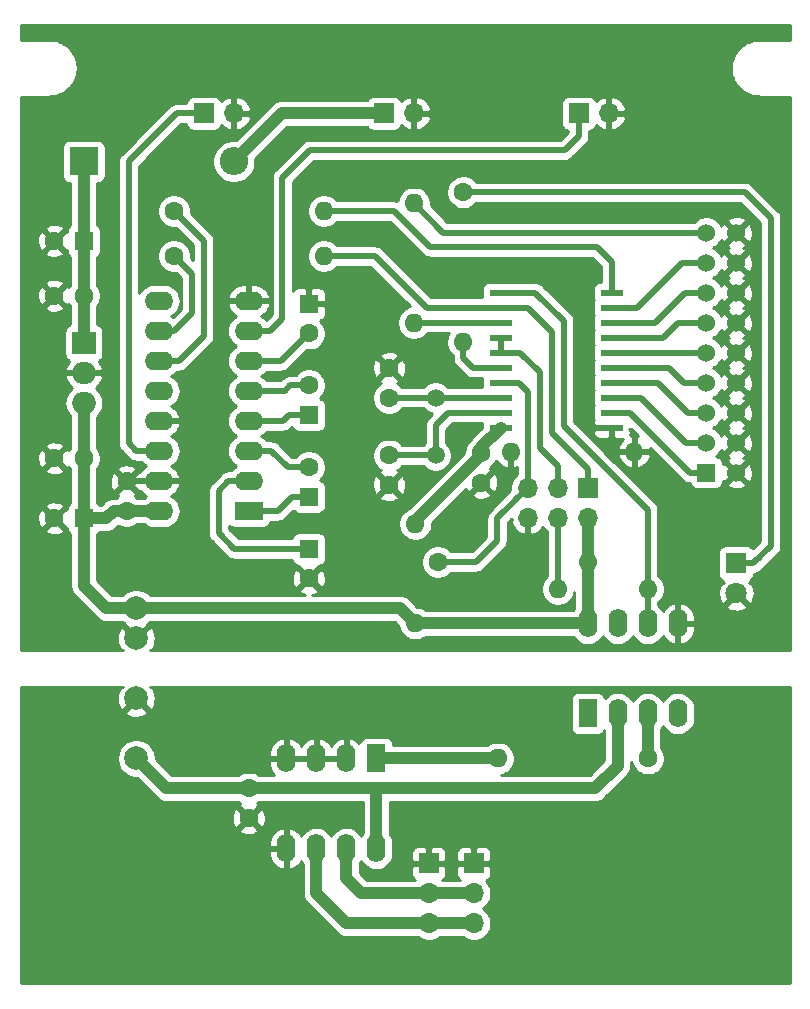
<source format=gbr>
G04 #@! TF.GenerationSoftware,KiCad,Pcbnew,(5.1.8)-1*
G04 #@! TF.CreationDate,2021-03-27T20:02:36+01:00*
G04 #@! TF.ProjectId,DMX2PMX,444d5832-504d-4582-9e6b-696361645f70,0.2*
G04 #@! TF.SameCoordinates,Original*
G04 #@! TF.FileFunction,Copper,L2,Bot*
G04 #@! TF.FilePolarity,Positive*
%FSLAX46Y46*%
G04 Gerber Fmt 4.6, Leading zero omitted, Abs format (unit mm)*
G04 Created by KiCad (PCBNEW (5.1.8)-1) date 2021-03-27 20:02:36*
%MOMM*%
%LPD*%
G01*
G04 APERTURE LIST*
G04 #@! TA.AperFunction,ComponentPad*
%ADD10C,1.600000*%
G04 #@! TD*
G04 #@! TA.AperFunction,ComponentPad*
%ADD11O,1.600000X1.600000*%
G04 #@! TD*
G04 #@! TA.AperFunction,ComponentPad*
%ADD12O,2.400000X1.600000*%
G04 #@! TD*
G04 #@! TA.AperFunction,ComponentPad*
%ADD13R,2.400000X1.600000*%
G04 #@! TD*
G04 #@! TA.AperFunction,ComponentPad*
%ADD14C,2.000000*%
G04 #@! TD*
G04 #@! TA.AperFunction,ComponentPad*
%ADD15R,1.524000X1.524000*%
G04 #@! TD*
G04 #@! TA.AperFunction,ComponentPad*
%ADD16C,1.524000*%
G04 #@! TD*
G04 #@! TA.AperFunction,ComponentPad*
%ADD17O,1.700000X1.700000*%
G04 #@! TD*
G04 #@! TA.AperFunction,ComponentPad*
%ADD18R,1.700000X1.700000*%
G04 #@! TD*
G04 #@! TA.AperFunction,ComponentPad*
%ADD19R,1.600000X1.600000*%
G04 #@! TD*
G04 #@! TA.AperFunction,ComponentPad*
%ADD20C,1.500000*%
G04 #@! TD*
G04 #@! TA.AperFunction,ComponentPad*
%ADD21O,2.000000X1.905000*%
G04 #@! TD*
G04 #@! TA.AperFunction,ComponentPad*
%ADD22R,2.000000X1.905000*%
G04 #@! TD*
G04 #@! TA.AperFunction,ComponentPad*
%ADD23O,1.600000X2.400000*%
G04 #@! TD*
G04 #@! TA.AperFunction,ComponentPad*
%ADD24R,1.600000X2.400000*%
G04 #@! TD*
G04 #@! TA.AperFunction,ComponentPad*
%ADD25O,2.400000X2.400000*%
G04 #@! TD*
G04 #@! TA.AperFunction,ComponentPad*
%ADD26R,2.400000X2.400000*%
G04 #@! TD*
G04 #@! TA.AperFunction,ComponentPad*
%ADD27C,1.800000*%
G04 #@! TD*
G04 #@! TA.AperFunction,ComponentPad*
%ADD28R,1.800000X1.800000*%
G04 #@! TD*
G04 #@! TA.AperFunction,SMDPad,CuDef*
%ADD29R,1.950000X0.600000*%
G04 #@! TD*
G04 #@! TA.AperFunction,Conductor*
%ADD30C,1.000000*%
G04 #@! TD*
G04 #@! TA.AperFunction,Conductor*
%ADD31C,0.520000*%
G04 #@! TD*
G04 #@! TA.AperFunction,Conductor*
%ADD32C,0.254000*%
G04 #@! TD*
G04 #@! TA.AperFunction,Conductor*
%ADD33C,0.100000*%
G04 #@! TD*
G04 APERTURE END LIST*
D10*
X63540000Y-86995000D03*
X66040000Y-86995000D03*
D11*
X112649000Y-86423500D03*
X102171500Y-86423500D03*
X106172000Y-98044000D03*
X113792000Y-98044000D03*
X94107000Y-100965000D03*
X94107000Y-92519500D03*
X93980000Y-65405000D03*
X93980000Y-75501500D03*
X86360000Y-69850000D03*
D10*
X73660000Y-69850000D03*
D11*
X86360000Y-66040000D03*
D10*
X73660000Y-66040000D03*
D12*
X72390000Y-91440000D03*
X80010000Y-73660000D03*
X72390000Y-88900000D03*
X80010000Y-76200000D03*
X72390000Y-86360000D03*
X80010000Y-78740000D03*
X72390000Y-83820000D03*
X80010000Y-81280000D03*
X72390000Y-81280000D03*
X80010000Y-83820000D03*
X72390000Y-78740000D03*
X80010000Y-86360000D03*
X72390000Y-76200000D03*
X80010000Y-88900000D03*
X72390000Y-73660000D03*
D13*
X80010000Y-91440000D03*
D14*
X70485000Y-112395000D03*
X70485000Y-107315000D03*
X70485000Y-102235000D03*
X70485000Y-99695000D03*
D15*
X118745000Y-88201500D03*
D16*
X118745000Y-85661500D03*
X118745000Y-83121500D03*
X118745000Y-80581500D03*
X118745000Y-78041500D03*
X118745000Y-75501500D03*
X118745000Y-72961500D03*
X118745000Y-70421500D03*
X118745000Y-67881500D03*
X121285000Y-67881500D03*
X121285000Y-70421500D03*
X121285000Y-72961500D03*
X121285000Y-75501500D03*
X121285000Y-78041500D03*
X121285000Y-80581500D03*
X121285000Y-83121500D03*
X121285000Y-85661500D03*
X121285000Y-88201500D03*
D17*
X110490000Y-57785000D03*
D18*
X107950000Y-57785000D03*
D17*
X78740000Y-57785000D03*
D18*
X76200000Y-57785000D03*
D17*
X93980000Y-57785000D03*
D18*
X91440000Y-57785000D03*
D10*
X85090000Y-76414000D03*
D19*
X85090000Y-73914000D03*
D10*
X85090000Y-97155000D03*
D19*
X85090000Y-94655000D03*
D10*
X85090000Y-80812000D03*
D19*
X85090000Y-83312000D03*
D10*
X85090000Y-87733500D03*
D19*
X85090000Y-90233500D03*
D20*
X95821500Y-86731500D03*
X95821500Y-81851500D03*
D21*
X66040000Y-82296000D03*
X66040000Y-79756000D03*
D22*
X66040000Y-77216000D03*
D10*
X69659500Y-88940000D03*
X69659500Y-91440000D03*
X63540000Y-92075000D03*
D19*
X66040000Y-92075000D03*
D10*
X63540000Y-73215500D03*
X66040000Y-73215500D03*
X63540000Y-68580000D03*
D19*
X66040000Y-68580000D03*
D23*
X108712000Y-100965000D03*
X116332000Y-108585000D03*
X111252000Y-100965000D03*
X113792000Y-108585000D03*
X113792000Y-100965000D03*
X111252000Y-108585000D03*
X116332000Y-100965000D03*
D24*
X108712000Y-108585000D03*
D23*
X90805000Y-120015000D03*
X83185000Y-112395000D03*
X88265000Y-120015000D03*
X85725000Y-112395000D03*
X85725000Y-120015000D03*
X88265000Y-112395000D03*
X83185000Y-120015000D03*
D24*
X90805000Y-112395000D03*
D11*
X101092000Y-112395000D03*
D10*
X113792000Y-112395000D03*
D11*
X98171000Y-77152500D03*
D10*
X98171000Y-64452500D03*
X96012000Y-95758000D03*
D11*
X108712000Y-95758000D03*
D17*
X99060000Y-126365000D03*
X99060000Y-123825000D03*
D18*
X99060000Y-121285000D03*
D17*
X95250000Y-126365000D03*
X95250000Y-123825000D03*
D18*
X95250000Y-121285000D03*
D17*
X103632000Y-92011500D03*
X103632000Y-89471500D03*
X106172000Y-92011500D03*
X106172000Y-89471500D03*
X108712000Y-92011500D03*
D18*
X108712000Y-89471500D03*
D25*
X78740000Y-61849000D03*
D26*
X66040000Y-61849000D03*
D27*
X121285000Y-98425000D03*
D28*
X121285000Y-95885000D03*
D10*
X91884500Y-79351500D03*
X91884500Y-81851500D03*
X80010000Y-117435000D03*
X80010000Y-114935000D03*
X91884500Y-86741000D03*
X91884500Y-89241000D03*
X99695000Y-89050500D03*
X99695000Y-86550500D03*
D29*
X110745000Y-72961500D03*
X110745000Y-74231500D03*
X110745000Y-75501500D03*
X110745000Y-76771500D03*
X110745000Y-78041500D03*
X110745000Y-79311500D03*
X110745000Y-80581500D03*
X110745000Y-81851500D03*
X110745000Y-83121500D03*
X110745000Y-84391500D03*
X101345000Y-84391500D03*
X101345000Y-83121500D03*
X101345000Y-81851500D03*
X101345000Y-80581500D03*
X101345000Y-79311500D03*
X101345000Y-78041500D03*
X101345000Y-76771500D03*
X101345000Y-75501500D03*
X101345000Y-74231500D03*
X101345000Y-72961500D03*
D30*
X66040000Y-81915000D02*
X66040000Y-97790000D01*
X66040000Y-97790000D02*
X67945000Y-99695000D01*
X67945000Y-99695000D02*
X70485000Y-99695000D01*
X66040000Y-92075000D02*
X67945000Y-92075000D01*
X68580000Y-91440000D02*
X69850000Y-91440000D01*
X67945000Y-92075000D02*
X68580000Y-91440000D01*
X69850000Y-91440000D02*
X72390000Y-91440000D01*
X94107000Y-92265500D02*
X99822000Y-86550500D01*
X99695000Y-86041500D02*
X101345000Y-84391500D01*
X99695000Y-86550500D02*
X99695000Y-86041500D01*
X94107000Y-100965000D02*
X108712000Y-100965000D01*
X108712000Y-100965000D02*
X108712000Y-95758000D01*
X108712000Y-95758000D02*
X108712000Y-92011500D01*
X92837000Y-99695000D02*
X94107000Y-100965000D01*
X70485000Y-99695000D02*
X92837000Y-99695000D01*
D31*
X72350000Y-88940000D02*
X72390000Y-88900000D01*
X69659500Y-88940000D02*
X72350000Y-88940000D01*
D30*
X90805000Y-120015000D02*
X90805000Y-114935000D01*
X73025000Y-114935000D02*
X70485000Y-112395000D01*
X109347000Y-114935000D02*
X73025000Y-114935000D01*
X111252000Y-113030000D02*
X109347000Y-114935000D01*
X111252000Y-108585000D02*
X111252000Y-113030000D01*
D31*
X101345000Y-81851500D02*
X91884500Y-81851500D01*
D30*
X66040000Y-68580000D02*
X66040000Y-61849000D01*
X66040000Y-68580000D02*
X66040000Y-73215500D01*
X66040000Y-77216000D02*
X66040000Y-73215500D01*
D31*
X122705000Y-95885000D02*
X121285000Y-95885000D01*
X123265000Y-95325000D02*
X122705000Y-95885000D01*
X98171000Y-64452500D02*
X121983500Y-64452500D01*
X121983500Y-64452500D02*
X124206000Y-66675000D01*
X124206000Y-94384000D02*
X122705000Y-95885000D01*
X124206000Y-66675000D02*
X124206000Y-94384000D01*
X103632000Y-74231500D02*
X105664000Y-76263500D01*
X101345000Y-74231500D02*
X103632000Y-74231500D01*
X105664000Y-76263500D02*
X105664000Y-84836000D01*
X108712000Y-89471500D02*
X108712000Y-87884000D01*
X108712000Y-87884000D02*
X105664000Y-84836000D01*
X90678000Y-69850000D02*
X86360000Y-69850000D01*
X95059500Y-74231500D02*
X90678000Y-69850000D01*
X101345000Y-74231500D02*
X95059500Y-74231500D01*
X102997000Y-78041500D02*
X102107000Y-78041500D01*
X104648000Y-79692500D02*
X102997000Y-78041500D01*
X104648000Y-79692500D02*
X104648000Y-86106000D01*
X106172000Y-87630000D02*
X104648000Y-86106000D01*
X106172000Y-89471500D02*
X106172000Y-87630000D01*
X101345000Y-76771500D02*
X101345000Y-78041500D01*
X106172000Y-92646500D02*
X106172000Y-95059500D01*
X106172000Y-98044000D02*
X106172000Y-92011500D01*
X104267000Y-72961500D02*
X102107000Y-72961500D01*
X106680000Y-75374500D02*
X104267000Y-72961500D01*
X106680000Y-84264500D02*
X106680000Y-75374500D01*
X113792000Y-91376500D02*
X106680000Y-84264500D01*
X113792000Y-98044000D02*
X113792000Y-91376500D01*
X113792000Y-98044000D02*
X113792000Y-100965000D01*
X103632000Y-81343500D02*
X102870000Y-80581500D01*
X102870000Y-80581500D02*
X102107000Y-80581500D01*
X103632000Y-89471500D02*
X103632000Y-81343500D01*
X103632000Y-89471500D02*
X102552500Y-90551000D01*
X101028500Y-93980000D02*
X99250500Y-95758000D01*
X99250500Y-95758000D02*
X96012000Y-95758000D01*
X101028500Y-92075000D02*
X101028500Y-93980000D01*
X103632000Y-89471500D02*
X101028500Y-92075000D01*
D30*
X85725000Y-123825000D02*
X85725000Y-120015000D01*
X99060000Y-126365000D02*
X88265000Y-126365000D01*
X88265000Y-126365000D02*
X85725000Y-123825000D01*
D31*
X101345000Y-79311500D02*
X98996500Y-79311500D01*
X98171000Y-78486000D02*
X98171000Y-77152500D01*
X98996500Y-79311500D02*
X98171000Y-78486000D01*
X91894000Y-86731500D02*
X91884500Y-86741000D01*
X95821500Y-86731500D02*
X95821500Y-84201000D01*
X95821500Y-86731500D02*
X91894000Y-86731500D01*
X96901000Y-83121500D02*
X95821500Y-84201000D01*
X101345000Y-83121500D02*
X96901000Y-83121500D01*
D30*
X101092000Y-112395000D02*
X90805000Y-112395000D01*
X113792000Y-108585000D02*
X113792000Y-112395000D01*
X82804000Y-57785000D02*
X91440000Y-57785000D01*
X78740000Y-61849000D02*
X82804000Y-57785000D01*
D31*
X96267000Y-75501500D02*
X94742000Y-75501500D01*
X101345000Y-75501500D02*
X93980000Y-75501500D01*
X93980000Y-65405000D02*
X96456500Y-67881500D01*
X96456500Y-67881500D02*
X118745000Y-67881500D01*
X110745000Y-74231500D02*
X112839500Y-74231500D01*
X116649500Y-70421500D02*
X118745000Y-70421500D01*
X112839500Y-74231500D02*
X116649500Y-70421500D01*
X118745000Y-72961500D02*
X116903500Y-72961500D01*
X114363500Y-75501500D02*
X110745000Y-75501500D01*
X116903500Y-72961500D02*
X114363500Y-75501500D01*
X110745000Y-76771500D02*
X115062000Y-76771500D01*
X116332000Y-75501500D02*
X118745000Y-75501500D01*
X115062000Y-76771500D02*
X116332000Y-75501500D01*
X118745000Y-78041500D02*
X110745000Y-78041500D01*
X110745000Y-79311500D02*
X115570000Y-79311500D01*
X116840000Y-80581500D02*
X118745000Y-80581500D01*
X115570000Y-79311500D02*
X116840000Y-80581500D01*
X110745000Y-80581500D02*
X114681000Y-80581500D01*
X117221000Y-83121500D02*
X118745000Y-83121500D01*
X114681000Y-80581500D02*
X117221000Y-83121500D01*
X110745000Y-81851500D02*
X113220500Y-81851500D01*
X117030500Y-85661500D02*
X118745000Y-85661500D01*
X113220500Y-81851500D02*
X117030500Y-85661500D01*
X110745000Y-83121500D02*
X112268000Y-83121500D01*
X117348000Y-88201500D02*
X118745000Y-88201500D01*
X112268000Y-83121500D02*
X117348000Y-88201500D01*
X73911753Y-57785000D02*
X76200000Y-57785000D01*
X69850000Y-61846752D02*
X70610876Y-61085876D01*
X70610876Y-61085876D02*
X73911753Y-57785000D01*
X72390000Y-86360000D02*
X70485000Y-86360000D01*
X69850000Y-85725000D02*
X69850000Y-83185000D01*
X70485000Y-86360000D02*
X69850000Y-85725000D01*
X69850000Y-84455000D02*
X69850000Y-83185000D01*
X69850000Y-83185000D02*
X69850000Y-61846752D01*
D30*
X88265000Y-122555000D02*
X88265000Y-120015000D01*
X89535000Y-123825000D02*
X88265000Y-122555000D01*
X89535000Y-123825000D02*
X99060000Y-123825000D01*
D31*
X73660000Y-69850000D02*
X74422000Y-70612000D01*
X74422000Y-70612000D02*
X74676000Y-70866000D01*
X73660000Y-76200000D02*
X72390000Y-76200000D01*
X75184000Y-74676000D02*
X73660000Y-76200000D01*
X75184000Y-71374000D02*
X75184000Y-74676000D01*
X74422000Y-70612000D02*
X75184000Y-71374000D01*
X74110000Y-78740000D02*
X72390000Y-78740000D01*
X76200000Y-76650000D02*
X74110000Y-78740000D01*
X76200000Y-68580000D02*
X76200000Y-76650000D01*
X73660000Y-66040000D02*
X76200000Y-68580000D01*
X81915000Y-86360000D02*
X80010000Y-86360000D01*
X83288500Y-87733500D02*
X81915000Y-86360000D01*
X85090000Y-87733500D02*
X83288500Y-87733500D01*
X82500000Y-91440000D02*
X80010000Y-91440000D01*
X83706500Y-90233500D02*
X82500000Y-91440000D01*
X85090000Y-90233500D02*
X83706500Y-90233500D01*
X78290000Y-88900000D02*
X77470000Y-89720000D01*
X80010000Y-88900000D02*
X78290000Y-88900000D01*
X85090000Y-94655000D02*
X78780000Y-94655000D01*
X77470000Y-93345000D02*
X77470000Y-92075000D01*
X77470000Y-89720000D02*
X77470000Y-92075000D01*
X78780000Y-94655000D02*
X77470000Y-93345000D01*
X77470000Y-92075000D02*
X77470000Y-92710000D01*
X106743500Y-60896500D02*
X85153500Y-60896500D01*
X107950000Y-59690000D02*
X106743500Y-60896500D01*
X107950000Y-57785000D02*
X107950000Y-59690000D01*
X80010000Y-76200000D02*
X81788000Y-76200000D01*
X82835750Y-75152250D02*
X82835750Y-63214250D01*
X81788000Y-76200000D02*
X82835750Y-75152250D01*
X85153500Y-60896500D02*
X82835750Y-63214250D01*
X110745000Y-70359000D02*
X110745000Y-72961500D01*
X109474000Y-69088000D02*
X110745000Y-70359000D01*
X95377000Y-69088000D02*
X109474000Y-69088000D01*
X92329000Y-66040000D02*
X95377000Y-69088000D01*
X92329000Y-66040000D02*
X86360000Y-66040000D01*
X85090000Y-80812000D02*
X83526000Y-80812000D01*
X83058000Y-81280000D02*
X80010000Y-81280000D01*
X83526000Y-80812000D02*
X83058000Y-81280000D01*
X85090000Y-83312000D02*
X83439000Y-83312000D01*
X82931000Y-83820000D02*
X80010000Y-83820000D01*
X83439000Y-83312000D02*
X82931000Y-83820000D01*
X82764000Y-78740000D02*
X80010000Y-78740000D01*
X85090000Y-76414000D02*
X82764000Y-78740000D01*
D32*
X69085186Y-106454956D02*
X68944296Y-106744571D01*
X68862616Y-107056108D01*
X68843282Y-107377595D01*
X68887039Y-107696675D01*
X68992205Y-108001088D01*
X69085186Y-108175044D01*
X69349587Y-108270808D01*
X70305395Y-107315000D01*
X70291253Y-107300858D01*
X70470858Y-107121253D01*
X70485000Y-107135395D01*
X70499143Y-107121253D01*
X70678748Y-107300858D01*
X70664605Y-107315000D01*
X71620413Y-108270808D01*
X71884814Y-108175044D01*
X72025704Y-107885429D01*
X72107384Y-107573892D01*
X72126718Y-107252405D01*
X72082961Y-106933325D01*
X71977795Y-106628912D01*
X71884814Y-106454956D01*
X71629546Y-106362500D01*
X125810000Y-106362500D01*
X125810000Y-131445000D01*
X60706000Y-131445000D01*
X60706000Y-120142000D01*
X81750000Y-120142000D01*
X81750000Y-120542000D01*
X81802350Y-120819514D01*
X81907834Y-121081483D01*
X82062399Y-121317839D01*
X82260105Y-121519500D01*
X82493354Y-121678715D01*
X82753182Y-121789367D01*
X82835961Y-121806904D01*
X83058000Y-121684915D01*
X83058000Y-120142000D01*
X81750000Y-120142000D01*
X60706000Y-120142000D01*
X60706000Y-119488000D01*
X81750000Y-119488000D01*
X81750000Y-119888000D01*
X83058000Y-119888000D01*
X83058000Y-118345085D01*
X82835961Y-118223096D01*
X82753182Y-118240633D01*
X82493354Y-118351285D01*
X82260105Y-118510500D01*
X82062399Y-118712161D01*
X81907834Y-118948517D01*
X81802350Y-119210486D01*
X81750000Y-119488000D01*
X60706000Y-119488000D01*
X60706000Y-118427702D01*
X79196903Y-118427702D01*
X79268486Y-118671671D01*
X79523996Y-118792571D01*
X79798184Y-118861300D01*
X80080512Y-118875217D01*
X80360130Y-118833787D01*
X80626292Y-118738603D01*
X80751514Y-118671671D01*
X80823097Y-118427702D01*
X80010000Y-117614605D01*
X79196903Y-118427702D01*
X60706000Y-118427702D01*
X60706000Y-117505512D01*
X78569783Y-117505512D01*
X78611213Y-117785130D01*
X78706397Y-118051292D01*
X78773329Y-118176514D01*
X79017298Y-118248097D01*
X79830395Y-117435000D01*
X80189605Y-117435000D01*
X81002702Y-118248097D01*
X81246671Y-118176514D01*
X81367571Y-117921004D01*
X81436300Y-117646816D01*
X81450217Y-117364488D01*
X81408787Y-117084870D01*
X81313603Y-116818708D01*
X81246671Y-116693486D01*
X81002702Y-116621903D01*
X80189605Y-117435000D01*
X79830395Y-117435000D01*
X79017298Y-116621903D01*
X78773329Y-116693486D01*
X78652429Y-116948996D01*
X78583700Y-117223184D01*
X78569783Y-117505512D01*
X60706000Y-117505512D01*
X60706000Y-112233967D01*
X68850000Y-112233967D01*
X68850000Y-112556033D01*
X68912832Y-112871912D01*
X69036082Y-113169463D01*
X69215013Y-113437252D01*
X69442748Y-113664987D01*
X69710537Y-113843918D01*
X70008088Y-113967168D01*
X70323967Y-114030000D01*
X70514869Y-114030000D01*
X72183009Y-115698141D01*
X72218551Y-115741449D01*
X72391377Y-115883284D01*
X72588553Y-115988676D01*
X72802501Y-116053577D01*
X72969248Y-116070000D01*
X72969257Y-116070000D01*
X73024999Y-116075490D01*
X73080741Y-116070000D01*
X79125716Y-116070000D01*
X79295869Y-116183692D01*
X79268486Y-116198329D01*
X79196903Y-116442298D01*
X80010000Y-117255395D01*
X80823097Y-116442298D01*
X80751514Y-116198329D01*
X80722659Y-116184676D01*
X80894284Y-116070000D01*
X89670001Y-116070000D01*
X89670000Y-118735998D01*
X89606068Y-118813899D01*
X89535000Y-118946858D01*
X89463932Y-118813899D01*
X89284608Y-118595392D01*
X89066101Y-118416068D01*
X88816808Y-118282818D01*
X88546309Y-118200764D01*
X88265000Y-118173057D01*
X87983692Y-118200764D01*
X87713193Y-118282818D01*
X87463900Y-118416068D01*
X87245393Y-118595392D01*
X87066068Y-118813899D01*
X86995000Y-118946858D01*
X86923932Y-118813899D01*
X86744608Y-118595392D01*
X86526101Y-118416068D01*
X86276808Y-118282818D01*
X86006309Y-118200764D01*
X85725000Y-118173057D01*
X85443692Y-118200764D01*
X85173193Y-118282818D01*
X84923900Y-118416068D01*
X84705393Y-118595392D01*
X84526068Y-118813899D01*
X84457735Y-118941741D01*
X84307601Y-118712161D01*
X84109895Y-118510500D01*
X83876646Y-118351285D01*
X83616818Y-118240633D01*
X83534039Y-118223096D01*
X83312000Y-118345085D01*
X83312000Y-119888000D01*
X83332000Y-119888000D01*
X83332000Y-120142000D01*
X83312000Y-120142000D01*
X83312000Y-121684915D01*
X83534039Y-121806904D01*
X83616818Y-121789367D01*
X83876646Y-121678715D01*
X84109895Y-121519500D01*
X84307601Y-121317839D01*
X84457735Y-121088258D01*
X84526068Y-121216100D01*
X84590001Y-121294002D01*
X84590000Y-123769248D01*
X84584509Y-123825000D01*
X84590000Y-123880751D01*
X84606423Y-124047498D01*
X84671324Y-124261446D01*
X84776716Y-124458623D01*
X84918551Y-124631449D01*
X84961865Y-124666996D01*
X87423009Y-127128141D01*
X87458551Y-127171449D01*
X87631377Y-127313284D01*
X87828553Y-127418676D01*
X88042501Y-127483577D01*
X88209248Y-127500000D01*
X88209257Y-127500000D01*
X88264999Y-127505490D01*
X88320741Y-127500000D01*
X94284893Y-127500000D01*
X94303368Y-127518475D01*
X94546589Y-127680990D01*
X94816842Y-127792932D01*
X95103740Y-127850000D01*
X95396260Y-127850000D01*
X95683158Y-127792932D01*
X95953411Y-127680990D01*
X96196632Y-127518475D01*
X96215107Y-127500000D01*
X98094893Y-127500000D01*
X98113368Y-127518475D01*
X98356589Y-127680990D01*
X98626842Y-127792932D01*
X98913740Y-127850000D01*
X99206260Y-127850000D01*
X99493158Y-127792932D01*
X99763411Y-127680990D01*
X100006632Y-127518475D01*
X100213475Y-127311632D01*
X100375990Y-127068411D01*
X100487932Y-126798158D01*
X100545000Y-126511260D01*
X100545000Y-126218740D01*
X100487932Y-125931842D01*
X100375990Y-125661589D01*
X100213475Y-125418368D01*
X100006632Y-125211525D01*
X99832240Y-125095000D01*
X100006632Y-124978475D01*
X100213475Y-124771632D01*
X100375990Y-124528411D01*
X100487932Y-124258158D01*
X100545000Y-123971260D01*
X100545000Y-123678740D01*
X100487932Y-123391842D01*
X100375990Y-123121589D01*
X100213475Y-122878368D01*
X100081620Y-122746513D01*
X100154180Y-122724502D01*
X100264494Y-122665537D01*
X100361185Y-122586185D01*
X100440537Y-122489494D01*
X100499502Y-122379180D01*
X100535812Y-122259482D01*
X100548072Y-122135000D01*
X100545000Y-121570750D01*
X100386250Y-121412000D01*
X99187000Y-121412000D01*
X99187000Y-121432000D01*
X98933000Y-121432000D01*
X98933000Y-121412000D01*
X97733750Y-121412000D01*
X97575000Y-121570750D01*
X97571928Y-122135000D01*
X97584188Y-122259482D01*
X97620498Y-122379180D01*
X97679463Y-122489494D01*
X97758815Y-122586185D01*
X97855506Y-122665537D01*
X97901272Y-122690000D01*
X96408728Y-122690000D01*
X96454494Y-122665537D01*
X96551185Y-122586185D01*
X96630537Y-122489494D01*
X96689502Y-122379180D01*
X96725812Y-122259482D01*
X96738072Y-122135000D01*
X96735000Y-121570750D01*
X96576250Y-121412000D01*
X95377000Y-121412000D01*
X95377000Y-121432000D01*
X95123000Y-121432000D01*
X95123000Y-121412000D01*
X93923750Y-121412000D01*
X93765000Y-121570750D01*
X93761928Y-122135000D01*
X93774188Y-122259482D01*
X93810498Y-122379180D01*
X93869463Y-122489494D01*
X93948815Y-122586185D01*
X94045506Y-122665537D01*
X94091272Y-122690000D01*
X90005132Y-122690000D01*
X89400000Y-122084869D01*
X89400000Y-121294002D01*
X89463932Y-121216101D01*
X89535000Y-121083142D01*
X89606068Y-121216100D01*
X89785392Y-121434607D01*
X90003899Y-121613932D01*
X90253192Y-121747182D01*
X90523691Y-121829236D01*
X90805000Y-121856943D01*
X91086308Y-121829236D01*
X91356807Y-121747182D01*
X91606100Y-121613932D01*
X91824607Y-121434608D01*
X92003932Y-121216101D01*
X92137182Y-120966808D01*
X92219236Y-120696309D01*
X92240000Y-120485492D01*
X92240000Y-120435000D01*
X93761928Y-120435000D01*
X93765000Y-120999250D01*
X93923750Y-121158000D01*
X95123000Y-121158000D01*
X95123000Y-119958750D01*
X95377000Y-119958750D01*
X95377000Y-121158000D01*
X96576250Y-121158000D01*
X96735000Y-120999250D01*
X96738072Y-120435000D01*
X97571928Y-120435000D01*
X97575000Y-120999250D01*
X97733750Y-121158000D01*
X98933000Y-121158000D01*
X98933000Y-119958750D01*
X99187000Y-119958750D01*
X99187000Y-121158000D01*
X100386250Y-121158000D01*
X100545000Y-120999250D01*
X100548072Y-120435000D01*
X100535812Y-120310518D01*
X100499502Y-120190820D01*
X100440537Y-120080506D01*
X100361185Y-119983815D01*
X100264494Y-119904463D01*
X100154180Y-119845498D01*
X100034482Y-119809188D01*
X99910000Y-119796928D01*
X99345750Y-119800000D01*
X99187000Y-119958750D01*
X98933000Y-119958750D01*
X98774250Y-119800000D01*
X98210000Y-119796928D01*
X98085518Y-119809188D01*
X97965820Y-119845498D01*
X97855506Y-119904463D01*
X97758815Y-119983815D01*
X97679463Y-120080506D01*
X97620498Y-120190820D01*
X97584188Y-120310518D01*
X97571928Y-120435000D01*
X96738072Y-120435000D01*
X96725812Y-120310518D01*
X96689502Y-120190820D01*
X96630537Y-120080506D01*
X96551185Y-119983815D01*
X96454494Y-119904463D01*
X96344180Y-119845498D01*
X96224482Y-119809188D01*
X96100000Y-119796928D01*
X95535750Y-119800000D01*
X95377000Y-119958750D01*
X95123000Y-119958750D01*
X94964250Y-119800000D01*
X94400000Y-119796928D01*
X94275518Y-119809188D01*
X94155820Y-119845498D01*
X94045506Y-119904463D01*
X93948815Y-119983815D01*
X93869463Y-120080506D01*
X93810498Y-120190820D01*
X93774188Y-120310518D01*
X93761928Y-120435000D01*
X92240000Y-120435000D01*
X92240000Y-119544509D01*
X92219236Y-119333691D01*
X92137182Y-119063192D01*
X92003932Y-118813899D01*
X91940000Y-118735998D01*
X91940000Y-116070000D01*
X109291249Y-116070000D01*
X109347000Y-116075491D01*
X109402751Y-116070000D01*
X109402752Y-116070000D01*
X109569499Y-116053577D01*
X109783447Y-115988676D01*
X109980623Y-115883284D01*
X110153449Y-115741449D01*
X110188996Y-115698135D01*
X112015141Y-113871991D01*
X112058449Y-113836449D01*
X112200284Y-113663623D01*
X112305676Y-113466447D01*
X112370577Y-113252499D01*
X112387000Y-113085752D01*
X112392491Y-113030000D01*
X112387000Y-112974248D01*
X112387000Y-112687153D01*
X112412147Y-112813574D01*
X112520320Y-113074727D01*
X112677363Y-113309759D01*
X112877241Y-113509637D01*
X113112273Y-113666680D01*
X113373426Y-113774853D01*
X113650665Y-113830000D01*
X113933335Y-113830000D01*
X114210574Y-113774853D01*
X114471727Y-113666680D01*
X114706759Y-113509637D01*
X114906637Y-113309759D01*
X115063680Y-113074727D01*
X115171853Y-112813574D01*
X115227000Y-112536335D01*
X115227000Y-112253665D01*
X115171853Y-111976426D01*
X115063680Y-111715273D01*
X114927000Y-111510716D01*
X114927000Y-109864002D01*
X114990932Y-109786101D01*
X115062000Y-109653142D01*
X115133068Y-109786101D01*
X115312393Y-110004608D01*
X115530900Y-110183932D01*
X115780193Y-110317182D01*
X116050692Y-110399236D01*
X116332000Y-110426943D01*
X116613309Y-110399236D01*
X116883808Y-110317182D01*
X117133101Y-110183932D01*
X117351608Y-110004608D01*
X117530932Y-109786101D01*
X117664182Y-109536808D01*
X117746236Y-109266309D01*
X117767000Y-109055491D01*
X117767000Y-108114508D01*
X117746236Y-107903691D01*
X117664182Y-107633192D01*
X117530932Y-107383899D01*
X117351607Y-107165392D01*
X117133100Y-106986068D01*
X116883807Y-106852818D01*
X116613308Y-106770764D01*
X116332000Y-106743057D01*
X116050691Y-106770764D01*
X115780192Y-106852818D01*
X115530899Y-106986068D01*
X115312392Y-107165393D01*
X115133068Y-107383900D01*
X115062000Y-107516858D01*
X114990932Y-107383899D01*
X114811607Y-107165392D01*
X114593100Y-106986068D01*
X114343807Y-106852818D01*
X114073308Y-106770764D01*
X113792000Y-106743057D01*
X113510691Y-106770764D01*
X113240192Y-106852818D01*
X112990899Y-106986068D01*
X112772392Y-107165393D01*
X112593068Y-107383900D01*
X112522000Y-107516858D01*
X112450932Y-107383899D01*
X112271607Y-107165392D01*
X112053100Y-106986068D01*
X111803807Y-106852818D01*
X111533308Y-106770764D01*
X111252000Y-106743057D01*
X110970691Y-106770764D01*
X110700192Y-106852818D01*
X110450899Y-106986068D01*
X110232392Y-107165393D01*
X110139581Y-107278483D01*
X110137812Y-107260518D01*
X110101502Y-107140820D01*
X110042537Y-107030506D01*
X109963185Y-106933815D01*
X109866494Y-106854463D01*
X109756180Y-106795498D01*
X109636482Y-106759188D01*
X109512000Y-106746928D01*
X107912000Y-106746928D01*
X107787518Y-106759188D01*
X107667820Y-106795498D01*
X107557506Y-106854463D01*
X107460815Y-106933815D01*
X107381463Y-107030506D01*
X107322498Y-107140820D01*
X107286188Y-107260518D01*
X107273928Y-107385000D01*
X107273928Y-109785000D01*
X107286188Y-109909482D01*
X107322498Y-110029180D01*
X107381463Y-110139494D01*
X107460815Y-110236185D01*
X107557506Y-110315537D01*
X107667820Y-110374502D01*
X107787518Y-110410812D01*
X107912000Y-110423072D01*
X109512000Y-110423072D01*
X109636482Y-110410812D01*
X109756180Y-110374502D01*
X109866494Y-110315537D01*
X109963185Y-110236185D01*
X110042537Y-110139494D01*
X110101502Y-110029180D01*
X110117000Y-109978089D01*
X110117001Y-112559867D01*
X108876869Y-113800000D01*
X101384153Y-113800000D01*
X101510574Y-113774853D01*
X101771727Y-113666680D01*
X102006759Y-113509637D01*
X102206637Y-113309759D01*
X102363680Y-113074727D01*
X102471853Y-112813574D01*
X102527000Y-112536335D01*
X102527000Y-112253665D01*
X102471853Y-111976426D01*
X102363680Y-111715273D01*
X102206637Y-111480241D01*
X102006759Y-111280363D01*
X101771727Y-111123320D01*
X101510574Y-111015147D01*
X101233335Y-110960000D01*
X100950665Y-110960000D01*
X100673426Y-111015147D01*
X100412273Y-111123320D01*
X100207716Y-111260000D01*
X92243072Y-111260000D01*
X92243072Y-111195000D01*
X92230812Y-111070518D01*
X92194502Y-110950820D01*
X92135537Y-110840506D01*
X92056185Y-110743815D01*
X91959494Y-110664463D01*
X91849180Y-110605498D01*
X91729482Y-110569188D01*
X91605000Y-110556928D01*
X90005000Y-110556928D01*
X89880518Y-110569188D01*
X89760820Y-110605498D01*
X89650506Y-110664463D01*
X89553815Y-110743815D01*
X89474463Y-110840506D01*
X89415498Y-110950820D01*
X89379188Y-111070518D01*
X89378019Y-111082387D01*
X89189895Y-110890500D01*
X88956646Y-110731285D01*
X88696818Y-110620633D01*
X88614039Y-110603096D01*
X88392000Y-110725085D01*
X88392000Y-112268000D01*
X88412000Y-112268000D01*
X88412000Y-112522000D01*
X88392000Y-112522000D01*
X88392000Y-112542000D01*
X88138000Y-112542000D01*
X88138000Y-112522000D01*
X85852000Y-112522000D01*
X85852000Y-112542000D01*
X85598000Y-112542000D01*
X85598000Y-112522000D01*
X83312000Y-112522000D01*
X83312000Y-112542000D01*
X83058000Y-112542000D01*
X83058000Y-112522000D01*
X81750000Y-112522000D01*
X81750000Y-112922000D01*
X81802350Y-113199514D01*
X81907834Y-113461483D01*
X82062399Y-113697839D01*
X82162556Y-113800000D01*
X80894284Y-113800000D01*
X80689727Y-113663320D01*
X80428574Y-113555147D01*
X80151335Y-113500000D01*
X79868665Y-113500000D01*
X79591426Y-113555147D01*
X79330273Y-113663320D01*
X79125716Y-113800000D01*
X73495132Y-113800000D01*
X72120000Y-112424869D01*
X72120000Y-112233967D01*
X72057168Y-111918088D01*
X72036421Y-111868000D01*
X81750000Y-111868000D01*
X81750000Y-112268000D01*
X83058000Y-112268000D01*
X83058000Y-110725085D01*
X83312000Y-110725085D01*
X83312000Y-112268000D01*
X85598000Y-112268000D01*
X85598000Y-110725085D01*
X85852000Y-110725085D01*
X85852000Y-112268000D01*
X88138000Y-112268000D01*
X88138000Y-110725085D01*
X87915961Y-110603096D01*
X87833182Y-110620633D01*
X87573354Y-110731285D01*
X87340105Y-110890500D01*
X87142399Y-111092161D01*
X86995000Y-111317559D01*
X86847601Y-111092161D01*
X86649895Y-110890500D01*
X86416646Y-110731285D01*
X86156818Y-110620633D01*
X86074039Y-110603096D01*
X85852000Y-110725085D01*
X85598000Y-110725085D01*
X85375961Y-110603096D01*
X85293182Y-110620633D01*
X85033354Y-110731285D01*
X84800105Y-110890500D01*
X84602399Y-111092161D01*
X84455000Y-111317559D01*
X84307601Y-111092161D01*
X84109895Y-110890500D01*
X83876646Y-110731285D01*
X83616818Y-110620633D01*
X83534039Y-110603096D01*
X83312000Y-110725085D01*
X83058000Y-110725085D01*
X82835961Y-110603096D01*
X82753182Y-110620633D01*
X82493354Y-110731285D01*
X82260105Y-110890500D01*
X82062399Y-111092161D01*
X81907834Y-111328517D01*
X81802350Y-111590486D01*
X81750000Y-111868000D01*
X72036421Y-111868000D01*
X71933918Y-111620537D01*
X71754987Y-111352748D01*
X71527252Y-111125013D01*
X71259463Y-110946082D01*
X70961912Y-110822832D01*
X70646033Y-110760000D01*
X70323967Y-110760000D01*
X70008088Y-110822832D01*
X69710537Y-110946082D01*
X69442748Y-111125013D01*
X69215013Y-111352748D01*
X69036082Y-111620537D01*
X68912832Y-111918088D01*
X68850000Y-112233967D01*
X60706000Y-112233967D01*
X60706000Y-108450413D01*
X69529192Y-108450413D01*
X69624956Y-108714814D01*
X69914571Y-108855704D01*
X70226108Y-108937384D01*
X70547595Y-108956718D01*
X70866675Y-108912961D01*
X71171088Y-108807795D01*
X71345044Y-108714814D01*
X71440808Y-108450413D01*
X70485000Y-107494605D01*
X69529192Y-108450413D01*
X60706000Y-108450413D01*
X60706000Y-106362500D01*
X69340454Y-106362500D01*
X69085186Y-106454956D01*
G04 #@! TA.AperFunction,Conductor*
D33*
G36*
X69085186Y-106454956D02*
G01*
X68944296Y-106744571D01*
X68862616Y-107056108D01*
X68843282Y-107377595D01*
X68887039Y-107696675D01*
X68992205Y-108001088D01*
X69085186Y-108175044D01*
X69349587Y-108270808D01*
X70305395Y-107315000D01*
X70291253Y-107300858D01*
X70470858Y-107121253D01*
X70485000Y-107135395D01*
X70499143Y-107121253D01*
X70678748Y-107300858D01*
X70664605Y-107315000D01*
X71620413Y-108270808D01*
X71884814Y-108175044D01*
X72025704Y-107885429D01*
X72107384Y-107573892D01*
X72126718Y-107252405D01*
X72082961Y-106933325D01*
X71977795Y-106628912D01*
X71884814Y-106454956D01*
X71629546Y-106362500D01*
X125810000Y-106362500D01*
X125810000Y-131445000D01*
X60706000Y-131445000D01*
X60706000Y-120142000D01*
X81750000Y-120142000D01*
X81750000Y-120542000D01*
X81802350Y-120819514D01*
X81907834Y-121081483D01*
X82062399Y-121317839D01*
X82260105Y-121519500D01*
X82493354Y-121678715D01*
X82753182Y-121789367D01*
X82835961Y-121806904D01*
X83058000Y-121684915D01*
X83058000Y-120142000D01*
X81750000Y-120142000D01*
X60706000Y-120142000D01*
X60706000Y-119488000D01*
X81750000Y-119488000D01*
X81750000Y-119888000D01*
X83058000Y-119888000D01*
X83058000Y-118345085D01*
X82835961Y-118223096D01*
X82753182Y-118240633D01*
X82493354Y-118351285D01*
X82260105Y-118510500D01*
X82062399Y-118712161D01*
X81907834Y-118948517D01*
X81802350Y-119210486D01*
X81750000Y-119488000D01*
X60706000Y-119488000D01*
X60706000Y-118427702D01*
X79196903Y-118427702D01*
X79268486Y-118671671D01*
X79523996Y-118792571D01*
X79798184Y-118861300D01*
X80080512Y-118875217D01*
X80360130Y-118833787D01*
X80626292Y-118738603D01*
X80751514Y-118671671D01*
X80823097Y-118427702D01*
X80010000Y-117614605D01*
X79196903Y-118427702D01*
X60706000Y-118427702D01*
X60706000Y-117505512D01*
X78569783Y-117505512D01*
X78611213Y-117785130D01*
X78706397Y-118051292D01*
X78773329Y-118176514D01*
X79017298Y-118248097D01*
X79830395Y-117435000D01*
X80189605Y-117435000D01*
X81002702Y-118248097D01*
X81246671Y-118176514D01*
X81367571Y-117921004D01*
X81436300Y-117646816D01*
X81450217Y-117364488D01*
X81408787Y-117084870D01*
X81313603Y-116818708D01*
X81246671Y-116693486D01*
X81002702Y-116621903D01*
X80189605Y-117435000D01*
X79830395Y-117435000D01*
X79017298Y-116621903D01*
X78773329Y-116693486D01*
X78652429Y-116948996D01*
X78583700Y-117223184D01*
X78569783Y-117505512D01*
X60706000Y-117505512D01*
X60706000Y-112233967D01*
X68850000Y-112233967D01*
X68850000Y-112556033D01*
X68912832Y-112871912D01*
X69036082Y-113169463D01*
X69215013Y-113437252D01*
X69442748Y-113664987D01*
X69710537Y-113843918D01*
X70008088Y-113967168D01*
X70323967Y-114030000D01*
X70514869Y-114030000D01*
X72183009Y-115698141D01*
X72218551Y-115741449D01*
X72391377Y-115883284D01*
X72588553Y-115988676D01*
X72802501Y-116053577D01*
X72969248Y-116070000D01*
X72969257Y-116070000D01*
X73024999Y-116075490D01*
X73080741Y-116070000D01*
X79125716Y-116070000D01*
X79295869Y-116183692D01*
X79268486Y-116198329D01*
X79196903Y-116442298D01*
X80010000Y-117255395D01*
X80823097Y-116442298D01*
X80751514Y-116198329D01*
X80722659Y-116184676D01*
X80894284Y-116070000D01*
X89670001Y-116070000D01*
X89670000Y-118735998D01*
X89606068Y-118813899D01*
X89535000Y-118946858D01*
X89463932Y-118813899D01*
X89284608Y-118595392D01*
X89066101Y-118416068D01*
X88816808Y-118282818D01*
X88546309Y-118200764D01*
X88265000Y-118173057D01*
X87983692Y-118200764D01*
X87713193Y-118282818D01*
X87463900Y-118416068D01*
X87245393Y-118595392D01*
X87066068Y-118813899D01*
X86995000Y-118946858D01*
X86923932Y-118813899D01*
X86744608Y-118595392D01*
X86526101Y-118416068D01*
X86276808Y-118282818D01*
X86006309Y-118200764D01*
X85725000Y-118173057D01*
X85443692Y-118200764D01*
X85173193Y-118282818D01*
X84923900Y-118416068D01*
X84705393Y-118595392D01*
X84526068Y-118813899D01*
X84457735Y-118941741D01*
X84307601Y-118712161D01*
X84109895Y-118510500D01*
X83876646Y-118351285D01*
X83616818Y-118240633D01*
X83534039Y-118223096D01*
X83312000Y-118345085D01*
X83312000Y-119888000D01*
X83332000Y-119888000D01*
X83332000Y-120142000D01*
X83312000Y-120142000D01*
X83312000Y-121684915D01*
X83534039Y-121806904D01*
X83616818Y-121789367D01*
X83876646Y-121678715D01*
X84109895Y-121519500D01*
X84307601Y-121317839D01*
X84457735Y-121088258D01*
X84526068Y-121216100D01*
X84590001Y-121294002D01*
X84590000Y-123769248D01*
X84584509Y-123825000D01*
X84590000Y-123880751D01*
X84606423Y-124047498D01*
X84671324Y-124261446D01*
X84776716Y-124458623D01*
X84918551Y-124631449D01*
X84961865Y-124666996D01*
X87423009Y-127128141D01*
X87458551Y-127171449D01*
X87631377Y-127313284D01*
X87828553Y-127418676D01*
X88042501Y-127483577D01*
X88209248Y-127500000D01*
X88209257Y-127500000D01*
X88264999Y-127505490D01*
X88320741Y-127500000D01*
X94284893Y-127500000D01*
X94303368Y-127518475D01*
X94546589Y-127680990D01*
X94816842Y-127792932D01*
X95103740Y-127850000D01*
X95396260Y-127850000D01*
X95683158Y-127792932D01*
X95953411Y-127680990D01*
X96196632Y-127518475D01*
X96215107Y-127500000D01*
X98094893Y-127500000D01*
X98113368Y-127518475D01*
X98356589Y-127680990D01*
X98626842Y-127792932D01*
X98913740Y-127850000D01*
X99206260Y-127850000D01*
X99493158Y-127792932D01*
X99763411Y-127680990D01*
X100006632Y-127518475D01*
X100213475Y-127311632D01*
X100375990Y-127068411D01*
X100487932Y-126798158D01*
X100545000Y-126511260D01*
X100545000Y-126218740D01*
X100487932Y-125931842D01*
X100375990Y-125661589D01*
X100213475Y-125418368D01*
X100006632Y-125211525D01*
X99832240Y-125095000D01*
X100006632Y-124978475D01*
X100213475Y-124771632D01*
X100375990Y-124528411D01*
X100487932Y-124258158D01*
X100545000Y-123971260D01*
X100545000Y-123678740D01*
X100487932Y-123391842D01*
X100375990Y-123121589D01*
X100213475Y-122878368D01*
X100081620Y-122746513D01*
X100154180Y-122724502D01*
X100264494Y-122665537D01*
X100361185Y-122586185D01*
X100440537Y-122489494D01*
X100499502Y-122379180D01*
X100535812Y-122259482D01*
X100548072Y-122135000D01*
X100545000Y-121570750D01*
X100386250Y-121412000D01*
X99187000Y-121412000D01*
X99187000Y-121432000D01*
X98933000Y-121432000D01*
X98933000Y-121412000D01*
X97733750Y-121412000D01*
X97575000Y-121570750D01*
X97571928Y-122135000D01*
X97584188Y-122259482D01*
X97620498Y-122379180D01*
X97679463Y-122489494D01*
X97758815Y-122586185D01*
X97855506Y-122665537D01*
X97901272Y-122690000D01*
X96408728Y-122690000D01*
X96454494Y-122665537D01*
X96551185Y-122586185D01*
X96630537Y-122489494D01*
X96689502Y-122379180D01*
X96725812Y-122259482D01*
X96738072Y-122135000D01*
X96735000Y-121570750D01*
X96576250Y-121412000D01*
X95377000Y-121412000D01*
X95377000Y-121432000D01*
X95123000Y-121432000D01*
X95123000Y-121412000D01*
X93923750Y-121412000D01*
X93765000Y-121570750D01*
X93761928Y-122135000D01*
X93774188Y-122259482D01*
X93810498Y-122379180D01*
X93869463Y-122489494D01*
X93948815Y-122586185D01*
X94045506Y-122665537D01*
X94091272Y-122690000D01*
X90005132Y-122690000D01*
X89400000Y-122084869D01*
X89400000Y-121294002D01*
X89463932Y-121216101D01*
X89535000Y-121083142D01*
X89606068Y-121216100D01*
X89785392Y-121434607D01*
X90003899Y-121613932D01*
X90253192Y-121747182D01*
X90523691Y-121829236D01*
X90805000Y-121856943D01*
X91086308Y-121829236D01*
X91356807Y-121747182D01*
X91606100Y-121613932D01*
X91824607Y-121434608D01*
X92003932Y-121216101D01*
X92137182Y-120966808D01*
X92219236Y-120696309D01*
X92240000Y-120485492D01*
X92240000Y-120435000D01*
X93761928Y-120435000D01*
X93765000Y-120999250D01*
X93923750Y-121158000D01*
X95123000Y-121158000D01*
X95123000Y-119958750D01*
X95377000Y-119958750D01*
X95377000Y-121158000D01*
X96576250Y-121158000D01*
X96735000Y-120999250D01*
X96738072Y-120435000D01*
X97571928Y-120435000D01*
X97575000Y-120999250D01*
X97733750Y-121158000D01*
X98933000Y-121158000D01*
X98933000Y-119958750D01*
X99187000Y-119958750D01*
X99187000Y-121158000D01*
X100386250Y-121158000D01*
X100545000Y-120999250D01*
X100548072Y-120435000D01*
X100535812Y-120310518D01*
X100499502Y-120190820D01*
X100440537Y-120080506D01*
X100361185Y-119983815D01*
X100264494Y-119904463D01*
X100154180Y-119845498D01*
X100034482Y-119809188D01*
X99910000Y-119796928D01*
X99345750Y-119800000D01*
X99187000Y-119958750D01*
X98933000Y-119958750D01*
X98774250Y-119800000D01*
X98210000Y-119796928D01*
X98085518Y-119809188D01*
X97965820Y-119845498D01*
X97855506Y-119904463D01*
X97758815Y-119983815D01*
X97679463Y-120080506D01*
X97620498Y-120190820D01*
X97584188Y-120310518D01*
X97571928Y-120435000D01*
X96738072Y-120435000D01*
X96725812Y-120310518D01*
X96689502Y-120190820D01*
X96630537Y-120080506D01*
X96551185Y-119983815D01*
X96454494Y-119904463D01*
X96344180Y-119845498D01*
X96224482Y-119809188D01*
X96100000Y-119796928D01*
X95535750Y-119800000D01*
X95377000Y-119958750D01*
X95123000Y-119958750D01*
X94964250Y-119800000D01*
X94400000Y-119796928D01*
X94275518Y-119809188D01*
X94155820Y-119845498D01*
X94045506Y-119904463D01*
X93948815Y-119983815D01*
X93869463Y-120080506D01*
X93810498Y-120190820D01*
X93774188Y-120310518D01*
X93761928Y-120435000D01*
X92240000Y-120435000D01*
X92240000Y-119544509D01*
X92219236Y-119333691D01*
X92137182Y-119063192D01*
X92003932Y-118813899D01*
X91940000Y-118735998D01*
X91940000Y-116070000D01*
X109291249Y-116070000D01*
X109347000Y-116075491D01*
X109402751Y-116070000D01*
X109402752Y-116070000D01*
X109569499Y-116053577D01*
X109783447Y-115988676D01*
X109980623Y-115883284D01*
X110153449Y-115741449D01*
X110188996Y-115698135D01*
X112015141Y-113871991D01*
X112058449Y-113836449D01*
X112200284Y-113663623D01*
X112305676Y-113466447D01*
X112370577Y-113252499D01*
X112387000Y-113085752D01*
X112392491Y-113030000D01*
X112387000Y-112974248D01*
X112387000Y-112687153D01*
X112412147Y-112813574D01*
X112520320Y-113074727D01*
X112677363Y-113309759D01*
X112877241Y-113509637D01*
X113112273Y-113666680D01*
X113373426Y-113774853D01*
X113650665Y-113830000D01*
X113933335Y-113830000D01*
X114210574Y-113774853D01*
X114471727Y-113666680D01*
X114706759Y-113509637D01*
X114906637Y-113309759D01*
X115063680Y-113074727D01*
X115171853Y-112813574D01*
X115227000Y-112536335D01*
X115227000Y-112253665D01*
X115171853Y-111976426D01*
X115063680Y-111715273D01*
X114927000Y-111510716D01*
X114927000Y-109864002D01*
X114990932Y-109786101D01*
X115062000Y-109653142D01*
X115133068Y-109786101D01*
X115312393Y-110004608D01*
X115530900Y-110183932D01*
X115780193Y-110317182D01*
X116050692Y-110399236D01*
X116332000Y-110426943D01*
X116613309Y-110399236D01*
X116883808Y-110317182D01*
X117133101Y-110183932D01*
X117351608Y-110004608D01*
X117530932Y-109786101D01*
X117664182Y-109536808D01*
X117746236Y-109266309D01*
X117767000Y-109055491D01*
X117767000Y-108114508D01*
X117746236Y-107903691D01*
X117664182Y-107633192D01*
X117530932Y-107383899D01*
X117351607Y-107165392D01*
X117133100Y-106986068D01*
X116883807Y-106852818D01*
X116613308Y-106770764D01*
X116332000Y-106743057D01*
X116050691Y-106770764D01*
X115780192Y-106852818D01*
X115530899Y-106986068D01*
X115312392Y-107165393D01*
X115133068Y-107383900D01*
X115062000Y-107516858D01*
X114990932Y-107383899D01*
X114811607Y-107165392D01*
X114593100Y-106986068D01*
X114343807Y-106852818D01*
X114073308Y-106770764D01*
X113792000Y-106743057D01*
X113510691Y-106770764D01*
X113240192Y-106852818D01*
X112990899Y-106986068D01*
X112772392Y-107165393D01*
X112593068Y-107383900D01*
X112522000Y-107516858D01*
X112450932Y-107383899D01*
X112271607Y-107165392D01*
X112053100Y-106986068D01*
X111803807Y-106852818D01*
X111533308Y-106770764D01*
X111252000Y-106743057D01*
X110970691Y-106770764D01*
X110700192Y-106852818D01*
X110450899Y-106986068D01*
X110232392Y-107165393D01*
X110139581Y-107278483D01*
X110137812Y-107260518D01*
X110101502Y-107140820D01*
X110042537Y-107030506D01*
X109963185Y-106933815D01*
X109866494Y-106854463D01*
X109756180Y-106795498D01*
X109636482Y-106759188D01*
X109512000Y-106746928D01*
X107912000Y-106746928D01*
X107787518Y-106759188D01*
X107667820Y-106795498D01*
X107557506Y-106854463D01*
X107460815Y-106933815D01*
X107381463Y-107030506D01*
X107322498Y-107140820D01*
X107286188Y-107260518D01*
X107273928Y-107385000D01*
X107273928Y-109785000D01*
X107286188Y-109909482D01*
X107322498Y-110029180D01*
X107381463Y-110139494D01*
X107460815Y-110236185D01*
X107557506Y-110315537D01*
X107667820Y-110374502D01*
X107787518Y-110410812D01*
X107912000Y-110423072D01*
X109512000Y-110423072D01*
X109636482Y-110410812D01*
X109756180Y-110374502D01*
X109866494Y-110315537D01*
X109963185Y-110236185D01*
X110042537Y-110139494D01*
X110101502Y-110029180D01*
X110117000Y-109978089D01*
X110117001Y-112559867D01*
X108876869Y-113800000D01*
X101384153Y-113800000D01*
X101510574Y-113774853D01*
X101771727Y-113666680D01*
X102006759Y-113509637D01*
X102206637Y-113309759D01*
X102363680Y-113074727D01*
X102471853Y-112813574D01*
X102527000Y-112536335D01*
X102527000Y-112253665D01*
X102471853Y-111976426D01*
X102363680Y-111715273D01*
X102206637Y-111480241D01*
X102006759Y-111280363D01*
X101771727Y-111123320D01*
X101510574Y-111015147D01*
X101233335Y-110960000D01*
X100950665Y-110960000D01*
X100673426Y-111015147D01*
X100412273Y-111123320D01*
X100207716Y-111260000D01*
X92243072Y-111260000D01*
X92243072Y-111195000D01*
X92230812Y-111070518D01*
X92194502Y-110950820D01*
X92135537Y-110840506D01*
X92056185Y-110743815D01*
X91959494Y-110664463D01*
X91849180Y-110605498D01*
X91729482Y-110569188D01*
X91605000Y-110556928D01*
X90005000Y-110556928D01*
X89880518Y-110569188D01*
X89760820Y-110605498D01*
X89650506Y-110664463D01*
X89553815Y-110743815D01*
X89474463Y-110840506D01*
X89415498Y-110950820D01*
X89379188Y-111070518D01*
X89378019Y-111082387D01*
X89189895Y-110890500D01*
X88956646Y-110731285D01*
X88696818Y-110620633D01*
X88614039Y-110603096D01*
X88392000Y-110725085D01*
X88392000Y-112268000D01*
X88412000Y-112268000D01*
X88412000Y-112522000D01*
X88392000Y-112522000D01*
X88392000Y-112542000D01*
X88138000Y-112542000D01*
X88138000Y-112522000D01*
X85852000Y-112522000D01*
X85852000Y-112542000D01*
X85598000Y-112542000D01*
X85598000Y-112522000D01*
X83312000Y-112522000D01*
X83312000Y-112542000D01*
X83058000Y-112542000D01*
X83058000Y-112522000D01*
X81750000Y-112522000D01*
X81750000Y-112922000D01*
X81802350Y-113199514D01*
X81907834Y-113461483D01*
X82062399Y-113697839D01*
X82162556Y-113800000D01*
X80894284Y-113800000D01*
X80689727Y-113663320D01*
X80428574Y-113555147D01*
X80151335Y-113500000D01*
X79868665Y-113500000D01*
X79591426Y-113555147D01*
X79330273Y-113663320D01*
X79125716Y-113800000D01*
X73495132Y-113800000D01*
X72120000Y-112424869D01*
X72120000Y-112233967D01*
X72057168Y-111918088D01*
X72036421Y-111868000D01*
X81750000Y-111868000D01*
X81750000Y-112268000D01*
X83058000Y-112268000D01*
X83058000Y-110725085D01*
X83312000Y-110725085D01*
X83312000Y-112268000D01*
X85598000Y-112268000D01*
X85598000Y-110725085D01*
X85852000Y-110725085D01*
X85852000Y-112268000D01*
X88138000Y-112268000D01*
X88138000Y-110725085D01*
X87915961Y-110603096D01*
X87833182Y-110620633D01*
X87573354Y-110731285D01*
X87340105Y-110890500D01*
X87142399Y-111092161D01*
X86995000Y-111317559D01*
X86847601Y-111092161D01*
X86649895Y-110890500D01*
X86416646Y-110731285D01*
X86156818Y-110620633D01*
X86074039Y-110603096D01*
X85852000Y-110725085D01*
X85598000Y-110725085D01*
X85375961Y-110603096D01*
X85293182Y-110620633D01*
X85033354Y-110731285D01*
X84800105Y-110890500D01*
X84602399Y-111092161D01*
X84455000Y-111317559D01*
X84307601Y-111092161D01*
X84109895Y-110890500D01*
X83876646Y-110731285D01*
X83616818Y-110620633D01*
X83534039Y-110603096D01*
X83312000Y-110725085D01*
X83058000Y-110725085D01*
X82835961Y-110603096D01*
X82753182Y-110620633D01*
X82493354Y-110731285D01*
X82260105Y-110890500D01*
X82062399Y-111092161D01*
X81907834Y-111328517D01*
X81802350Y-111590486D01*
X81750000Y-111868000D01*
X72036421Y-111868000D01*
X71933918Y-111620537D01*
X71754987Y-111352748D01*
X71527252Y-111125013D01*
X71259463Y-110946082D01*
X70961912Y-110822832D01*
X70646033Y-110760000D01*
X70323967Y-110760000D01*
X70008088Y-110822832D01*
X69710537Y-110946082D01*
X69442748Y-111125013D01*
X69215013Y-111352748D01*
X69036082Y-111620537D01*
X68912832Y-111918088D01*
X68850000Y-112233967D01*
X60706000Y-112233967D01*
X60706000Y-108450413D01*
X69529192Y-108450413D01*
X69624956Y-108714814D01*
X69914571Y-108855704D01*
X70226108Y-108937384D01*
X70547595Y-108956718D01*
X70866675Y-108912961D01*
X71171088Y-108807795D01*
X71345044Y-108714814D01*
X71440808Y-108450413D01*
X70485000Y-107494605D01*
X69529192Y-108450413D01*
X60706000Y-108450413D01*
X60706000Y-106362500D01*
X69340454Y-106362500D01*
X69085186Y-106454956D01*
G37*
G04 #@! TD.AperFunction*
D32*
X125810001Y-51530000D02*
X123187581Y-51530000D01*
X123153862Y-51533321D01*
X123131161Y-51533321D01*
X123121996Y-51534284D01*
X122782586Y-51572355D01*
X122724089Y-51584789D01*
X122665395Y-51596411D01*
X122656592Y-51599136D01*
X122331039Y-51702407D01*
X122276092Y-51725958D01*
X122220751Y-51748767D01*
X122212645Y-51753150D01*
X121913351Y-51917688D01*
X121863979Y-51951494D01*
X121814168Y-51984588D01*
X121807068Y-51990462D01*
X121545433Y-52210000D01*
X121503589Y-52252730D01*
X121461135Y-52294888D01*
X121455310Y-52302030D01*
X121241300Y-52568205D01*
X121208547Y-52618257D01*
X121175094Y-52667852D01*
X121170771Y-52675984D01*
X121170768Y-52675988D01*
X121170768Y-52675989D01*
X121012534Y-52978663D01*
X120990138Y-53034095D01*
X120966944Y-53089271D01*
X120964281Y-53098093D01*
X120867850Y-53425738D01*
X120856652Y-53484439D01*
X120844612Y-53543095D01*
X120843713Y-53552266D01*
X120812759Y-53892401D01*
X120813177Y-53952217D01*
X120812759Y-54012033D01*
X120813658Y-54021205D01*
X120849358Y-54360874D01*
X120861390Y-54419486D01*
X120872595Y-54478231D01*
X120875259Y-54487053D01*
X120976255Y-54813319D01*
X120999435Y-54868462D01*
X121021844Y-54923927D01*
X121026171Y-54932064D01*
X121188616Y-55232500D01*
X121222061Y-55282084D01*
X121254821Y-55332147D01*
X121260646Y-55339288D01*
X121478351Y-55602449D01*
X121520823Y-55644626D01*
X121562651Y-55687339D01*
X121569751Y-55693213D01*
X121834426Y-55909076D01*
X121884250Y-55942179D01*
X121933606Y-55975974D01*
X121941713Y-55980357D01*
X122243274Y-56140701D01*
X122298580Y-56163496D01*
X122353563Y-56187062D01*
X122362366Y-56189787D01*
X122689329Y-56288503D01*
X122748000Y-56300120D01*
X122806521Y-56312559D01*
X122815686Y-56313522D01*
X123155596Y-56346850D01*
X123155598Y-56346850D01*
X123187581Y-56350000D01*
X125810001Y-56350000D01*
X125810000Y-103187500D01*
X71629546Y-103187500D01*
X71884814Y-103095044D01*
X72025704Y-102805429D01*
X72107384Y-102493892D01*
X72126718Y-102172405D01*
X72082961Y-101853325D01*
X71977795Y-101548912D01*
X71884814Y-101374956D01*
X71620413Y-101279192D01*
X70664605Y-102235000D01*
X70678748Y-102249143D01*
X70499143Y-102428748D01*
X70485000Y-102414605D01*
X70470858Y-102428748D01*
X70291253Y-102249143D01*
X70305395Y-102235000D01*
X69349587Y-101279192D01*
X69085186Y-101374956D01*
X68944296Y-101664571D01*
X68862616Y-101976108D01*
X68843282Y-102297595D01*
X68887039Y-102616675D01*
X68992205Y-102921088D01*
X69085186Y-103095044D01*
X69340454Y-103187500D01*
X60706000Y-103187500D01*
X60706000Y-93067702D01*
X62726903Y-93067702D01*
X62798486Y-93311671D01*
X63053996Y-93432571D01*
X63328184Y-93501300D01*
X63610512Y-93515217D01*
X63890130Y-93473787D01*
X64156292Y-93378603D01*
X64281514Y-93311671D01*
X64353097Y-93067702D01*
X63540000Y-92254605D01*
X62726903Y-93067702D01*
X60706000Y-93067702D01*
X60706000Y-92145512D01*
X62099783Y-92145512D01*
X62141213Y-92425130D01*
X62236397Y-92691292D01*
X62303329Y-92816514D01*
X62547298Y-92888097D01*
X63360395Y-92075000D01*
X62547298Y-91261903D01*
X62303329Y-91333486D01*
X62182429Y-91588996D01*
X62113700Y-91863184D01*
X62099783Y-92145512D01*
X60706000Y-92145512D01*
X60706000Y-91082298D01*
X62726903Y-91082298D01*
X63540000Y-91895395D01*
X64353097Y-91082298D01*
X64281514Y-90838329D01*
X64026004Y-90717429D01*
X63751816Y-90648700D01*
X63469488Y-90634783D01*
X63189870Y-90676213D01*
X62923708Y-90771397D01*
X62798486Y-90838329D01*
X62726903Y-91082298D01*
X60706000Y-91082298D01*
X60706000Y-87987702D01*
X62726903Y-87987702D01*
X62798486Y-88231671D01*
X63053996Y-88352571D01*
X63328184Y-88421300D01*
X63610512Y-88435217D01*
X63890130Y-88393787D01*
X64156292Y-88298603D01*
X64281514Y-88231671D01*
X64353097Y-87987702D01*
X63540000Y-87174605D01*
X62726903Y-87987702D01*
X60706000Y-87987702D01*
X60706000Y-87065512D01*
X62099783Y-87065512D01*
X62141213Y-87345130D01*
X62236397Y-87611292D01*
X62303329Y-87736514D01*
X62547298Y-87808097D01*
X63360395Y-86995000D01*
X63719605Y-86995000D01*
X64532702Y-87808097D01*
X64776671Y-87736514D01*
X64790324Y-87707659D01*
X64905000Y-87879284D01*
X64905001Y-90734043D01*
X64885506Y-90744463D01*
X64788815Y-90823815D01*
X64709463Y-90920506D01*
X64650498Y-91030820D01*
X64614188Y-91150518D01*
X64601928Y-91275000D01*
X64601928Y-91282215D01*
X64532702Y-91261903D01*
X63719605Y-92075000D01*
X64532702Y-92888097D01*
X64601928Y-92867785D01*
X64601928Y-92875000D01*
X64614188Y-92999482D01*
X64650498Y-93119180D01*
X64709463Y-93229494D01*
X64788815Y-93326185D01*
X64885506Y-93405537D01*
X64905001Y-93415957D01*
X64905001Y-97734239D01*
X64899509Y-97790000D01*
X64921423Y-98012498D01*
X64986324Y-98226446D01*
X64996820Y-98246082D01*
X65091717Y-98423623D01*
X65233552Y-98596449D01*
X65276860Y-98631991D01*
X67103009Y-100458141D01*
X67138551Y-100501449D01*
X67311377Y-100643284D01*
X67508553Y-100748676D01*
X67722501Y-100813577D01*
X67945000Y-100835491D01*
X68000752Y-100830000D01*
X69307761Y-100830000D01*
X69442748Y-100964987D01*
X69551600Y-101037720D01*
X69529192Y-101099587D01*
X70485000Y-102055395D01*
X71440808Y-101099587D01*
X71418400Y-101037720D01*
X71527252Y-100964987D01*
X71662239Y-100830000D01*
X92366869Y-100830000D01*
X92679150Y-101142282D01*
X92727147Y-101383574D01*
X92835320Y-101644727D01*
X92992363Y-101879759D01*
X93192241Y-102079637D01*
X93427273Y-102236680D01*
X93688426Y-102344853D01*
X93965665Y-102400000D01*
X94248335Y-102400000D01*
X94525574Y-102344853D01*
X94786727Y-102236680D01*
X94991284Y-102100000D01*
X107477736Y-102100000D01*
X107513068Y-102166101D01*
X107692393Y-102384608D01*
X107910900Y-102563932D01*
X108160193Y-102697182D01*
X108430692Y-102779236D01*
X108712000Y-102806943D01*
X108993309Y-102779236D01*
X109263808Y-102697182D01*
X109513101Y-102563932D01*
X109731608Y-102384608D01*
X109910932Y-102166101D01*
X109982000Y-102033142D01*
X110053068Y-102166101D01*
X110232393Y-102384608D01*
X110450900Y-102563932D01*
X110700193Y-102697182D01*
X110970692Y-102779236D01*
X111252000Y-102806943D01*
X111533309Y-102779236D01*
X111803808Y-102697182D01*
X112053101Y-102563932D01*
X112271608Y-102384608D01*
X112450932Y-102166101D01*
X112522000Y-102033142D01*
X112593068Y-102166101D01*
X112772393Y-102384608D01*
X112990900Y-102563932D01*
X113240193Y-102697182D01*
X113510692Y-102779236D01*
X113792000Y-102806943D01*
X114073309Y-102779236D01*
X114343808Y-102697182D01*
X114593101Y-102563932D01*
X114811608Y-102384608D01*
X114990932Y-102166101D01*
X115059265Y-102038259D01*
X115209399Y-102267839D01*
X115407105Y-102469500D01*
X115640354Y-102628715D01*
X115900182Y-102739367D01*
X115982961Y-102756904D01*
X116205000Y-102634915D01*
X116205000Y-101092000D01*
X116459000Y-101092000D01*
X116459000Y-102634915D01*
X116681039Y-102756904D01*
X116763818Y-102739367D01*
X117023646Y-102628715D01*
X117256895Y-102469500D01*
X117454601Y-102267839D01*
X117609166Y-102031483D01*
X117714650Y-101769514D01*
X117767000Y-101492000D01*
X117767000Y-101092000D01*
X116459000Y-101092000D01*
X116205000Y-101092000D01*
X116185000Y-101092000D01*
X116185000Y-100838000D01*
X116205000Y-100838000D01*
X116205000Y-99295085D01*
X116459000Y-99295085D01*
X116459000Y-100838000D01*
X117767000Y-100838000D01*
X117767000Y-100438000D01*
X117714650Y-100160486D01*
X117609166Y-99898517D01*
X117454601Y-99662161D01*
X117284915Y-99489080D01*
X120400525Y-99489080D01*
X120484208Y-99743261D01*
X120756775Y-99874158D01*
X121049642Y-99949365D01*
X121351553Y-99965991D01*
X121650907Y-99923397D01*
X121936199Y-99823222D01*
X122085792Y-99743261D01*
X122169475Y-99489080D01*
X121285000Y-98604605D01*
X120400525Y-99489080D01*
X117284915Y-99489080D01*
X117256895Y-99460500D01*
X117023646Y-99301285D01*
X116763818Y-99190633D01*
X116681039Y-99173096D01*
X116459000Y-99295085D01*
X116205000Y-99295085D01*
X115982961Y-99173096D01*
X115900182Y-99190633D01*
X115640354Y-99301285D01*
X115407105Y-99460500D01*
X115209399Y-99662161D01*
X115059265Y-99891741D01*
X114990932Y-99763899D01*
X114811607Y-99545392D01*
X114687000Y-99443130D01*
X114687000Y-99171840D01*
X114706759Y-99158637D01*
X114906637Y-98958759D01*
X115063680Y-98723727D01*
X115171853Y-98462574D01*
X115227000Y-98185335D01*
X115227000Y-97902665D01*
X115171853Y-97625426D01*
X115063680Y-97364273D01*
X114906637Y-97129241D01*
X114706759Y-96929363D01*
X114687000Y-96916160D01*
X114687000Y-91420456D01*
X114691329Y-91376500D01*
X114687000Y-91332543D01*
X114687000Y-91332536D01*
X114674050Y-91201049D01*
X114622873Y-91032341D01*
X114539766Y-90876859D01*
X114505638Y-90835274D01*
X114455947Y-90774726D01*
X114455946Y-90774725D01*
X114427922Y-90740578D01*
X114393775Y-90712554D01*
X110453760Y-86772539D01*
X111257096Y-86772539D01*
X111297754Y-86906587D01*
X111417963Y-87160920D01*
X111585481Y-87386914D01*
X111793869Y-87575885D01*
X112035119Y-87720570D01*
X112299960Y-87815409D01*
X112522000Y-87694124D01*
X112522000Y-86550500D01*
X112776000Y-86550500D01*
X112776000Y-87694124D01*
X112998040Y-87815409D01*
X113262881Y-87720570D01*
X113504131Y-87575885D01*
X113712519Y-87386914D01*
X113880037Y-87160920D01*
X114000246Y-86906587D01*
X114040904Y-86772539D01*
X113918915Y-86550500D01*
X112776000Y-86550500D01*
X112522000Y-86550500D01*
X111379085Y-86550500D01*
X111257096Y-86772539D01*
X110453760Y-86772539D01*
X108372721Y-84691500D01*
X109131928Y-84691500D01*
X109144188Y-84815982D01*
X109180498Y-84935680D01*
X109239463Y-85045994D01*
X109318815Y-85142685D01*
X109415506Y-85222037D01*
X109525820Y-85281002D01*
X109645518Y-85317312D01*
X109770000Y-85329572D01*
X110459250Y-85326500D01*
X110618000Y-85167750D01*
X110618000Y-84518500D01*
X109293750Y-84518500D01*
X109135000Y-84677250D01*
X109131928Y-84691500D01*
X108372721Y-84691500D01*
X107575000Y-83893780D01*
X107575000Y-75418453D01*
X107579329Y-75374499D01*
X107575000Y-75330545D01*
X107575000Y-75330536D01*
X107562050Y-75199049D01*
X107510873Y-75030341D01*
X107427766Y-74874859D01*
X107315922Y-74738578D01*
X107281775Y-74710554D01*
X104930950Y-72359730D01*
X104902922Y-72325578D01*
X104766641Y-72213734D01*
X104611159Y-72130627D01*
X104442451Y-72079450D01*
X104310964Y-72066500D01*
X104310954Y-72066500D01*
X104267000Y-72062171D01*
X104223046Y-72066500D01*
X102546056Y-72066500D01*
X102444482Y-72035688D01*
X102320000Y-72023428D01*
X100370000Y-72023428D01*
X100245518Y-72035688D01*
X100125820Y-72071998D01*
X100015506Y-72130963D01*
X99918815Y-72210315D01*
X99839463Y-72307006D01*
X99780498Y-72417320D01*
X99744188Y-72537018D01*
X99731928Y-72661500D01*
X99731928Y-73261500D01*
X99739315Y-73336500D01*
X95430222Y-73336500D01*
X91341950Y-69248230D01*
X91313922Y-69214078D01*
X91177641Y-69102234D01*
X91022159Y-69019127D01*
X90853451Y-68967950D01*
X90721964Y-68955000D01*
X90721954Y-68955000D01*
X90678000Y-68950671D01*
X90634046Y-68955000D01*
X87487840Y-68955000D01*
X87474637Y-68935241D01*
X87274759Y-68735363D01*
X87039727Y-68578320D01*
X86778574Y-68470147D01*
X86501335Y-68415000D01*
X86218665Y-68415000D01*
X85941426Y-68470147D01*
X85680273Y-68578320D01*
X85445241Y-68735363D01*
X85245363Y-68935241D01*
X85088320Y-69170273D01*
X84980147Y-69431426D01*
X84925000Y-69708665D01*
X84925000Y-69991335D01*
X84980147Y-70268574D01*
X85088320Y-70529727D01*
X85245363Y-70764759D01*
X85445241Y-70964637D01*
X85680273Y-71121680D01*
X85941426Y-71229853D01*
X86218665Y-71285000D01*
X86501335Y-71285000D01*
X86778574Y-71229853D01*
X87039727Y-71121680D01*
X87274759Y-70964637D01*
X87474637Y-70764759D01*
X87487840Y-70745000D01*
X90307280Y-70745000D01*
X93663601Y-74101323D01*
X93561426Y-74121647D01*
X93300273Y-74229820D01*
X93065241Y-74386863D01*
X92865363Y-74586741D01*
X92708320Y-74821773D01*
X92600147Y-75082926D01*
X92545000Y-75360165D01*
X92545000Y-75642835D01*
X92600147Y-75920074D01*
X92708320Y-76181227D01*
X92865363Y-76416259D01*
X93065241Y-76616137D01*
X93300273Y-76773180D01*
X93561426Y-76881353D01*
X93838665Y-76936500D01*
X94121335Y-76936500D01*
X94398574Y-76881353D01*
X94659727Y-76773180D01*
X94894759Y-76616137D01*
X95094637Y-76416259D01*
X95107840Y-76396500D01*
X96950284Y-76396500D01*
X96899320Y-76472773D01*
X96791147Y-76733926D01*
X96736000Y-77011165D01*
X96736000Y-77293835D01*
X96791147Y-77571074D01*
X96899320Y-77832227D01*
X97056363Y-78067259D01*
X97256241Y-78267137D01*
X97276000Y-78280340D01*
X97276000Y-78442045D01*
X97271671Y-78486000D01*
X97276000Y-78529954D01*
X97276000Y-78529963D01*
X97288950Y-78661450D01*
X97340127Y-78830158D01*
X97423234Y-78985640D01*
X97535078Y-79121922D01*
X97569230Y-79149950D01*
X98332552Y-79913273D01*
X98360578Y-79947422D01*
X98496859Y-80059266D01*
X98652341Y-80142373D01*
X98821049Y-80193550D01*
X98952536Y-80206500D01*
X98952545Y-80206500D01*
X98996499Y-80210829D01*
X99040453Y-80206500D01*
X99739315Y-80206500D01*
X99731928Y-80281500D01*
X99731928Y-80881500D01*
X99739315Y-80956500D01*
X96885185Y-80956500D01*
X96704386Y-80775701D01*
X96477543Y-80624129D01*
X96225489Y-80519725D01*
X95957911Y-80466500D01*
X95685089Y-80466500D01*
X95417511Y-80519725D01*
X95165457Y-80624129D01*
X94938614Y-80775701D01*
X94757815Y-80956500D01*
X93012340Y-80956500D01*
X92999137Y-80936741D01*
X92799259Y-80736863D01*
X92598631Y-80602808D01*
X92626014Y-80588171D01*
X92697597Y-80344202D01*
X91884500Y-79531105D01*
X91071403Y-80344202D01*
X91142986Y-80588171D01*
X91171841Y-80601824D01*
X90969741Y-80736863D01*
X90769863Y-80936741D01*
X90612820Y-81171773D01*
X90504647Y-81432926D01*
X90449500Y-81710165D01*
X90449500Y-81992835D01*
X90504647Y-82270074D01*
X90612820Y-82531227D01*
X90769863Y-82766259D01*
X90969741Y-82966137D01*
X91204773Y-83123180D01*
X91465926Y-83231353D01*
X91743165Y-83286500D01*
X92025835Y-83286500D01*
X92303074Y-83231353D01*
X92564227Y-83123180D01*
X92799259Y-82966137D01*
X92999137Y-82766259D01*
X93012340Y-82746500D01*
X94757815Y-82746500D01*
X94938614Y-82927299D01*
X95165457Y-83078871D01*
X95417511Y-83183275D01*
X95547623Y-83209156D01*
X95219725Y-83537055D01*
X95185579Y-83565078D01*
X95157555Y-83599225D01*
X95157553Y-83599227D01*
X95073734Y-83701360D01*
X94990627Y-83856842D01*
X94961649Y-83952372D01*
X94939451Y-84025549D01*
X94931552Y-84105750D01*
X94922171Y-84201000D01*
X94926501Y-84244964D01*
X94926500Y-85667815D01*
X94757815Y-85836500D01*
X93005992Y-85836500D01*
X92999137Y-85826241D01*
X92799259Y-85626363D01*
X92564227Y-85469320D01*
X92303074Y-85361147D01*
X92025835Y-85306000D01*
X91743165Y-85306000D01*
X91465926Y-85361147D01*
X91204773Y-85469320D01*
X90969741Y-85626363D01*
X90769863Y-85826241D01*
X90612820Y-86061273D01*
X90504647Y-86322426D01*
X90449500Y-86599665D01*
X90449500Y-86882335D01*
X90504647Y-87159574D01*
X90612820Y-87420727D01*
X90769863Y-87655759D01*
X90969741Y-87855637D01*
X91170369Y-87989692D01*
X91142986Y-88004329D01*
X91071403Y-88248298D01*
X91884500Y-89061395D01*
X92697597Y-88248298D01*
X92626014Y-88004329D01*
X92597159Y-87990676D01*
X92799259Y-87855637D01*
X92999137Y-87655759D01*
X93018687Y-87626500D01*
X94757815Y-87626500D01*
X94938614Y-87807299D01*
X95165457Y-87958871D01*
X95417511Y-88063275D01*
X95685089Y-88116500D01*
X95957911Y-88116500D01*
X96225489Y-88063275D01*
X96477543Y-87958871D01*
X96704386Y-87807299D01*
X96897299Y-87614386D01*
X97048871Y-87387543D01*
X97153275Y-87135489D01*
X97206500Y-86867911D01*
X97206500Y-86595089D01*
X97153275Y-86327511D01*
X97048871Y-86075457D01*
X96897299Y-85848614D01*
X96716500Y-85667815D01*
X96716500Y-84571721D01*
X97271721Y-84016500D01*
X99739315Y-84016500D01*
X99731928Y-84091500D01*
X99731928Y-84399440D01*
X98931860Y-85199509D01*
X98888552Y-85235051D01*
X98746717Y-85407877D01*
X98676086Y-85540018D01*
X98580363Y-85635741D01*
X98423320Y-85870773D01*
X98315147Y-86131926D01*
X98260000Y-86409165D01*
X98260000Y-86507367D01*
X93584798Y-91182571D01*
X93427273Y-91247820D01*
X93192241Y-91404863D01*
X92992363Y-91604741D01*
X92835320Y-91839773D01*
X92727147Y-92100926D01*
X92672000Y-92378165D01*
X92672000Y-92660835D01*
X92727147Y-92938074D01*
X92835320Y-93199227D01*
X92992363Y-93434259D01*
X93192241Y-93634137D01*
X93427273Y-93791180D01*
X93688426Y-93899353D01*
X93965665Y-93954500D01*
X94248335Y-93954500D01*
X94525574Y-93899353D01*
X94786727Y-93791180D01*
X95021759Y-93634137D01*
X95221637Y-93434259D01*
X95378680Y-93199227D01*
X95486853Y-92938074D01*
X95542000Y-92660835D01*
X95542000Y-92435631D01*
X97934429Y-90043202D01*
X98881903Y-90043202D01*
X98953486Y-90287171D01*
X99208996Y-90408071D01*
X99483184Y-90476800D01*
X99765512Y-90490717D01*
X100045130Y-90449287D01*
X100311292Y-90354103D01*
X100436514Y-90287171D01*
X100508097Y-90043202D01*
X99695000Y-89230105D01*
X98881903Y-90043202D01*
X97934429Y-90043202D01*
X98370177Y-89607455D01*
X98391397Y-89666792D01*
X98458329Y-89792014D01*
X98702298Y-89863597D01*
X99515395Y-89050500D01*
X99874605Y-89050500D01*
X100687702Y-89863597D01*
X100931671Y-89792014D01*
X101052571Y-89536504D01*
X101121300Y-89262316D01*
X101135217Y-88979988D01*
X101093787Y-88700370D01*
X100998603Y-88434208D01*
X100931671Y-88308986D01*
X100687702Y-88237403D01*
X99874605Y-89050500D01*
X99515395Y-89050500D01*
X99501253Y-89036358D01*
X99680858Y-88856753D01*
X99695000Y-88870895D01*
X100508097Y-88057798D01*
X100436514Y-87813829D01*
X100407659Y-87800176D01*
X100609759Y-87665137D01*
X100809637Y-87465259D01*
X100966680Y-87230227D01*
X100975698Y-87208455D01*
X101107981Y-87386914D01*
X101316369Y-87575885D01*
X101557619Y-87720570D01*
X101822460Y-87815409D01*
X102044500Y-87694124D01*
X102044500Y-86550500D01*
X102024500Y-86550500D01*
X102024500Y-86296500D01*
X102044500Y-86296500D01*
X102044500Y-86276500D01*
X102298500Y-86276500D01*
X102298500Y-86296500D01*
X102318500Y-86296500D01*
X102318500Y-86550500D01*
X102298500Y-86550500D01*
X102298500Y-87694124D01*
X102520540Y-87815409D01*
X102737000Y-87737895D01*
X102737000Y-88283526D01*
X102685368Y-88318025D01*
X102478525Y-88524868D01*
X102316010Y-88768089D01*
X102204068Y-89038342D01*
X102147000Y-89325240D01*
X102147000Y-89617760D01*
X102159115Y-89678665D01*
X100426730Y-91411050D01*
X100392578Y-91439078D01*
X100280734Y-91575360D01*
X100197627Y-91730842D01*
X100146450Y-91899550D01*
X100133500Y-92031037D01*
X100133500Y-92031046D01*
X100129171Y-92075000D01*
X100133500Y-92118954D01*
X100133501Y-93609278D01*
X98879780Y-94863000D01*
X97139840Y-94863000D01*
X97126637Y-94843241D01*
X96926759Y-94643363D01*
X96691727Y-94486320D01*
X96430574Y-94378147D01*
X96153335Y-94323000D01*
X95870665Y-94323000D01*
X95593426Y-94378147D01*
X95332273Y-94486320D01*
X95097241Y-94643363D01*
X94897363Y-94843241D01*
X94740320Y-95078273D01*
X94632147Y-95339426D01*
X94577000Y-95616665D01*
X94577000Y-95899335D01*
X94632147Y-96176574D01*
X94740320Y-96437727D01*
X94897363Y-96672759D01*
X95097241Y-96872637D01*
X95332273Y-97029680D01*
X95593426Y-97137853D01*
X95870665Y-97193000D01*
X96153335Y-97193000D01*
X96430574Y-97137853D01*
X96691727Y-97029680D01*
X96926759Y-96872637D01*
X97126637Y-96672759D01*
X97139840Y-96653000D01*
X99206546Y-96653000D01*
X99250500Y-96657329D01*
X99294454Y-96653000D01*
X99294464Y-96653000D01*
X99425951Y-96640050D01*
X99594659Y-96588873D01*
X99750141Y-96505766D01*
X99886422Y-96393922D01*
X99914450Y-96359770D01*
X101630280Y-94643942D01*
X101664422Y-94615922D01*
X101692441Y-94581781D01*
X101692448Y-94581774D01*
X101776266Y-94479641D01*
X101859373Y-94324159D01*
X101910550Y-94155451D01*
X101910559Y-94155359D01*
X101923500Y-94023964D01*
X101923500Y-94023957D01*
X101927829Y-93980000D01*
X101923500Y-93936043D01*
X101923500Y-92445720D01*
X102230718Y-92138502D01*
X102311185Y-92138502D01*
X102190519Y-92368391D01*
X102287843Y-92642752D01*
X102436822Y-92892855D01*
X102631731Y-93109088D01*
X102865080Y-93283141D01*
X103127901Y-93408325D01*
X103275110Y-93452976D01*
X103505000Y-93331655D01*
X103505000Y-92138500D01*
X103485000Y-92138500D01*
X103485000Y-91884500D01*
X103505000Y-91884500D01*
X103505000Y-91864500D01*
X103759000Y-91864500D01*
X103759000Y-91884500D01*
X103779000Y-91884500D01*
X103779000Y-92138500D01*
X103759000Y-92138500D01*
X103759000Y-93331655D01*
X103988890Y-93452976D01*
X104136099Y-93408325D01*
X104398920Y-93283141D01*
X104632269Y-93109088D01*
X104827178Y-92892855D01*
X104896805Y-92775966D01*
X105018525Y-92958132D01*
X105225368Y-93164975D01*
X105277000Y-93199475D01*
X105277001Y-93855000D01*
X105277000Y-96916160D01*
X105257241Y-96929363D01*
X105057363Y-97129241D01*
X104900320Y-97364273D01*
X104792147Y-97625426D01*
X104737000Y-97902665D01*
X104737000Y-98185335D01*
X104792147Y-98462574D01*
X104900320Y-98723727D01*
X105057363Y-98958759D01*
X105257241Y-99158637D01*
X105492273Y-99315680D01*
X105753426Y-99423853D01*
X106030665Y-99479000D01*
X106313335Y-99479000D01*
X106590574Y-99423853D01*
X106851727Y-99315680D01*
X107086759Y-99158637D01*
X107286637Y-98958759D01*
X107443680Y-98723727D01*
X107551853Y-98462574D01*
X107577001Y-98336151D01*
X107577000Y-99685998D01*
X107513068Y-99763900D01*
X107477737Y-99830000D01*
X94991284Y-99830000D01*
X94786727Y-99693320D01*
X94525574Y-99585147D01*
X94284282Y-99537150D01*
X93678996Y-98931865D01*
X93643449Y-98888551D01*
X93470623Y-98746716D01*
X93273447Y-98641324D01*
X93059499Y-98576423D01*
X92892752Y-98560000D01*
X92892751Y-98560000D01*
X92837000Y-98554509D01*
X92781249Y-98560000D01*
X85398197Y-98560000D01*
X85440130Y-98553787D01*
X85706292Y-98458603D01*
X85831514Y-98391671D01*
X85903097Y-98147702D01*
X85090000Y-97334605D01*
X84276903Y-98147702D01*
X84348486Y-98391671D01*
X84603996Y-98512571D01*
X84793210Y-98560000D01*
X71662239Y-98560000D01*
X71527252Y-98425013D01*
X71259463Y-98246082D01*
X70961912Y-98122832D01*
X70646033Y-98060000D01*
X70323967Y-98060000D01*
X70008088Y-98122832D01*
X69710537Y-98246082D01*
X69442748Y-98425013D01*
X69307761Y-98560000D01*
X68415132Y-98560000D01*
X67175000Y-97319869D01*
X67175000Y-97225512D01*
X83649783Y-97225512D01*
X83691213Y-97505130D01*
X83786397Y-97771292D01*
X83853329Y-97896514D01*
X84097298Y-97968097D01*
X84910395Y-97155000D01*
X85269605Y-97155000D01*
X86082702Y-97968097D01*
X86326671Y-97896514D01*
X86447571Y-97641004D01*
X86516300Y-97366816D01*
X86530217Y-97084488D01*
X86488787Y-96804870D01*
X86393603Y-96538708D01*
X86326671Y-96413486D01*
X86082702Y-96341903D01*
X85269605Y-97155000D01*
X84910395Y-97155000D01*
X84097298Y-96341903D01*
X83853329Y-96413486D01*
X83732429Y-96668996D01*
X83663700Y-96943184D01*
X83649783Y-97225512D01*
X67175000Y-97225512D01*
X67175000Y-93415957D01*
X67194494Y-93405537D01*
X67291185Y-93326185D01*
X67370537Y-93229494D01*
X67380957Y-93210000D01*
X67889249Y-93210000D01*
X67945000Y-93215491D01*
X68000751Y-93210000D01*
X68000752Y-93210000D01*
X68167499Y-93193577D01*
X68381447Y-93128676D01*
X68578623Y-93023284D01*
X68751449Y-92881449D01*
X68786995Y-92838136D01*
X68940016Y-92685115D01*
X68979773Y-92711680D01*
X69240926Y-92819853D01*
X69518165Y-92875000D01*
X69800835Y-92875000D01*
X70078074Y-92819853D01*
X70339227Y-92711680D01*
X70543784Y-92575000D01*
X71110998Y-92575000D01*
X71188899Y-92638932D01*
X71438192Y-92772182D01*
X71708691Y-92854236D01*
X71919508Y-92875000D01*
X72860492Y-92875000D01*
X73071309Y-92854236D01*
X73341808Y-92772182D01*
X73591101Y-92638932D01*
X73809608Y-92459608D01*
X73988932Y-92241101D01*
X74122182Y-91991808D01*
X74204236Y-91721309D01*
X74231943Y-91440000D01*
X74204236Y-91158691D01*
X74122182Y-90888192D01*
X73988932Y-90638899D01*
X73809608Y-90420392D01*
X73591101Y-90241068D01*
X73463259Y-90172735D01*
X73692839Y-90022601D01*
X73894500Y-89824895D01*
X73966100Y-89720000D01*
X76570671Y-89720000D01*
X76575000Y-89763954D01*
X76575001Y-92031027D01*
X76575000Y-92031037D01*
X76575000Y-93301045D01*
X76570671Y-93345000D01*
X76575000Y-93388954D01*
X76575000Y-93388963D01*
X76587950Y-93520450D01*
X76639127Y-93689158D01*
X76722234Y-93844640D01*
X76834078Y-93980922D01*
X76868230Y-94008950D01*
X78116054Y-95256775D01*
X78144078Y-95290922D01*
X78178225Y-95318946D01*
X78178226Y-95318947D01*
X78185602Y-95325000D01*
X78280359Y-95402766D01*
X78435841Y-95485873D01*
X78604549Y-95537050D01*
X78736036Y-95550000D01*
X78736043Y-95550000D01*
X78780000Y-95554329D01*
X78823957Y-95550000D01*
X83661284Y-95550000D01*
X83664188Y-95579482D01*
X83700498Y-95699180D01*
X83759463Y-95809494D01*
X83838815Y-95906185D01*
X83935506Y-95985537D01*
X84045820Y-96044502D01*
X84165518Y-96080812D01*
X84290000Y-96093072D01*
X84297215Y-96093072D01*
X84276903Y-96162298D01*
X85090000Y-96975395D01*
X85903097Y-96162298D01*
X85882785Y-96093072D01*
X85890000Y-96093072D01*
X86014482Y-96080812D01*
X86134180Y-96044502D01*
X86244494Y-95985537D01*
X86341185Y-95906185D01*
X86420537Y-95809494D01*
X86479502Y-95699180D01*
X86515812Y-95579482D01*
X86528072Y-95455000D01*
X86528072Y-93855000D01*
X86515812Y-93730518D01*
X86479502Y-93610820D01*
X86420537Y-93500506D01*
X86341185Y-93403815D01*
X86244494Y-93324463D01*
X86134180Y-93265498D01*
X86014482Y-93229188D01*
X85890000Y-93216928D01*
X84290000Y-93216928D01*
X84165518Y-93229188D01*
X84045820Y-93265498D01*
X83935506Y-93324463D01*
X83838815Y-93403815D01*
X83759463Y-93500506D01*
X83700498Y-93610820D01*
X83664188Y-93730518D01*
X83661284Y-93760000D01*
X79150721Y-93760000D01*
X78365000Y-92974280D01*
X78365000Y-92696261D01*
X78455506Y-92770537D01*
X78565820Y-92829502D01*
X78685518Y-92865812D01*
X78810000Y-92878072D01*
X81210000Y-92878072D01*
X81334482Y-92865812D01*
X81454180Y-92829502D01*
X81564494Y-92770537D01*
X81661185Y-92691185D01*
X81740537Y-92594494D01*
X81799502Y-92484180D01*
X81835812Y-92364482D01*
X81838716Y-92335000D01*
X82456046Y-92335000D01*
X82500000Y-92339329D01*
X82543954Y-92335000D01*
X82543964Y-92335000D01*
X82675451Y-92322050D01*
X82844159Y-92270873D01*
X82999641Y-92187766D01*
X83135922Y-92075922D01*
X83163950Y-92041770D01*
X83785726Y-91419995D01*
X83838815Y-91484685D01*
X83935506Y-91564037D01*
X84045820Y-91623002D01*
X84165518Y-91659312D01*
X84290000Y-91671572D01*
X85890000Y-91671572D01*
X86014482Y-91659312D01*
X86134180Y-91623002D01*
X86244494Y-91564037D01*
X86341185Y-91484685D01*
X86420537Y-91387994D01*
X86479502Y-91277680D01*
X86515812Y-91157982D01*
X86528072Y-91033500D01*
X86528072Y-90233702D01*
X91071403Y-90233702D01*
X91142986Y-90477671D01*
X91398496Y-90598571D01*
X91672684Y-90667300D01*
X91955012Y-90681217D01*
X92234630Y-90639787D01*
X92500792Y-90544603D01*
X92626014Y-90477671D01*
X92697597Y-90233702D01*
X91884500Y-89420605D01*
X91071403Y-90233702D01*
X86528072Y-90233702D01*
X86528072Y-89433500D01*
X86516058Y-89311512D01*
X90444283Y-89311512D01*
X90485713Y-89591130D01*
X90580897Y-89857292D01*
X90647829Y-89982514D01*
X90891798Y-90054097D01*
X91704895Y-89241000D01*
X92064105Y-89241000D01*
X92877202Y-90054097D01*
X93121171Y-89982514D01*
X93242071Y-89727004D01*
X93310800Y-89452816D01*
X93324717Y-89170488D01*
X93283287Y-88890870D01*
X93188103Y-88624708D01*
X93121171Y-88499486D01*
X92877202Y-88427903D01*
X92064105Y-89241000D01*
X91704895Y-89241000D01*
X90891798Y-88427903D01*
X90647829Y-88499486D01*
X90526929Y-88754996D01*
X90458200Y-89029184D01*
X90444283Y-89311512D01*
X86516058Y-89311512D01*
X86515812Y-89309018D01*
X86479502Y-89189320D01*
X86420537Y-89079006D01*
X86341185Y-88982315D01*
X86244494Y-88902963D01*
X86134180Y-88843998D01*
X86038057Y-88814839D01*
X86204637Y-88648259D01*
X86361680Y-88413227D01*
X86469853Y-88152074D01*
X86525000Y-87874835D01*
X86525000Y-87592165D01*
X86469853Y-87314926D01*
X86361680Y-87053773D01*
X86204637Y-86818741D01*
X86004759Y-86618863D01*
X85769727Y-86461820D01*
X85508574Y-86353647D01*
X85231335Y-86298500D01*
X84948665Y-86298500D01*
X84671426Y-86353647D01*
X84410273Y-86461820D01*
X84175241Y-86618863D01*
X83975363Y-86818741D01*
X83962160Y-86838500D01*
X83659221Y-86838500D01*
X82578950Y-85758230D01*
X82550922Y-85724078D01*
X82414641Y-85612234D01*
X82259159Y-85529127D01*
X82090451Y-85477950D01*
X81958964Y-85465000D01*
X81958954Y-85465000D01*
X81915000Y-85460671D01*
X81871046Y-85465000D01*
X81531871Y-85465000D01*
X81429608Y-85340392D01*
X81211101Y-85161068D01*
X81078142Y-85090000D01*
X81211101Y-85018932D01*
X81429608Y-84839608D01*
X81531871Y-84715000D01*
X82887046Y-84715000D01*
X82931000Y-84719329D01*
X82974954Y-84715000D01*
X82974964Y-84715000D01*
X83106451Y-84702050D01*
X83275159Y-84650873D01*
X83430641Y-84567766D01*
X83566922Y-84455922D01*
X83594951Y-84421769D01*
X83691198Y-84325522D01*
X83700498Y-84356180D01*
X83759463Y-84466494D01*
X83838815Y-84563185D01*
X83935506Y-84642537D01*
X84045820Y-84701502D01*
X84165518Y-84737812D01*
X84290000Y-84750072D01*
X85890000Y-84750072D01*
X86014482Y-84737812D01*
X86134180Y-84701502D01*
X86244494Y-84642537D01*
X86341185Y-84563185D01*
X86420537Y-84466494D01*
X86479502Y-84356180D01*
X86515812Y-84236482D01*
X86528072Y-84112000D01*
X86528072Y-82512000D01*
X86515812Y-82387518D01*
X86479502Y-82267820D01*
X86420537Y-82157506D01*
X86341185Y-82060815D01*
X86244494Y-81981463D01*
X86134180Y-81922498D01*
X86038057Y-81893339D01*
X86204637Y-81726759D01*
X86361680Y-81491727D01*
X86469853Y-81230574D01*
X86525000Y-80953335D01*
X86525000Y-80670665D01*
X86469853Y-80393426D01*
X86361680Y-80132273D01*
X86204637Y-79897241D01*
X86004759Y-79697363D01*
X85769727Y-79540320D01*
X85508574Y-79432147D01*
X85457623Y-79422012D01*
X90444283Y-79422012D01*
X90485713Y-79701630D01*
X90580897Y-79967792D01*
X90647829Y-80093014D01*
X90891798Y-80164597D01*
X91704895Y-79351500D01*
X92064105Y-79351500D01*
X92877202Y-80164597D01*
X93121171Y-80093014D01*
X93242071Y-79837504D01*
X93310800Y-79563316D01*
X93324717Y-79280988D01*
X93283287Y-79001370D01*
X93188103Y-78735208D01*
X93121171Y-78609986D01*
X92877202Y-78538403D01*
X92064105Y-79351500D01*
X91704895Y-79351500D01*
X90891798Y-78538403D01*
X90647829Y-78609986D01*
X90526929Y-78865496D01*
X90458200Y-79139684D01*
X90444283Y-79422012D01*
X85457623Y-79422012D01*
X85231335Y-79377000D01*
X84948665Y-79377000D01*
X84671426Y-79432147D01*
X84410273Y-79540320D01*
X84175241Y-79697363D01*
X83975363Y-79897241D01*
X83962160Y-79917000D01*
X83569954Y-79917000D01*
X83526000Y-79912671D01*
X83482046Y-79917000D01*
X83482036Y-79917000D01*
X83350549Y-79929950D01*
X83181841Y-79981127D01*
X83026359Y-80064234D01*
X82890078Y-80176078D01*
X82862049Y-80210231D01*
X82687280Y-80385000D01*
X81531871Y-80385000D01*
X81429608Y-80260392D01*
X81211101Y-80081068D01*
X81078142Y-80010000D01*
X81211101Y-79938932D01*
X81429608Y-79759608D01*
X81531871Y-79635000D01*
X82720046Y-79635000D01*
X82764000Y-79639329D01*
X82807954Y-79635000D01*
X82807964Y-79635000D01*
X82939451Y-79622050D01*
X83108159Y-79570873D01*
X83263641Y-79487766D01*
X83399922Y-79375922D01*
X83427950Y-79341770D01*
X84410922Y-78358798D01*
X91071403Y-78358798D01*
X91884500Y-79171895D01*
X92697597Y-78358798D01*
X92626014Y-78114829D01*
X92370504Y-77993929D01*
X92096316Y-77925200D01*
X91813988Y-77911283D01*
X91534370Y-77952713D01*
X91268208Y-78047897D01*
X91142986Y-78114829D01*
X91071403Y-78358798D01*
X84410922Y-78358798D01*
X84925357Y-77844364D01*
X84948665Y-77849000D01*
X85231335Y-77849000D01*
X85508574Y-77793853D01*
X85769727Y-77685680D01*
X86004759Y-77528637D01*
X86204637Y-77328759D01*
X86361680Y-77093727D01*
X86469853Y-76832574D01*
X86525000Y-76555335D01*
X86525000Y-76272665D01*
X86469853Y-75995426D01*
X86361680Y-75734273D01*
X86204637Y-75499241D01*
X86038057Y-75332661D01*
X86134180Y-75303502D01*
X86244494Y-75244537D01*
X86341185Y-75165185D01*
X86420537Y-75068494D01*
X86479502Y-74958180D01*
X86515812Y-74838482D01*
X86528072Y-74714000D01*
X86525000Y-74199750D01*
X86366250Y-74041000D01*
X85217000Y-74041000D01*
X85217000Y-74061000D01*
X84963000Y-74061000D01*
X84963000Y-74041000D01*
X84943000Y-74041000D01*
X84943000Y-73787000D01*
X84963000Y-73787000D01*
X84963000Y-72637750D01*
X85217000Y-72637750D01*
X85217000Y-73787000D01*
X86366250Y-73787000D01*
X86525000Y-73628250D01*
X86528072Y-73114000D01*
X86515812Y-72989518D01*
X86479502Y-72869820D01*
X86420537Y-72759506D01*
X86341185Y-72662815D01*
X86244494Y-72583463D01*
X86134180Y-72524498D01*
X86014482Y-72488188D01*
X85890000Y-72475928D01*
X85375750Y-72479000D01*
X85217000Y-72637750D01*
X84963000Y-72637750D01*
X84804250Y-72479000D01*
X84290000Y-72475928D01*
X84165518Y-72488188D01*
X84045820Y-72524498D01*
X83935506Y-72583463D01*
X83838815Y-72662815D01*
X83759463Y-72759506D01*
X83730750Y-72813223D01*
X83730750Y-65898665D01*
X84925000Y-65898665D01*
X84925000Y-66181335D01*
X84980147Y-66458574D01*
X85088320Y-66719727D01*
X85245363Y-66954759D01*
X85445241Y-67154637D01*
X85680273Y-67311680D01*
X85941426Y-67419853D01*
X86218665Y-67475000D01*
X86501335Y-67475000D01*
X86778574Y-67419853D01*
X87039727Y-67311680D01*
X87274759Y-67154637D01*
X87474637Y-66954759D01*
X87487840Y-66935000D01*
X91958280Y-66935000D01*
X94713052Y-69689773D01*
X94741078Y-69723922D01*
X94775225Y-69751946D01*
X94775226Y-69751947D01*
X94782056Y-69757552D01*
X94877359Y-69835766D01*
X95032841Y-69918873D01*
X95201549Y-69970050D01*
X95333036Y-69983000D01*
X95333046Y-69983000D01*
X95377000Y-69987329D01*
X95420954Y-69983000D01*
X109103280Y-69983000D01*
X109850000Y-70729721D01*
X109850001Y-72023428D01*
X109770000Y-72023428D01*
X109645518Y-72035688D01*
X109525820Y-72071998D01*
X109415506Y-72130963D01*
X109318815Y-72210315D01*
X109239463Y-72307006D01*
X109180498Y-72417320D01*
X109144188Y-72537018D01*
X109131928Y-72661500D01*
X109131928Y-73261500D01*
X109144188Y-73385982D01*
X109180498Y-73505680D01*
X109229043Y-73596500D01*
X109180498Y-73687320D01*
X109144188Y-73807018D01*
X109131928Y-73931500D01*
X109131928Y-74531500D01*
X109144188Y-74655982D01*
X109180498Y-74775680D01*
X109229043Y-74866500D01*
X109180498Y-74957320D01*
X109144188Y-75077018D01*
X109131928Y-75201500D01*
X109131928Y-75801500D01*
X109144188Y-75925982D01*
X109180498Y-76045680D01*
X109229043Y-76136500D01*
X109180498Y-76227320D01*
X109144188Y-76347018D01*
X109131928Y-76471500D01*
X109131928Y-77071500D01*
X109144188Y-77195982D01*
X109180498Y-77315680D01*
X109229043Y-77406500D01*
X109180498Y-77497320D01*
X109144188Y-77617018D01*
X109131928Y-77741500D01*
X109131928Y-78341500D01*
X109144188Y-78465982D01*
X109180498Y-78585680D01*
X109229043Y-78676500D01*
X109180498Y-78767320D01*
X109144188Y-78887018D01*
X109131928Y-79011500D01*
X109131928Y-79611500D01*
X109144188Y-79735982D01*
X109180498Y-79855680D01*
X109229043Y-79946500D01*
X109180498Y-80037320D01*
X109144188Y-80157018D01*
X109131928Y-80281500D01*
X109131928Y-80881500D01*
X109144188Y-81005982D01*
X109180498Y-81125680D01*
X109229043Y-81216500D01*
X109180498Y-81307320D01*
X109144188Y-81427018D01*
X109131928Y-81551500D01*
X109131928Y-82151500D01*
X109144188Y-82275982D01*
X109180498Y-82395680D01*
X109229043Y-82486500D01*
X109180498Y-82577320D01*
X109144188Y-82697018D01*
X109131928Y-82821500D01*
X109131928Y-83421500D01*
X109144188Y-83545982D01*
X109180498Y-83665680D01*
X109229043Y-83756500D01*
X109180498Y-83847320D01*
X109144188Y-83967018D01*
X109131928Y-84091500D01*
X109135000Y-84105750D01*
X109293750Y-84264500D01*
X110618000Y-84264500D01*
X110618000Y-84244500D01*
X110872000Y-84244500D01*
X110872000Y-84264500D01*
X110892000Y-84264500D01*
X110892000Y-84518500D01*
X110872000Y-84518500D01*
X110872000Y-85167750D01*
X111030750Y-85326500D01*
X111720000Y-85329572D01*
X111730551Y-85328533D01*
X111585481Y-85460086D01*
X111417963Y-85686080D01*
X111297754Y-85940413D01*
X111257096Y-86074461D01*
X111379085Y-86296500D01*
X112522000Y-86296500D01*
X112522000Y-85152876D01*
X112299960Y-85031591D01*
X112246707Y-85050661D01*
X112250537Y-85045994D01*
X112309502Y-84935680D01*
X112345812Y-84815982D01*
X112358072Y-84691500D01*
X112355000Y-84677250D01*
X112196252Y-84518502D01*
X112355000Y-84518502D01*
X112355000Y-84474220D01*
X112942635Y-85061855D01*
X112776000Y-85152876D01*
X112776000Y-86296500D01*
X113918915Y-86296500D01*
X114010529Y-86129749D01*
X116684054Y-88803275D01*
X116712078Y-88837422D01*
X116746225Y-88865446D01*
X116746226Y-88865447D01*
X116775080Y-88889127D01*
X116848359Y-88949266D01*
X117003841Y-89032373D01*
X117172549Y-89083550D01*
X117304036Y-89096500D01*
X117304043Y-89096500D01*
X117348000Y-89100829D01*
X117360706Y-89099578D01*
X117393498Y-89207680D01*
X117452463Y-89317994D01*
X117531815Y-89414685D01*
X117628506Y-89494037D01*
X117738820Y-89553002D01*
X117858518Y-89589312D01*
X117983000Y-89601572D01*
X119507000Y-89601572D01*
X119631482Y-89589312D01*
X119751180Y-89553002D01*
X119861494Y-89494037D01*
X119958185Y-89414685D01*
X120037537Y-89317994D01*
X120096502Y-89207680D01*
X120108822Y-89167065D01*
X120499040Y-89167065D01*
X120566020Y-89407156D01*
X120815048Y-89524256D01*
X121082135Y-89590523D01*
X121357017Y-89603410D01*
X121629133Y-89562422D01*
X121888023Y-89469136D01*
X122003980Y-89407156D01*
X122070960Y-89167065D01*
X121285000Y-88381105D01*
X120499040Y-89167065D01*
X120108822Y-89167065D01*
X120132812Y-89087982D01*
X120145072Y-88963500D01*
X120145072Y-88938817D01*
X120319435Y-88987460D01*
X121105395Y-88201500D01*
X121464605Y-88201500D01*
X122250565Y-88987460D01*
X122490656Y-88920480D01*
X122607756Y-88671452D01*
X122674023Y-88404365D01*
X122686910Y-88129483D01*
X122645922Y-87857367D01*
X122552636Y-87598477D01*
X122490656Y-87482520D01*
X122250565Y-87415540D01*
X121464605Y-88201500D01*
X121105395Y-88201500D01*
X120319435Y-87415540D01*
X120145072Y-87464183D01*
X120145072Y-87439500D01*
X120132812Y-87315018D01*
X120096502Y-87195320D01*
X120037537Y-87085006D01*
X119958185Y-86988315D01*
X119861494Y-86908963D01*
X119751180Y-86849998D01*
X119631482Y-86813688D01*
X119547535Y-86805420D01*
X119635535Y-86746620D01*
X119755090Y-86627065D01*
X120499040Y-86627065D01*
X120566020Y-86867156D01*
X120696644Y-86928579D01*
X120681977Y-86933864D01*
X120566020Y-86995844D01*
X120499040Y-87235935D01*
X121285000Y-88021895D01*
X122070960Y-87235935D01*
X122003980Y-86995844D01*
X121873356Y-86934421D01*
X121888023Y-86929136D01*
X122003980Y-86867156D01*
X122070960Y-86627065D01*
X121285000Y-85841105D01*
X120499040Y-86627065D01*
X119755090Y-86627065D01*
X119830120Y-86552035D01*
X119983005Y-86323227D01*
X120012692Y-86251557D01*
X120017364Y-86264523D01*
X120079344Y-86380480D01*
X120319435Y-86447460D01*
X121105395Y-85661500D01*
X121464605Y-85661500D01*
X122250565Y-86447460D01*
X122490656Y-86380480D01*
X122607756Y-86131452D01*
X122674023Y-85864365D01*
X122686910Y-85589483D01*
X122645922Y-85317367D01*
X122552636Y-85058477D01*
X122490656Y-84942520D01*
X122250565Y-84875540D01*
X121464605Y-85661500D01*
X121105395Y-85661500D01*
X120319435Y-84875540D01*
X120079344Y-84942520D01*
X120015515Y-85078260D01*
X119983005Y-84999773D01*
X119830120Y-84770965D01*
X119635535Y-84576380D01*
X119406727Y-84423495D01*
X119329485Y-84391500D01*
X119406727Y-84359505D01*
X119635535Y-84206620D01*
X119755090Y-84087065D01*
X120499040Y-84087065D01*
X120566020Y-84327156D01*
X120696644Y-84388579D01*
X120681977Y-84393864D01*
X120566020Y-84455844D01*
X120499040Y-84695935D01*
X121285000Y-85481895D01*
X122070960Y-84695935D01*
X122003980Y-84455844D01*
X121873356Y-84394421D01*
X121888023Y-84389136D01*
X122003980Y-84327156D01*
X122070960Y-84087065D01*
X121285000Y-83301105D01*
X120499040Y-84087065D01*
X119755090Y-84087065D01*
X119830120Y-84012035D01*
X119983005Y-83783227D01*
X120012692Y-83711557D01*
X120017364Y-83724523D01*
X120079344Y-83840480D01*
X120319435Y-83907460D01*
X121105395Y-83121500D01*
X121464605Y-83121500D01*
X122250565Y-83907460D01*
X122490656Y-83840480D01*
X122607756Y-83591452D01*
X122674023Y-83324365D01*
X122686910Y-83049483D01*
X122645922Y-82777367D01*
X122552636Y-82518477D01*
X122490656Y-82402520D01*
X122250565Y-82335540D01*
X121464605Y-83121500D01*
X121105395Y-83121500D01*
X120319435Y-82335540D01*
X120079344Y-82402520D01*
X120015515Y-82538260D01*
X119983005Y-82459773D01*
X119830120Y-82230965D01*
X119635535Y-82036380D01*
X119406727Y-81883495D01*
X119329485Y-81851500D01*
X119406727Y-81819505D01*
X119635535Y-81666620D01*
X119755090Y-81547065D01*
X120499040Y-81547065D01*
X120566020Y-81787156D01*
X120696644Y-81848579D01*
X120681977Y-81853864D01*
X120566020Y-81915844D01*
X120499040Y-82155935D01*
X121285000Y-82941895D01*
X122070960Y-82155935D01*
X122003980Y-81915844D01*
X121873356Y-81854421D01*
X121888023Y-81849136D01*
X122003980Y-81787156D01*
X122070960Y-81547065D01*
X121285000Y-80761105D01*
X120499040Y-81547065D01*
X119755090Y-81547065D01*
X119830120Y-81472035D01*
X119983005Y-81243227D01*
X120012692Y-81171557D01*
X120017364Y-81184523D01*
X120079344Y-81300480D01*
X120319435Y-81367460D01*
X121105395Y-80581500D01*
X121464605Y-80581500D01*
X122250565Y-81367460D01*
X122490656Y-81300480D01*
X122607756Y-81051452D01*
X122674023Y-80784365D01*
X122686910Y-80509483D01*
X122645922Y-80237367D01*
X122552636Y-79978477D01*
X122490656Y-79862520D01*
X122250565Y-79795540D01*
X121464605Y-80581500D01*
X121105395Y-80581500D01*
X120319435Y-79795540D01*
X120079344Y-79862520D01*
X120015515Y-79998260D01*
X119983005Y-79919773D01*
X119830120Y-79690965D01*
X119635535Y-79496380D01*
X119406727Y-79343495D01*
X119329485Y-79311500D01*
X119406727Y-79279505D01*
X119635535Y-79126620D01*
X119755090Y-79007065D01*
X120499040Y-79007065D01*
X120566020Y-79247156D01*
X120696644Y-79308579D01*
X120681977Y-79313864D01*
X120566020Y-79375844D01*
X120499040Y-79615935D01*
X121285000Y-80401895D01*
X122070960Y-79615935D01*
X122003980Y-79375844D01*
X121873356Y-79314421D01*
X121888023Y-79309136D01*
X122003980Y-79247156D01*
X122070960Y-79007065D01*
X121285000Y-78221105D01*
X120499040Y-79007065D01*
X119755090Y-79007065D01*
X119830120Y-78932035D01*
X119983005Y-78703227D01*
X120012692Y-78631557D01*
X120017364Y-78644523D01*
X120079344Y-78760480D01*
X120319435Y-78827460D01*
X121105395Y-78041500D01*
X121464605Y-78041500D01*
X122250565Y-78827460D01*
X122490656Y-78760480D01*
X122607756Y-78511452D01*
X122674023Y-78244365D01*
X122686910Y-77969483D01*
X122645922Y-77697367D01*
X122552636Y-77438477D01*
X122490656Y-77322520D01*
X122250565Y-77255540D01*
X121464605Y-78041500D01*
X121105395Y-78041500D01*
X120319435Y-77255540D01*
X120079344Y-77322520D01*
X120015515Y-77458260D01*
X119983005Y-77379773D01*
X119830120Y-77150965D01*
X119635535Y-76956380D01*
X119406727Y-76803495D01*
X119329485Y-76771500D01*
X119406727Y-76739505D01*
X119635535Y-76586620D01*
X119755090Y-76467065D01*
X120499040Y-76467065D01*
X120566020Y-76707156D01*
X120696644Y-76768579D01*
X120681977Y-76773864D01*
X120566020Y-76835844D01*
X120499040Y-77075935D01*
X121285000Y-77861895D01*
X122070960Y-77075935D01*
X122003980Y-76835844D01*
X121873356Y-76774421D01*
X121888023Y-76769136D01*
X122003980Y-76707156D01*
X122070960Y-76467065D01*
X121285000Y-75681105D01*
X120499040Y-76467065D01*
X119755090Y-76467065D01*
X119830120Y-76392035D01*
X119983005Y-76163227D01*
X120012692Y-76091557D01*
X120017364Y-76104523D01*
X120079344Y-76220480D01*
X120319435Y-76287460D01*
X121105395Y-75501500D01*
X121464605Y-75501500D01*
X122250565Y-76287460D01*
X122490656Y-76220480D01*
X122607756Y-75971452D01*
X122674023Y-75704365D01*
X122686910Y-75429483D01*
X122645922Y-75157367D01*
X122552636Y-74898477D01*
X122490656Y-74782520D01*
X122250565Y-74715540D01*
X121464605Y-75501500D01*
X121105395Y-75501500D01*
X120319435Y-74715540D01*
X120079344Y-74782520D01*
X120015515Y-74918260D01*
X119983005Y-74839773D01*
X119830120Y-74610965D01*
X119635535Y-74416380D01*
X119406727Y-74263495D01*
X119329485Y-74231500D01*
X119406727Y-74199505D01*
X119635535Y-74046620D01*
X119755090Y-73927065D01*
X120499040Y-73927065D01*
X120566020Y-74167156D01*
X120696644Y-74228579D01*
X120681977Y-74233864D01*
X120566020Y-74295844D01*
X120499040Y-74535935D01*
X121285000Y-75321895D01*
X122070960Y-74535935D01*
X122003980Y-74295844D01*
X121873356Y-74234421D01*
X121888023Y-74229136D01*
X122003980Y-74167156D01*
X122070960Y-73927065D01*
X121285000Y-73141105D01*
X120499040Y-73927065D01*
X119755090Y-73927065D01*
X119830120Y-73852035D01*
X119983005Y-73623227D01*
X120012692Y-73551557D01*
X120017364Y-73564523D01*
X120079344Y-73680480D01*
X120319435Y-73747460D01*
X121105395Y-72961500D01*
X121464605Y-72961500D01*
X122250565Y-73747460D01*
X122490656Y-73680480D01*
X122607756Y-73431452D01*
X122674023Y-73164365D01*
X122686910Y-72889483D01*
X122645922Y-72617367D01*
X122552636Y-72358477D01*
X122490656Y-72242520D01*
X122250565Y-72175540D01*
X121464605Y-72961500D01*
X121105395Y-72961500D01*
X120319435Y-72175540D01*
X120079344Y-72242520D01*
X120015515Y-72378260D01*
X119983005Y-72299773D01*
X119830120Y-72070965D01*
X119635535Y-71876380D01*
X119406727Y-71723495D01*
X119329485Y-71691500D01*
X119406727Y-71659505D01*
X119635535Y-71506620D01*
X119755090Y-71387065D01*
X120499040Y-71387065D01*
X120566020Y-71627156D01*
X120696644Y-71688579D01*
X120681977Y-71693864D01*
X120566020Y-71755844D01*
X120499040Y-71995935D01*
X121285000Y-72781895D01*
X122070960Y-71995935D01*
X122003980Y-71755844D01*
X121873356Y-71694421D01*
X121888023Y-71689136D01*
X122003980Y-71627156D01*
X122070960Y-71387065D01*
X121285000Y-70601105D01*
X120499040Y-71387065D01*
X119755090Y-71387065D01*
X119830120Y-71312035D01*
X119983005Y-71083227D01*
X120012692Y-71011557D01*
X120017364Y-71024523D01*
X120079344Y-71140480D01*
X120319435Y-71207460D01*
X121105395Y-70421500D01*
X121464605Y-70421500D01*
X122250565Y-71207460D01*
X122490656Y-71140480D01*
X122607756Y-70891452D01*
X122674023Y-70624365D01*
X122686910Y-70349483D01*
X122645922Y-70077367D01*
X122552636Y-69818477D01*
X122490656Y-69702520D01*
X122250565Y-69635540D01*
X121464605Y-70421500D01*
X121105395Y-70421500D01*
X120319435Y-69635540D01*
X120079344Y-69702520D01*
X120015515Y-69838260D01*
X119983005Y-69759773D01*
X119830120Y-69530965D01*
X119635535Y-69336380D01*
X119406727Y-69183495D01*
X119329485Y-69151500D01*
X119406727Y-69119505D01*
X119635535Y-68966620D01*
X119755090Y-68847065D01*
X120499040Y-68847065D01*
X120566020Y-69087156D01*
X120696644Y-69148579D01*
X120681977Y-69153864D01*
X120566020Y-69215844D01*
X120499040Y-69455935D01*
X121285000Y-70241895D01*
X122070960Y-69455935D01*
X122003980Y-69215844D01*
X121873356Y-69154421D01*
X121888023Y-69149136D01*
X122003980Y-69087156D01*
X122070960Y-68847065D01*
X121285000Y-68061105D01*
X120499040Y-68847065D01*
X119755090Y-68847065D01*
X119830120Y-68772035D01*
X119983005Y-68543227D01*
X120012692Y-68471557D01*
X120017364Y-68484523D01*
X120079344Y-68600480D01*
X120319435Y-68667460D01*
X121105395Y-67881500D01*
X121464605Y-67881500D01*
X122250565Y-68667460D01*
X122490656Y-68600480D01*
X122607756Y-68351452D01*
X122674023Y-68084365D01*
X122686910Y-67809483D01*
X122645922Y-67537367D01*
X122552636Y-67278477D01*
X122490656Y-67162520D01*
X122250565Y-67095540D01*
X121464605Y-67881500D01*
X121105395Y-67881500D01*
X120319435Y-67095540D01*
X120079344Y-67162520D01*
X120015515Y-67298260D01*
X119983005Y-67219773D01*
X119830120Y-66990965D01*
X119755090Y-66915935D01*
X120499040Y-66915935D01*
X121285000Y-67701895D01*
X122070960Y-66915935D01*
X122003980Y-66675844D01*
X121754952Y-66558744D01*
X121487865Y-66492477D01*
X121212983Y-66479590D01*
X120940867Y-66520578D01*
X120681977Y-66613864D01*
X120566020Y-66675844D01*
X120499040Y-66915935D01*
X119755090Y-66915935D01*
X119635535Y-66796380D01*
X119406727Y-66643495D01*
X119152490Y-66538186D01*
X118882592Y-66484500D01*
X118607408Y-66484500D01*
X118337510Y-66538186D01*
X118083273Y-66643495D01*
X117854465Y-66796380D01*
X117664345Y-66986500D01*
X96827221Y-66986500D01*
X95410364Y-65569643D01*
X95415000Y-65546335D01*
X95415000Y-65263665D01*
X95359853Y-64986426D01*
X95251680Y-64725273D01*
X95094637Y-64490241D01*
X94915561Y-64311165D01*
X96736000Y-64311165D01*
X96736000Y-64593835D01*
X96791147Y-64871074D01*
X96899320Y-65132227D01*
X97056363Y-65367259D01*
X97256241Y-65567137D01*
X97491273Y-65724180D01*
X97752426Y-65832353D01*
X98029665Y-65887500D01*
X98312335Y-65887500D01*
X98589574Y-65832353D01*
X98850727Y-65724180D01*
X99085759Y-65567137D01*
X99285637Y-65367259D01*
X99298840Y-65347500D01*
X121612780Y-65347500D01*
X123311000Y-67045722D01*
X123311001Y-94013277D01*
X122705727Y-94618552D01*
X122636185Y-94533815D01*
X122539494Y-94454463D01*
X122429180Y-94395498D01*
X122309482Y-94359188D01*
X122185000Y-94346928D01*
X120385000Y-94346928D01*
X120260518Y-94359188D01*
X120140820Y-94395498D01*
X120030506Y-94454463D01*
X119933815Y-94533815D01*
X119854463Y-94630506D01*
X119795498Y-94740820D01*
X119759188Y-94860518D01*
X119746928Y-94985000D01*
X119746928Y-96785000D01*
X119759188Y-96909482D01*
X119795498Y-97029180D01*
X119854463Y-97139494D01*
X119933815Y-97236185D01*
X120030506Y-97315537D01*
X120140820Y-97374502D01*
X120151735Y-97377813D01*
X120104970Y-97424578D01*
X120220918Y-97540526D01*
X119966739Y-97624208D01*
X119835842Y-97896775D01*
X119760635Y-98189642D01*
X119744009Y-98491553D01*
X119786603Y-98790907D01*
X119886778Y-99076199D01*
X119966739Y-99225792D01*
X120220920Y-99309475D01*
X121105395Y-98425000D01*
X121091253Y-98410858D01*
X121270858Y-98231253D01*
X121285000Y-98245395D01*
X121299143Y-98231253D01*
X121478748Y-98410858D01*
X121464605Y-98425000D01*
X122349080Y-99309475D01*
X122603261Y-99225792D01*
X122734158Y-98953225D01*
X122809365Y-98660358D01*
X122825991Y-98358447D01*
X122783397Y-98059093D01*
X122683222Y-97773801D01*
X122603261Y-97624208D01*
X122349082Y-97540526D01*
X122465030Y-97424578D01*
X122418265Y-97377813D01*
X122429180Y-97374502D01*
X122539494Y-97315537D01*
X122636185Y-97236185D01*
X122715537Y-97139494D01*
X122774502Y-97029180D01*
X122810812Y-96909482D01*
X122823072Y-96785000D01*
X122823072Y-96772701D01*
X122880451Y-96767050D01*
X123049159Y-96715873D01*
X123204641Y-96632766D01*
X123340922Y-96520922D01*
X123368950Y-96486770D01*
X123598080Y-96257640D01*
X123928948Y-95926773D01*
X123928949Y-95926772D01*
X124807780Y-95047942D01*
X124841922Y-95019922D01*
X124869941Y-94985781D01*
X124869948Y-94985774D01*
X124953766Y-94883641D01*
X125036873Y-94728159D01*
X125088050Y-94559451D01*
X125090575Y-94533815D01*
X125101000Y-94427964D01*
X125101000Y-94427957D01*
X125105329Y-94384000D01*
X125101000Y-94340043D01*
X125101000Y-66718957D01*
X125105329Y-66675000D01*
X125101000Y-66631043D01*
X125101000Y-66631036D01*
X125088050Y-66499549D01*
X125036873Y-66330841D01*
X124953766Y-66175359D01*
X124869948Y-66073226D01*
X124869941Y-66073219D01*
X124841922Y-66039078D01*
X124807781Y-66011060D01*
X122647450Y-63850730D01*
X122619422Y-63816578D01*
X122483141Y-63704734D01*
X122327659Y-63621627D01*
X122158951Y-63570450D01*
X122027464Y-63557500D01*
X122027454Y-63557500D01*
X121983500Y-63553171D01*
X121939546Y-63557500D01*
X99298840Y-63557500D01*
X99285637Y-63537741D01*
X99085759Y-63337863D01*
X98850727Y-63180820D01*
X98589574Y-63072647D01*
X98312335Y-63017500D01*
X98029665Y-63017500D01*
X97752426Y-63072647D01*
X97491273Y-63180820D01*
X97256241Y-63337863D01*
X97056363Y-63537741D01*
X96899320Y-63772773D01*
X96791147Y-64033926D01*
X96736000Y-64311165D01*
X94915561Y-64311165D01*
X94894759Y-64290363D01*
X94659727Y-64133320D01*
X94398574Y-64025147D01*
X94121335Y-63970000D01*
X93838665Y-63970000D01*
X93561426Y-64025147D01*
X93300273Y-64133320D01*
X93065241Y-64290363D01*
X92865363Y-64490241D01*
X92708320Y-64725273D01*
X92600147Y-64986426D01*
X92562524Y-65175566D01*
X92504451Y-65157950D01*
X92372964Y-65145000D01*
X92372954Y-65145000D01*
X92329000Y-65140671D01*
X92285046Y-65145000D01*
X87487840Y-65145000D01*
X87474637Y-65125241D01*
X87274759Y-64925363D01*
X87039727Y-64768320D01*
X86778574Y-64660147D01*
X86501335Y-64605000D01*
X86218665Y-64605000D01*
X85941426Y-64660147D01*
X85680273Y-64768320D01*
X85445241Y-64925363D01*
X85245363Y-65125241D01*
X85088320Y-65360273D01*
X84980147Y-65621426D01*
X84925000Y-65898665D01*
X83730750Y-65898665D01*
X83730750Y-63584970D01*
X85524221Y-61791500D01*
X106699546Y-61791500D01*
X106743500Y-61795829D01*
X106787454Y-61791500D01*
X106787464Y-61791500D01*
X106918951Y-61778550D01*
X107087659Y-61727373D01*
X107243141Y-61644266D01*
X107379422Y-61532422D01*
X107407450Y-61498270D01*
X108551780Y-60353942D01*
X108585922Y-60325922D01*
X108613941Y-60291781D01*
X108613948Y-60291774D01*
X108697766Y-60189641D01*
X108780873Y-60034159D01*
X108832050Y-59865451D01*
X108845000Y-59733964D01*
X108845000Y-59733957D01*
X108849329Y-59690000D01*
X108845000Y-59646043D01*
X108845000Y-59268640D01*
X108924482Y-59260812D01*
X109044180Y-59224502D01*
X109154494Y-59165537D01*
X109251185Y-59086185D01*
X109330537Y-58989494D01*
X109389502Y-58879180D01*
X109413966Y-58798534D01*
X109489731Y-58882588D01*
X109723080Y-59056641D01*
X109985901Y-59181825D01*
X110133110Y-59226476D01*
X110363000Y-59105155D01*
X110363000Y-57912000D01*
X110617000Y-57912000D01*
X110617000Y-59105155D01*
X110846890Y-59226476D01*
X110994099Y-59181825D01*
X111256920Y-59056641D01*
X111490269Y-58882588D01*
X111685178Y-58666355D01*
X111834157Y-58416252D01*
X111931481Y-58141891D01*
X111810814Y-57912000D01*
X110617000Y-57912000D01*
X110363000Y-57912000D01*
X110343000Y-57912000D01*
X110343000Y-57658000D01*
X110363000Y-57658000D01*
X110363000Y-56464845D01*
X110617000Y-56464845D01*
X110617000Y-57658000D01*
X111810814Y-57658000D01*
X111931481Y-57428109D01*
X111834157Y-57153748D01*
X111685178Y-56903645D01*
X111490269Y-56687412D01*
X111256920Y-56513359D01*
X110994099Y-56388175D01*
X110846890Y-56343524D01*
X110617000Y-56464845D01*
X110363000Y-56464845D01*
X110133110Y-56343524D01*
X109985901Y-56388175D01*
X109723080Y-56513359D01*
X109489731Y-56687412D01*
X109413966Y-56771466D01*
X109389502Y-56690820D01*
X109330537Y-56580506D01*
X109251185Y-56483815D01*
X109154494Y-56404463D01*
X109044180Y-56345498D01*
X108924482Y-56309188D01*
X108800000Y-56296928D01*
X107100000Y-56296928D01*
X106975518Y-56309188D01*
X106855820Y-56345498D01*
X106745506Y-56404463D01*
X106648815Y-56483815D01*
X106569463Y-56580506D01*
X106510498Y-56690820D01*
X106474188Y-56810518D01*
X106461928Y-56935000D01*
X106461928Y-58635000D01*
X106474188Y-58759482D01*
X106510498Y-58879180D01*
X106569463Y-58989494D01*
X106648815Y-59086185D01*
X106745506Y-59165537D01*
X106855820Y-59224502D01*
X106975518Y-59260812D01*
X107055001Y-59268640D01*
X107055001Y-59319278D01*
X106372780Y-60001500D01*
X85197453Y-60001500D01*
X85153499Y-59997171D01*
X85109545Y-60001500D01*
X85109536Y-60001500D01*
X84978049Y-60014450D01*
X84809341Y-60065627D01*
X84653859Y-60148734D01*
X84653857Y-60148735D01*
X84653858Y-60148735D01*
X84563557Y-60222844D01*
X84517578Y-60260578D01*
X84489554Y-60294725D01*
X82233976Y-62550304D01*
X82199829Y-62578328D01*
X82171805Y-62612475D01*
X82171803Y-62612477D01*
X82087984Y-62714610D01*
X82004877Y-62870092D01*
X81953701Y-63038800D01*
X81936421Y-63214250D01*
X81940751Y-63258214D01*
X81940750Y-74781529D01*
X81480219Y-75242061D01*
X81429608Y-75180392D01*
X81211101Y-75001068D01*
X81083259Y-74932735D01*
X81312839Y-74782601D01*
X81514500Y-74584895D01*
X81673715Y-74351646D01*
X81784367Y-74091818D01*
X81801904Y-74009039D01*
X81679915Y-73787000D01*
X80137000Y-73787000D01*
X80137000Y-73807000D01*
X79883000Y-73807000D01*
X79883000Y-73787000D01*
X78340085Y-73787000D01*
X78218096Y-74009039D01*
X78235633Y-74091818D01*
X78346285Y-74351646D01*
X78505500Y-74584895D01*
X78707161Y-74782601D01*
X78936741Y-74932735D01*
X78808899Y-75001068D01*
X78590392Y-75180392D01*
X78411068Y-75398899D01*
X78277818Y-75648192D01*
X78195764Y-75918691D01*
X78168057Y-76200000D01*
X78195764Y-76481309D01*
X78277818Y-76751808D01*
X78411068Y-77001101D01*
X78590392Y-77219608D01*
X78808899Y-77398932D01*
X78941858Y-77470000D01*
X78808899Y-77541068D01*
X78590392Y-77720392D01*
X78411068Y-77938899D01*
X78277818Y-78188192D01*
X78195764Y-78458691D01*
X78168057Y-78740000D01*
X78195764Y-79021309D01*
X78277818Y-79291808D01*
X78411068Y-79541101D01*
X78590392Y-79759608D01*
X78808899Y-79938932D01*
X78941858Y-80010000D01*
X78808899Y-80081068D01*
X78590392Y-80260392D01*
X78411068Y-80478899D01*
X78277818Y-80728192D01*
X78195764Y-80998691D01*
X78168057Y-81280000D01*
X78195764Y-81561309D01*
X78277818Y-81831808D01*
X78411068Y-82081101D01*
X78590392Y-82299608D01*
X78808899Y-82478932D01*
X78941858Y-82550000D01*
X78808899Y-82621068D01*
X78590392Y-82800392D01*
X78411068Y-83018899D01*
X78277818Y-83268192D01*
X78195764Y-83538691D01*
X78168057Y-83820000D01*
X78195764Y-84101309D01*
X78277818Y-84371808D01*
X78411068Y-84621101D01*
X78590392Y-84839608D01*
X78808899Y-85018932D01*
X78941858Y-85090000D01*
X78808899Y-85161068D01*
X78590392Y-85340392D01*
X78411068Y-85558899D01*
X78277818Y-85808192D01*
X78195764Y-86078691D01*
X78168057Y-86360000D01*
X78195764Y-86641309D01*
X78277818Y-86911808D01*
X78411068Y-87161101D01*
X78590392Y-87379608D01*
X78808899Y-87558932D01*
X78941858Y-87630000D01*
X78808899Y-87701068D01*
X78590392Y-87880392D01*
X78488129Y-88005000D01*
X78333953Y-88005000D01*
X78289999Y-88000671D01*
X78246045Y-88005000D01*
X78246036Y-88005000D01*
X78114549Y-88017950D01*
X77945841Y-88069127D01*
X77790358Y-88152234D01*
X77691774Y-88233141D01*
X77654078Y-88264078D01*
X77626054Y-88298225D01*
X76868230Y-89056050D01*
X76834078Y-89084078D01*
X76722234Y-89220360D01*
X76639127Y-89375842D01*
X76587950Y-89544550D01*
X76575000Y-89676037D01*
X76575000Y-89676046D01*
X76570671Y-89720000D01*
X73966100Y-89720000D01*
X74053715Y-89591646D01*
X74164367Y-89331818D01*
X74181904Y-89249039D01*
X74059915Y-89027000D01*
X72517000Y-89027000D01*
X72517000Y-89047000D01*
X72263000Y-89047000D01*
X72263000Y-89027000D01*
X72243000Y-89027000D01*
X72243000Y-88773000D01*
X72263000Y-88773000D01*
X72263000Y-88753000D01*
X72517000Y-88753000D01*
X72517000Y-88773000D01*
X74059915Y-88773000D01*
X74181904Y-88550961D01*
X74164367Y-88468182D01*
X74053715Y-88208354D01*
X73894500Y-87975105D01*
X73692839Y-87777399D01*
X73463259Y-87627265D01*
X73591101Y-87558932D01*
X73809608Y-87379608D01*
X73988932Y-87161101D01*
X74122182Y-86911808D01*
X74204236Y-86641309D01*
X74231943Y-86360000D01*
X74204236Y-86078691D01*
X74122182Y-85808192D01*
X73988932Y-85558899D01*
X73809608Y-85340392D01*
X73591101Y-85161068D01*
X73463259Y-85092735D01*
X73692839Y-84942601D01*
X73894500Y-84744895D01*
X74053715Y-84511646D01*
X74164367Y-84251818D01*
X74181904Y-84169039D01*
X74059915Y-83947000D01*
X72517000Y-83947000D01*
X72517000Y-83967000D01*
X72263000Y-83967000D01*
X72263000Y-83947000D01*
X72243000Y-83947000D01*
X72243000Y-83693000D01*
X72263000Y-83693000D01*
X72263000Y-83673000D01*
X72517000Y-83673000D01*
X72517000Y-83693000D01*
X74059915Y-83693000D01*
X74181904Y-83470961D01*
X74164367Y-83388182D01*
X74053715Y-83128354D01*
X73894500Y-82895105D01*
X73692839Y-82697399D01*
X73463259Y-82547265D01*
X73591101Y-82478932D01*
X73809608Y-82299608D01*
X73988932Y-82081101D01*
X74122182Y-81831808D01*
X74204236Y-81561309D01*
X74231943Y-81280000D01*
X74204236Y-80998691D01*
X74122182Y-80728192D01*
X73988932Y-80478899D01*
X73809608Y-80260392D01*
X73591101Y-80081068D01*
X73458142Y-80010000D01*
X73591101Y-79938932D01*
X73809608Y-79759608D01*
X73911871Y-79635000D01*
X74066046Y-79635000D01*
X74110000Y-79639329D01*
X74153954Y-79635000D01*
X74153964Y-79635000D01*
X74285451Y-79622050D01*
X74454159Y-79570873D01*
X74609641Y-79487766D01*
X74745922Y-79375922D01*
X74773950Y-79341770D01*
X76801775Y-77313946D01*
X76835922Y-77285922D01*
X76947766Y-77149641D01*
X77030873Y-76994159D01*
X77082050Y-76825451D01*
X77095000Y-76693964D01*
X77095000Y-76693955D01*
X77099329Y-76650001D01*
X77095000Y-76606047D01*
X77095000Y-73310961D01*
X78218096Y-73310961D01*
X78340085Y-73533000D01*
X79883000Y-73533000D01*
X79883000Y-72225000D01*
X80137000Y-72225000D01*
X80137000Y-73533000D01*
X81679915Y-73533000D01*
X81801904Y-73310961D01*
X81784367Y-73228182D01*
X81673715Y-72968354D01*
X81514500Y-72735105D01*
X81312839Y-72537399D01*
X81076483Y-72382834D01*
X80814514Y-72277350D01*
X80537000Y-72225000D01*
X80137000Y-72225000D01*
X79883000Y-72225000D01*
X79483000Y-72225000D01*
X79205486Y-72277350D01*
X78943517Y-72382834D01*
X78707161Y-72537399D01*
X78505500Y-72735105D01*
X78346285Y-72968354D01*
X78235633Y-73228182D01*
X78218096Y-73310961D01*
X77095000Y-73310961D01*
X77095000Y-68623953D01*
X77099329Y-68579999D01*
X77095000Y-68536045D01*
X77095000Y-68536036D01*
X77082050Y-68404549D01*
X77030873Y-68235841D01*
X76947766Y-68080359D01*
X76835922Y-67944078D01*
X76801776Y-67916055D01*
X75090364Y-66204643D01*
X75095000Y-66181335D01*
X75095000Y-65898665D01*
X75039853Y-65621426D01*
X74931680Y-65360273D01*
X74774637Y-65125241D01*
X74574759Y-64925363D01*
X74339727Y-64768320D01*
X74078574Y-64660147D01*
X73801335Y-64605000D01*
X73518665Y-64605000D01*
X73241426Y-64660147D01*
X72980273Y-64768320D01*
X72745241Y-64925363D01*
X72545363Y-65125241D01*
X72388320Y-65360273D01*
X72280147Y-65621426D01*
X72225000Y-65898665D01*
X72225000Y-66181335D01*
X72280147Y-66458574D01*
X72388320Y-66719727D01*
X72545363Y-66954759D01*
X72745241Y-67154637D01*
X72980273Y-67311680D01*
X73241426Y-67419853D01*
X73518665Y-67475000D01*
X73801335Y-67475000D01*
X73824643Y-67470364D01*
X75305000Y-68950721D01*
X75305000Y-70229280D01*
X75090364Y-70014644D01*
X75095000Y-69991335D01*
X75095000Y-69708665D01*
X75039853Y-69431426D01*
X74931680Y-69170273D01*
X74774637Y-68935241D01*
X74574759Y-68735363D01*
X74339727Y-68578320D01*
X74078574Y-68470147D01*
X73801335Y-68415000D01*
X73518665Y-68415000D01*
X73241426Y-68470147D01*
X72980273Y-68578320D01*
X72745241Y-68735363D01*
X72545363Y-68935241D01*
X72388320Y-69170273D01*
X72280147Y-69431426D01*
X72225000Y-69708665D01*
X72225000Y-69991335D01*
X72280147Y-70268574D01*
X72388320Y-70529727D01*
X72545363Y-70764759D01*
X72745241Y-70964637D01*
X72980273Y-71121680D01*
X73241426Y-71229853D01*
X73518665Y-71285000D01*
X73801335Y-71285000D01*
X73824644Y-71280364D01*
X74289000Y-71744721D01*
X74289001Y-74305278D01*
X73592260Y-75002019D01*
X73591101Y-75001068D01*
X73458142Y-74930000D01*
X73591101Y-74858932D01*
X73809608Y-74679608D01*
X73988932Y-74461101D01*
X74122182Y-74211808D01*
X74204236Y-73941309D01*
X74231943Y-73660000D01*
X74204236Y-73378691D01*
X74122182Y-73108192D01*
X73988932Y-72858899D01*
X73809608Y-72640392D01*
X73591101Y-72461068D01*
X73341808Y-72327818D01*
X73071309Y-72245764D01*
X72860492Y-72225000D01*
X71919508Y-72225000D01*
X71708691Y-72245764D01*
X71438192Y-72327818D01*
X71188899Y-72461068D01*
X70970392Y-72640392D01*
X70791068Y-72858899D01*
X70745000Y-72945086D01*
X70745000Y-62217472D01*
X71274823Y-61687650D01*
X71274827Y-61687645D01*
X71294204Y-61668268D01*
X76905000Y-61668268D01*
X76905000Y-62029732D01*
X76975518Y-62384250D01*
X77113844Y-62718199D01*
X77314662Y-63018744D01*
X77570256Y-63274338D01*
X77870801Y-63475156D01*
X78204750Y-63613482D01*
X78559268Y-63684000D01*
X78920732Y-63684000D01*
X79275250Y-63613482D01*
X79609199Y-63475156D01*
X79909744Y-63274338D01*
X80165338Y-63018744D01*
X80366156Y-62718199D01*
X80504482Y-62384250D01*
X80575000Y-62029732D01*
X80575000Y-61668268D01*
X80566848Y-61627284D01*
X83274132Y-58920000D01*
X90022317Y-58920000D01*
X90059463Y-58989494D01*
X90138815Y-59086185D01*
X90235506Y-59165537D01*
X90345820Y-59224502D01*
X90465518Y-59260812D01*
X90590000Y-59273072D01*
X92290000Y-59273072D01*
X92414482Y-59260812D01*
X92534180Y-59224502D01*
X92644494Y-59165537D01*
X92741185Y-59086185D01*
X92820537Y-58989494D01*
X92879502Y-58879180D01*
X92903966Y-58798534D01*
X92979731Y-58882588D01*
X93213080Y-59056641D01*
X93475901Y-59181825D01*
X93623110Y-59226476D01*
X93853000Y-59105155D01*
X93853000Y-57912000D01*
X94107000Y-57912000D01*
X94107000Y-59105155D01*
X94336890Y-59226476D01*
X94484099Y-59181825D01*
X94746920Y-59056641D01*
X94980269Y-58882588D01*
X95175178Y-58666355D01*
X95324157Y-58416252D01*
X95421481Y-58141891D01*
X95300814Y-57912000D01*
X94107000Y-57912000D01*
X93853000Y-57912000D01*
X93833000Y-57912000D01*
X93833000Y-57658000D01*
X93853000Y-57658000D01*
X93853000Y-56464845D01*
X94107000Y-56464845D01*
X94107000Y-57658000D01*
X95300814Y-57658000D01*
X95421481Y-57428109D01*
X95324157Y-57153748D01*
X95175178Y-56903645D01*
X94980269Y-56687412D01*
X94746920Y-56513359D01*
X94484099Y-56388175D01*
X94336890Y-56343524D01*
X94107000Y-56464845D01*
X93853000Y-56464845D01*
X93623110Y-56343524D01*
X93475901Y-56388175D01*
X93213080Y-56513359D01*
X92979731Y-56687412D01*
X92903966Y-56771466D01*
X92879502Y-56690820D01*
X92820537Y-56580506D01*
X92741185Y-56483815D01*
X92644494Y-56404463D01*
X92534180Y-56345498D01*
X92414482Y-56309188D01*
X92290000Y-56296928D01*
X90590000Y-56296928D01*
X90465518Y-56309188D01*
X90345820Y-56345498D01*
X90235506Y-56404463D01*
X90138815Y-56483815D01*
X90059463Y-56580506D01*
X90022317Y-56650000D01*
X82859751Y-56650000D01*
X82804000Y-56644509D01*
X82748248Y-56650000D01*
X82581501Y-56666423D01*
X82367553Y-56731324D01*
X82170377Y-56836716D01*
X81997551Y-56978551D01*
X81962009Y-57021859D01*
X78961716Y-60022152D01*
X78920732Y-60014000D01*
X78559268Y-60014000D01*
X78204750Y-60084518D01*
X77870801Y-60222844D01*
X77570256Y-60423662D01*
X77314662Y-60679256D01*
X77113844Y-60979801D01*
X76975518Y-61313750D01*
X76905000Y-61668268D01*
X71294204Y-61668268D01*
X74282474Y-58680000D01*
X74716360Y-58680000D01*
X74724188Y-58759482D01*
X74760498Y-58879180D01*
X74819463Y-58989494D01*
X74898815Y-59086185D01*
X74995506Y-59165537D01*
X75105820Y-59224502D01*
X75225518Y-59260812D01*
X75350000Y-59273072D01*
X77050000Y-59273072D01*
X77174482Y-59260812D01*
X77294180Y-59224502D01*
X77404494Y-59165537D01*
X77501185Y-59086185D01*
X77580537Y-58989494D01*
X77639502Y-58879180D01*
X77663966Y-58798534D01*
X77739731Y-58882588D01*
X77973080Y-59056641D01*
X78235901Y-59181825D01*
X78383110Y-59226476D01*
X78613000Y-59105155D01*
X78613000Y-57912000D01*
X78867000Y-57912000D01*
X78867000Y-59105155D01*
X79096890Y-59226476D01*
X79244099Y-59181825D01*
X79506920Y-59056641D01*
X79740269Y-58882588D01*
X79935178Y-58666355D01*
X80084157Y-58416252D01*
X80181481Y-58141891D01*
X80060814Y-57912000D01*
X78867000Y-57912000D01*
X78613000Y-57912000D01*
X78593000Y-57912000D01*
X78593000Y-57658000D01*
X78613000Y-57658000D01*
X78613000Y-56464845D01*
X78867000Y-56464845D01*
X78867000Y-57658000D01*
X80060814Y-57658000D01*
X80181481Y-57428109D01*
X80084157Y-57153748D01*
X79935178Y-56903645D01*
X79740269Y-56687412D01*
X79506920Y-56513359D01*
X79244099Y-56388175D01*
X79096890Y-56343524D01*
X78867000Y-56464845D01*
X78613000Y-56464845D01*
X78383110Y-56343524D01*
X78235901Y-56388175D01*
X77973080Y-56513359D01*
X77739731Y-56687412D01*
X77663966Y-56771466D01*
X77639502Y-56690820D01*
X77580537Y-56580506D01*
X77501185Y-56483815D01*
X77404494Y-56404463D01*
X77294180Y-56345498D01*
X77174482Y-56309188D01*
X77050000Y-56296928D01*
X75350000Y-56296928D01*
X75225518Y-56309188D01*
X75105820Y-56345498D01*
X74995506Y-56404463D01*
X74898815Y-56483815D01*
X74819463Y-56580506D01*
X74760498Y-56690820D01*
X74724188Y-56810518D01*
X74716360Y-56890000D01*
X73955706Y-56890000D01*
X73911752Y-56885671D01*
X73867798Y-56890000D01*
X73867789Y-56890000D01*
X73736302Y-56902950D01*
X73567594Y-56954127D01*
X73412112Y-57037234D01*
X73275831Y-57149078D01*
X73247807Y-57183225D01*
X70009108Y-60421924D01*
X70009102Y-60421929D01*
X69248226Y-61182806D01*
X69214079Y-61210830D01*
X69186055Y-61244977D01*
X69186053Y-61244979D01*
X69102234Y-61347112D01*
X69019127Y-61502594D01*
X68967951Y-61671302D01*
X68950671Y-61846752D01*
X68955001Y-61890716D01*
X68955000Y-83228963D01*
X68955001Y-83228972D01*
X68955001Y-84444256D01*
X68955000Y-85681046D01*
X68950671Y-85725000D01*
X68955000Y-85768954D01*
X68955000Y-85768963D01*
X68967950Y-85900450D01*
X69019127Y-86069158D01*
X69102234Y-86224640D01*
X69214078Y-86360922D01*
X69248230Y-86388950D01*
X69821058Y-86961780D01*
X69849078Y-86995922D01*
X69883219Y-87023941D01*
X69883226Y-87023948D01*
X69957626Y-87085006D01*
X69985359Y-87107766D01*
X70140841Y-87190873D01*
X70309549Y-87242050D01*
X70441036Y-87255000D01*
X70441043Y-87255000D01*
X70485000Y-87259329D01*
X70528957Y-87255000D01*
X70868129Y-87255000D01*
X70970392Y-87379608D01*
X71188899Y-87558932D01*
X71316741Y-87627265D01*
X71087161Y-87777399D01*
X70885500Y-87975105D01*
X70760244Y-88158604D01*
X70652202Y-88126903D01*
X69839105Y-88940000D01*
X70652202Y-89753097D01*
X70805740Y-89708047D01*
X70885500Y-89824895D01*
X71087161Y-90022601D01*
X71316741Y-90172735D01*
X71188899Y-90241068D01*
X71110998Y-90305000D01*
X70543784Y-90305000D01*
X70373631Y-90191308D01*
X70401014Y-90176671D01*
X70472597Y-89932702D01*
X69659500Y-89119605D01*
X68846403Y-89932702D01*
X68917986Y-90176671D01*
X68946841Y-90190324D01*
X68775216Y-90305000D01*
X68635752Y-90305000D01*
X68580000Y-90299509D01*
X68524248Y-90305000D01*
X68357501Y-90321423D01*
X68143553Y-90386324D01*
X67946377Y-90491716D01*
X67773551Y-90633551D01*
X67738008Y-90676860D01*
X67474868Y-90940000D01*
X67380957Y-90940000D01*
X67370537Y-90920506D01*
X67291185Y-90823815D01*
X67194494Y-90744463D01*
X67175000Y-90734043D01*
X67175000Y-89010512D01*
X68219283Y-89010512D01*
X68260713Y-89290130D01*
X68355897Y-89556292D01*
X68422829Y-89681514D01*
X68666798Y-89753097D01*
X69479895Y-88940000D01*
X68666798Y-88126903D01*
X68422829Y-88198486D01*
X68301929Y-88453996D01*
X68233200Y-88728184D01*
X68219283Y-89010512D01*
X67175000Y-89010512D01*
X67175000Y-87947298D01*
X68846403Y-87947298D01*
X69659500Y-88760395D01*
X70472597Y-87947298D01*
X70401014Y-87703329D01*
X70145504Y-87582429D01*
X69871316Y-87513700D01*
X69588988Y-87499783D01*
X69309370Y-87541213D01*
X69043208Y-87636397D01*
X68917986Y-87703329D01*
X68846403Y-87947298D01*
X67175000Y-87947298D01*
X67175000Y-87879284D01*
X67311680Y-87674727D01*
X67419853Y-87413574D01*
X67475000Y-87136335D01*
X67475000Y-86853665D01*
X67419853Y-86576426D01*
X67311680Y-86315273D01*
X67175000Y-86110716D01*
X67175000Y-83457170D01*
X67215463Y-83423963D01*
X67413845Y-83182235D01*
X67561255Y-82906449D01*
X67652030Y-82607204D01*
X67682681Y-82296000D01*
X67652030Y-81984796D01*
X67561255Y-81685551D01*
X67413845Y-81409765D01*
X67215463Y-81168037D01*
X67036101Y-81020837D01*
X67221315Y-80865437D01*
X67415969Y-80622923D01*
X67559571Y-80347094D01*
X67630563Y-80128980D01*
X67510594Y-79883000D01*
X66167000Y-79883000D01*
X66167000Y-79903000D01*
X65913000Y-79903000D01*
X65913000Y-79883000D01*
X64569406Y-79883000D01*
X64449437Y-80128980D01*
X64520429Y-80347094D01*
X64664031Y-80622923D01*
X64858685Y-80865437D01*
X65043899Y-81020837D01*
X64864537Y-81168037D01*
X64666155Y-81409765D01*
X64518745Y-81685551D01*
X64427970Y-81984796D01*
X64397319Y-82296000D01*
X64427970Y-82607204D01*
X64518745Y-82906449D01*
X64666155Y-83182235D01*
X64864537Y-83423963D01*
X64905000Y-83457170D01*
X64905000Y-86110716D01*
X64791308Y-86280869D01*
X64776671Y-86253486D01*
X64532702Y-86181903D01*
X63719605Y-86995000D01*
X63360395Y-86995000D01*
X62547298Y-86181903D01*
X62303329Y-86253486D01*
X62182429Y-86508996D01*
X62113700Y-86783184D01*
X62099783Y-87065512D01*
X60706000Y-87065512D01*
X60706000Y-86002298D01*
X62726903Y-86002298D01*
X63540000Y-86815395D01*
X64353097Y-86002298D01*
X64281514Y-85758329D01*
X64026004Y-85637429D01*
X63751816Y-85568700D01*
X63469488Y-85554783D01*
X63189870Y-85596213D01*
X62923708Y-85691397D01*
X62798486Y-85758329D01*
X62726903Y-86002298D01*
X60706000Y-86002298D01*
X60706000Y-74208202D01*
X62726903Y-74208202D01*
X62798486Y-74452171D01*
X63053996Y-74573071D01*
X63328184Y-74641800D01*
X63610512Y-74655717D01*
X63890130Y-74614287D01*
X64156292Y-74519103D01*
X64281514Y-74452171D01*
X64353097Y-74208202D01*
X63540000Y-73395105D01*
X62726903Y-74208202D01*
X60706000Y-74208202D01*
X60706000Y-73286012D01*
X62099783Y-73286012D01*
X62141213Y-73565630D01*
X62236397Y-73831792D01*
X62303329Y-73957014D01*
X62547298Y-74028597D01*
X63360395Y-73215500D01*
X62547298Y-72402403D01*
X62303329Y-72473986D01*
X62182429Y-72729496D01*
X62113700Y-73003684D01*
X62099783Y-73286012D01*
X60706000Y-73286012D01*
X60706000Y-72222798D01*
X62726903Y-72222798D01*
X63540000Y-73035895D01*
X64353097Y-72222798D01*
X64281514Y-71978829D01*
X64026004Y-71857929D01*
X63751816Y-71789200D01*
X63469488Y-71775283D01*
X63189870Y-71816713D01*
X62923708Y-71911897D01*
X62798486Y-71978829D01*
X62726903Y-72222798D01*
X60706000Y-72222798D01*
X60706000Y-69572702D01*
X62726903Y-69572702D01*
X62798486Y-69816671D01*
X63053996Y-69937571D01*
X63328184Y-70006300D01*
X63610512Y-70020217D01*
X63890130Y-69978787D01*
X64156292Y-69883603D01*
X64281514Y-69816671D01*
X64353097Y-69572702D01*
X63540000Y-68759605D01*
X62726903Y-69572702D01*
X60706000Y-69572702D01*
X60706000Y-68650512D01*
X62099783Y-68650512D01*
X62141213Y-68930130D01*
X62236397Y-69196292D01*
X62303329Y-69321514D01*
X62547298Y-69393097D01*
X63360395Y-68580000D01*
X63719605Y-68580000D01*
X64532702Y-69393097D01*
X64601928Y-69372785D01*
X64601928Y-69380000D01*
X64614188Y-69504482D01*
X64650498Y-69624180D01*
X64709463Y-69734494D01*
X64788815Y-69831185D01*
X64885506Y-69910537D01*
X64905000Y-69920957D01*
X64905001Y-72331215D01*
X64791308Y-72501369D01*
X64776671Y-72473986D01*
X64532702Y-72402403D01*
X63719605Y-73215500D01*
X64532702Y-74028597D01*
X64776671Y-73957014D01*
X64790324Y-73928159D01*
X64905001Y-74099785D01*
X64905000Y-75640878D01*
X64795820Y-75673998D01*
X64685506Y-75732963D01*
X64588815Y-75812315D01*
X64509463Y-75909006D01*
X64450498Y-76019320D01*
X64414188Y-76139018D01*
X64401928Y-76263500D01*
X64401928Y-78168500D01*
X64414188Y-78292982D01*
X64450498Y-78412680D01*
X64509463Y-78522994D01*
X64588815Y-78619685D01*
X64685506Y-78699037D01*
X64777219Y-78748059D01*
X64664031Y-78889077D01*
X64520429Y-79164906D01*
X64449437Y-79383020D01*
X64569406Y-79629000D01*
X65913000Y-79629000D01*
X65913000Y-79609000D01*
X66167000Y-79609000D01*
X66167000Y-79629000D01*
X67510594Y-79629000D01*
X67630563Y-79383020D01*
X67559571Y-79164906D01*
X67415969Y-78889077D01*
X67302781Y-78748059D01*
X67394494Y-78699037D01*
X67491185Y-78619685D01*
X67570537Y-78522994D01*
X67629502Y-78412680D01*
X67665812Y-78292982D01*
X67678072Y-78168500D01*
X67678072Y-76263500D01*
X67665812Y-76139018D01*
X67629502Y-76019320D01*
X67570537Y-75909006D01*
X67491185Y-75812315D01*
X67394494Y-75732963D01*
X67284180Y-75673998D01*
X67175000Y-75640879D01*
X67175000Y-74099784D01*
X67311680Y-73895227D01*
X67419853Y-73634074D01*
X67475000Y-73356835D01*
X67475000Y-73074165D01*
X67419853Y-72796926D01*
X67311680Y-72535773D01*
X67175000Y-72331216D01*
X67175000Y-69920957D01*
X67194494Y-69910537D01*
X67291185Y-69831185D01*
X67370537Y-69734494D01*
X67429502Y-69624180D01*
X67465812Y-69504482D01*
X67478072Y-69380000D01*
X67478072Y-67780000D01*
X67465812Y-67655518D01*
X67429502Y-67535820D01*
X67370537Y-67425506D01*
X67291185Y-67328815D01*
X67194494Y-67249463D01*
X67175000Y-67239043D01*
X67175000Y-63687072D01*
X67240000Y-63687072D01*
X67364482Y-63674812D01*
X67484180Y-63638502D01*
X67594494Y-63579537D01*
X67691185Y-63500185D01*
X67770537Y-63403494D01*
X67829502Y-63293180D01*
X67865812Y-63173482D01*
X67878072Y-63049000D01*
X67878072Y-60649000D01*
X67865812Y-60524518D01*
X67829502Y-60404820D01*
X67770537Y-60294506D01*
X67691185Y-60197815D01*
X67594494Y-60118463D01*
X67484180Y-60059498D01*
X67364482Y-60023188D01*
X67240000Y-60010928D01*
X64840000Y-60010928D01*
X64715518Y-60023188D01*
X64595820Y-60059498D01*
X64485506Y-60118463D01*
X64388815Y-60197815D01*
X64309463Y-60294506D01*
X64250498Y-60404820D01*
X64214188Y-60524518D01*
X64201928Y-60649000D01*
X64201928Y-63049000D01*
X64214188Y-63173482D01*
X64250498Y-63293180D01*
X64309463Y-63403494D01*
X64388815Y-63500185D01*
X64485506Y-63579537D01*
X64595820Y-63638502D01*
X64715518Y-63674812D01*
X64840000Y-63687072D01*
X64905001Y-63687072D01*
X64905000Y-67239043D01*
X64885506Y-67249463D01*
X64788815Y-67328815D01*
X64709463Y-67425506D01*
X64650498Y-67535820D01*
X64614188Y-67655518D01*
X64601928Y-67780000D01*
X64601928Y-67787215D01*
X64532702Y-67766903D01*
X63719605Y-68580000D01*
X63360395Y-68580000D01*
X62547298Y-67766903D01*
X62303329Y-67838486D01*
X62182429Y-68093996D01*
X62113700Y-68368184D01*
X62099783Y-68650512D01*
X60706000Y-68650512D01*
X60706000Y-67587298D01*
X62726903Y-67587298D01*
X63540000Y-68400395D01*
X64353097Y-67587298D01*
X64281514Y-67343329D01*
X64026004Y-67222429D01*
X63751816Y-67153700D01*
X63469488Y-67139783D01*
X63189870Y-67181213D01*
X62923708Y-67276397D01*
X62798486Y-67343329D01*
X62726903Y-67587298D01*
X60706000Y-67587298D01*
X60706000Y-56350000D01*
X63152419Y-56350000D01*
X63186138Y-56346679D01*
X63208839Y-56346679D01*
X63218003Y-56345716D01*
X63557414Y-56307645D01*
X63615917Y-56295209D01*
X63674605Y-56283589D01*
X63683408Y-56280864D01*
X64008961Y-56177593D01*
X64063908Y-56154042D01*
X64119249Y-56131233D01*
X64127355Y-56126850D01*
X64426649Y-55962312D01*
X64476005Y-55928517D01*
X64525832Y-55895412D01*
X64532932Y-55889538D01*
X64794567Y-55670000D01*
X64836411Y-55627270D01*
X64878865Y-55585112D01*
X64884689Y-55577970D01*
X65098700Y-55311796D01*
X65131450Y-55261749D01*
X65164906Y-55212148D01*
X65169232Y-55204011D01*
X65327466Y-54901337D01*
X65349862Y-54845905D01*
X65373056Y-54790729D01*
X65375719Y-54781907D01*
X65472150Y-54454262D01*
X65483349Y-54395554D01*
X65495388Y-54336905D01*
X65496287Y-54327733D01*
X65527241Y-53987599D01*
X65526823Y-53927783D01*
X65527241Y-53867967D01*
X65526342Y-53858796D01*
X65490642Y-53519126D01*
X65478610Y-53460514D01*
X65467405Y-53401769D01*
X65464741Y-53392947D01*
X65363745Y-53066681D01*
X65340565Y-53011538D01*
X65318156Y-52956073D01*
X65313829Y-52947936D01*
X65151384Y-52647500D01*
X65117939Y-52597916D01*
X65085179Y-52547853D01*
X65079354Y-52540712D01*
X64861648Y-52277551D01*
X64819212Y-52235410D01*
X64777349Y-52192661D01*
X64770248Y-52186787D01*
X64505574Y-51970924D01*
X64455716Y-51937799D01*
X64406393Y-51904026D01*
X64398287Y-51899643D01*
X64096725Y-51739299D01*
X64041433Y-51716510D01*
X63986437Y-51692938D01*
X63977634Y-51690213D01*
X63650671Y-51591497D01*
X63592000Y-51579880D01*
X63533479Y-51567441D01*
X63524314Y-51566478D01*
X63184404Y-51533150D01*
X63184402Y-51533150D01*
X63152419Y-51530000D01*
X60706000Y-51530000D01*
X60706000Y-50300000D01*
X125810000Y-50300000D01*
X125810001Y-51530000D01*
G04 #@! TA.AperFunction,Conductor*
D33*
G36*
X125810001Y-51530000D02*
G01*
X123187581Y-51530000D01*
X123153862Y-51533321D01*
X123131161Y-51533321D01*
X123121996Y-51534284D01*
X122782586Y-51572355D01*
X122724089Y-51584789D01*
X122665395Y-51596411D01*
X122656592Y-51599136D01*
X122331039Y-51702407D01*
X122276092Y-51725958D01*
X122220751Y-51748767D01*
X122212645Y-51753150D01*
X121913351Y-51917688D01*
X121863979Y-51951494D01*
X121814168Y-51984588D01*
X121807068Y-51990462D01*
X121545433Y-52210000D01*
X121503589Y-52252730D01*
X121461135Y-52294888D01*
X121455310Y-52302030D01*
X121241300Y-52568205D01*
X121208547Y-52618257D01*
X121175094Y-52667852D01*
X121170771Y-52675984D01*
X121170768Y-52675988D01*
X121170768Y-52675989D01*
X121012534Y-52978663D01*
X120990138Y-53034095D01*
X120966944Y-53089271D01*
X120964281Y-53098093D01*
X120867850Y-53425738D01*
X120856652Y-53484439D01*
X120844612Y-53543095D01*
X120843713Y-53552266D01*
X120812759Y-53892401D01*
X120813177Y-53952217D01*
X120812759Y-54012033D01*
X120813658Y-54021205D01*
X120849358Y-54360874D01*
X120861390Y-54419486D01*
X120872595Y-54478231D01*
X120875259Y-54487053D01*
X120976255Y-54813319D01*
X120999435Y-54868462D01*
X121021844Y-54923927D01*
X121026171Y-54932064D01*
X121188616Y-55232500D01*
X121222061Y-55282084D01*
X121254821Y-55332147D01*
X121260646Y-55339288D01*
X121478351Y-55602449D01*
X121520823Y-55644626D01*
X121562651Y-55687339D01*
X121569751Y-55693213D01*
X121834426Y-55909076D01*
X121884250Y-55942179D01*
X121933606Y-55975974D01*
X121941713Y-55980357D01*
X122243274Y-56140701D01*
X122298580Y-56163496D01*
X122353563Y-56187062D01*
X122362366Y-56189787D01*
X122689329Y-56288503D01*
X122748000Y-56300120D01*
X122806521Y-56312559D01*
X122815686Y-56313522D01*
X123155596Y-56346850D01*
X123155598Y-56346850D01*
X123187581Y-56350000D01*
X125810001Y-56350000D01*
X125810000Y-103187500D01*
X71629546Y-103187500D01*
X71884814Y-103095044D01*
X72025704Y-102805429D01*
X72107384Y-102493892D01*
X72126718Y-102172405D01*
X72082961Y-101853325D01*
X71977795Y-101548912D01*
X71884814Y-101374956D01*
X71620413Y-101279192D01*
X70664605Y-102235000D01*
X70678748Y-102249143D01*
X70499143Y-102428748D01*
X70485000Y-102414605D01*
X70470858Y-102428748D01*
X70291253Y-102249143D01*
X70305395Y-102235000D01*
X69349587Y-101279192D01*
X69085186Y-101374956D01*
X68944296Y-101664571D01*
X68862616Y-101976108D01*
X68843282Y-102297595D01*
X68887039Y-102616675D01*
X68992205Y-102921088D01*
X69085186Y-103095044D01*
X69340454Y-103187500D01*
X60706000Y-103187500D01*
X60706000Y-93067702D01*
X62726903Y-93067702D01*
X62798486Y-93311671D01*
X63053996Y-93432571D01*
X63328184Y-93501300D01*
X63610512Y-93515217D01*
X63890130Y-93473787D01*
X64156292Y-93378603D01*
X64281514Y-93311671D01*
X64353097Y-93067702D01*
X63540000Y-92254605D01*
X62726903Y-93067702D01*
X60706000Y-93067702D01*
X60706000Y-92145512D01*
X62099783Y-92145512D01*
X62141213Y-92425130D01*
X62236397Y-92691292D01*
X62303329Y-92816514D01*
X62547298Y-92888097D01*
X63360395Y-92075000D01*
X62547298Y-91261903D01*
X62303329Y-91333486D01*
X62182429Y-91588996D01*
X62113700Y-91863184D01*
X62099783Y-92145512D01*
X60706000Y-92145512D01*
X60706000Y-91082298D01*
X62726903Y-91082298D01*
X63540000Y-91895395D01*
X64353097Y-91082298D01*
X64281514Y-90838329D01*
X64026004Y-90717429D01*
X63751816Y-90648700D01*
X63469488Y-90634783D01*
X63189870Y-90676213D01*
X62923708Y-90771397D01*
X62798486Y-90838329D01*
X62726903Y-91082298D01*
X60706000Y-91082298D01*
X60706000Y-87987702D01*
X62726903Y-87987702D01*
X62798486Y-88231671D01*
X63053996Y-88352571D01*
X63328184Y-88421300D01*
X63610512Y-88435217D01*
X63890130Y-88393787D01*
X64156292Y-88298603D01*
X64281514Y-88231671D01*
X64353097Y-87987702D01*
X63540000Y-87174605D01*
X62726903Y-87987702D01*
X60706000Y-87987702D01*
X60706000Y-87065512D01*
X62099783Y-87065512D01*
X62141213Y-87345130D01*
X62236397Y-87611292D01*
X62303329Y-87736514D01*
X62547298Y-87808097D01*
X63360395Y-86995000D01*
X63719605Y-86995000D01*
X64532702Y-87808097D01*
X64776671Y-87736514D01*
X64790324Y-87707659D01*
X64905000Y-87879284D01*
X64905001Y-90734043D01*
X64885506Y-90744463D01*
X64788815Y-90823815D01*
X64709463Y-90920506D01*
X64650498Y-91030820D01*
X64614188Y-91150518D01*
X64601928Y-91275000D01*
X64601928Y-91282215D01*
X64532702Y-91261903D01*
X63719605Y-92075000D01*
X64532702Y-92888097D01*
X64601928Y-92867785D01*
X64601928Y-92875000D01*
X64614188Y-92999482D01*
X64650498Y-93119180D01*
X64709463Y-93229494D01*
X64788815Y-93326185D01*
X64885506Y-93405537D01*
X64905001Y-93415957D01*
X64905001Y-97734239D01*
X64899509Y-97790000D01*
X64921423Y-98012498D01*
X64986324Y-98226446D01*
X64996820Y-98246082D01*
X65091717Y-98423623D01*
X65233552Y-98596449D01*
X65276860Y-98631991D01*
X67103009Y-100458141D01*
X67138551Y-100501449D01*
X67311377Y-100643284D01*
X67508553Y-100748676D01*
X67722501Y-100813577D01*
X67945000Y-100835491D01*
X68000752Y-100830000D01*
X69307761Y-100830000D01*
X69442748Y-100964987D01*
X69551600Y-101037720D01*
X69529192Y-101099587D01*
X70485000Y-102055395D01*
X71440808Y-101099587D01*
X71418400Y-101037720D01*
X71527252Y-100964987D01*
X71662239Y-100830000D01*
X92366869Y-100830000D01*
X92679150Y-101142282D01*
X92727147Y-101383574D01*
X92835320Y-101644727D01*
X92992363Y-101879759D01*
X93192241Y-102079637D01*
X93427273Y-102236680D01*
X93688426Y-102344853D01*
X93965665Y-102400000D01*
X94248335Y-102400000D01*
X94525574Y-102344853D01*
X94786727Y-102236680D01*
X94991284Y-102100000D01*
X107477736Y-102100000D01*
X107513068Y-102166101D01*
X107692393Y-102384608D01*
X107910900Y-102563932D01*
X108160193Y-102697182D01*
X108430692Y-102779236D01*
X108712000Y-102806943D01*
X108993309Y-102779236D01*
X109263808Y-102697182D01*
X109513101Y-102563932D01*
X109731608Y-102384608D01*
X109910932Y-102166101D01*
X109982000Y-102033142D01*
X110053068Y-102166101D01*
X110232393Y-102384608D01*
X110450900Y-102563932D01*
X110700193Y-102697182D01*
X110970692Y-102779236D01*
X111252000Y-102806943D01*
X111533309Y-102779236D01*
X111803808Y-102697182D01*
X112053101Y-102563932D01*
X112271608Y-102384608D01*
X112450932Y-102166101D01*
X112522000Y-102033142D01*
X112593068Y-102166101D01*
X112772393Y-102384608D01*
X112990900Y-102563932D01*
X113240193Y-102697182D01*
X113510692Y-102779236D01*
X113792000Y-102806943D01*
X114073309Y-102779236D01*
X114343808Y-102697182D01*
X114593101Y-102563932D01*
X114811608Y-102384608D01*
X114990932Y-102166101D01*
X115059265Y-102038259D01*
X115209399Y-102267839D01*
X115407105Y-102469500D01*
X115640354Y-102628715D01*
X115900182Y-102739367D01*
X115982961Y-102756904D01*
X116205000Y-102634915D01*
X116205000Y-101092000D01*
X116459000Y-101092000D01*
X116459000Y-102634915D01*
X116681039Y-102756904D01*
X116763818Y-102739367D01*
X117023646Y-102628715D01*
X117256895Y-102469500D01*
X117454601Y-102267839D01*
X117609166Y-102031483D01*
X117714650Y-101769514D01*
X117767000Y-101492000D01*
X117767000Y-101092000D01*
X116459000Y-101092000D01*
X116205000Y-101092000D01*
X116185000Y-101092000D01*
X116185000Y-100838000D01*
X116205000Y-100838000D01*
X116205000Y-99295085D01*
X116459000Y-99295085D01*
X116459000Y-100838000D01*
X117767000Y-100838000D01*
X117767000Y-100438000D01*
X117714650Y-100160486D01*
X117609166Y-99898517D01*
X117454601Y-99662161D01*
X117284915Y-99489080D01*
X120400525Y-99489080D01*
X120484208Y-99743261D01*
X120756775Y-99874158D01*
X121049642Y-99949365D01*
X121351553Y-99965991D01*
X121650907Y-99923397D01*
X121936199Y-99823222D01*
X122085792Y-99743261D01*
X122169475Y-99489080D01*
X121285000Y-98604605D01*
X120400525Y-99489080D01*
X117284915Y-99489080D01*
X117256895Y-99460500D01*
X117023646Y-99301285D01*
X116763818Y-99190633D01*
X116681039Y-99173096D01*
X116459000Y-99295085D01*
X116205000Y-99295085D01*
X115982961Y-99173096D01*
X115900182Y-99190633D01*
X115640354Y-99301285D01*
X115407105Y-99460500D01*
X115209399Y-99662161D01*
X115059265Y-99891741D01*
X114990932Y-99763899D01*
X114811607Y-99545392D01*
X114687000Y-99443130D01*
X114687000Y-99171840D01*
X114706759Y-99158637D01*
X114906637Y-98958759D01*
X115063680Y-98723727D01*
X115171853Y-98462574D01*
X115227000Y-98185335D01*
X115227000Y-97902665D01*
X115171853Y-97625426D01*
X115063680Y-97364273D01*
X114906637Y-97129241D01*
X114706759Y-96929363D01*
X114687000Y-96916160D01*
X114687000Y-91420456D01*
X114691329Y-91376500D01*
X114687000Y-91332543D01*
X114687000Y-91332536D01*
X114674050Y-91201049D01*
X114622873Y-91032341D01*
X114539766Y-90876859D01*
X114505638Y-90835274D01*
X114455947Y-90774726D01*
X114455946Y-90774725D01*
X114427922Y-90740578D01*
X114393775Y-90712554D01*
X110453760Y-86772539D01*
X111257096Y-86772539D01*
X111297754Y-86906587D01*
X111417963Y-87160920D01*
X111585481Y-87386914D01*
X111793869Y-87575885D01*
X112035119Y-87720570D01*
X112299960Y-87815409D01*
X112522000Y-87694124D01*
X112522000Y-86550500D01*
X112776000Y-86550500D01*
X112776000Y-87694124D01*
X112998040Y-87815409D01*
X113262881Y-87720570D01*
X113504131Y-87575885D01*
X113712519Y-87386914D01*
X113880037Y-87160920D01*
X114000246Y-86906587D01*
X114040904Y-86772539D01*
X113918915Y-86550500D01*
X112776000Y-86550500D01*
X112522000Y-86550500D01*
X111379085Y-86550500D01*
X111257096Y-86772539D01*
X110453760Y-86772539D01*
X108372721Y-84691500D01*
X109131928Y-84691500D01*
X109144188Y-84815982D01*
X109180498Y-84935680D01*
X109239463Y-85045994D01*
X109318815Y-85142685D01*
X109415506Y-85222037D01*
X109525820Y-85281002D01*
X109645518Y-85317312D01*
X109770000Y-85329572D01*
X110459250Y-85326500D01*
X110618000Y-85167750D01*
X110618000Y-84518500D01*
X109293750Y-84518500D01*
X109135000Y-84677250D01*
X109131928Y-84691500D01*
X108372721Y-84691500D01*
X107575000Y-83893780D01*
X107575000Y-75418453D01*
X107579329Y-75374499D01*
X107575000Y-75330545D01*
X107575000Y-75330536D01*
X107562050Y-75199049D01*
X107510873Y-75030341D01*
X107427766Y-74874859D01*
X107315922Y-74738578D01*
X107281775Y-74710554D01*
X104930950Y-72359730D01*
X104902922Y-72325578D01*
X104766641Y-72213734D01*
X104611159Y-72130627D01*
X104442451Y-72079450D01*
X104310964Y-72066500D01*
X104310954Y-72066500D01*
X104267000Y-72062171D01*
X104223046Y-72066500D01*
X102546056Y-72066500D01*
X102444482Y-72035688D01*
X102320000Y-72023428D01*
X100370000Y-72023428D01*
X100245518Y-72035688D01*
X100125820Y-72071998D01*
X100015506Y-72130963D01*
X99918815Y-72210315D01*
X99839463Y-72307006D01*
X99780498Y-72417320D01*
X99744188Y-72537018D01*
X99731928Y-72661500D01*
X99731928Y-73261500D01*
X99739315Y-73336500D01*
X95430222Y-73336500D01*
X91341950Y-69248230D01*
X91313922Y-69214078D01*
X91177641Y-69102234D01*
X91022159Y-69019127D01*
X90853451Y-68967950D01*
X90721964Y-68955000D01*
X90721954Y-68955000D01*
X90678000Y-68950671D01*
X90634046Y-68955000D01*
X87487840Y-68955000D01*
X87474637Y-68935241D01*
X87274759Y-68735363D01*
X87039727Y-68578320D01*
X86778574Y-68470147D01*
X86501335Y-68415000D01*
X86218665Y-68415000D01*
X85941426Y-68470147D01*
X85680273Y-68578320D01*
X85445241Y-68735363D01*
X85245363Y-68935241D01*
X85088320Y-69170273D01*
X84980147Y-69431426D01*
X84925000Y-69708665D01*
X84925000Y-69991335D01*
X84980147Y-70268574D01*
X85088320Y-70529727D01*
X85245363Y-70764759D01*
X85445241Y-70964637D01*
X85680273Y-71121680D01*
X85941426Y-71229853D01*
X86218665Y-71285000D01*
X86501335Y-71285000D01*
X86778574Y-71229853D01*
X87039727Y-71121680D01*
X87274759Y-70964637D01*
X87474637Y-70764759D01*
X87487840Y-70745000D01*
X90307280Y-70745000D01*
X93663601Y-74101323D01*
X93561426Y-74121647D01*
X93300273Y-74229820D01*
X93065241Y-74386863D01*
X92865363Y-74586741D01*
X92708320Y-74821773D01*
X92600147Y-75082926D01*
X92545000Y-75360165D01*
X92545000Y-75642835D01*
X92600147Y-75920074D01*
X92708320Y-76181227D01*
X92865363Y-76416259D01*
X93065241Y-76616137D01*
X93300273Y-76773180D01*
X93561426Y-76881353D01*
X93838665Y-76936500D01*
X94121335Y-76936500D01*
X94398574Y-76881353D01*
X94659727Y-76773180D01*
X94894759Y-76616137D01*
X95094637Y-76416259D01*
X95107840Y-76396500D01*
X96950284Y-76396500D01*
X96899320Y-76472773D01*
X96791147Y-76733926D01*
X96736000Y-77011165D01*
X96736000Y-77293835D01*
X96791147Y-77571074D01*
X96899320Y-77832227D01*
X97056363Y-78067259D01*
X97256241Y-78267137D01*
X97276000Y-78280340D01*
X97276000Y-78442045D01*
X97271671Y-78486000D01*
X97276000Y-78529954D01*
X97276000Y-78529963D01*
X97288950Y-78661450D01*
X97340127Y-78830158D01*
X97423234Y-78985640D01*
X97535078Y-79121922D01*
X97569230Y-79149950D01*
X98332552Y-79913273D01*
X98360578Y-79947422D01*
X98496859Y-80059266D01*
X98652341Y-80142373D01*
X98821049Y-80193550D01*
X98952536Y-80206500D01*
X98952545Y-80206500D01*
X98996499Y-80210829D01*
X99040453Y-80206500D01*
X99739315Y-80206500D01*
X99731928Y-80281500D01*
X99731928Y-80881500D01*
X99739315Y-80956500D01*
X96885185Y-80956500D01*
X96704386Y-80775701D01*
X96477543Y-80624129D01*
X96225489Y-80519725D01*
X95957911Y-80466500D01*
X95685089Y-80466500D01*
X95417511Y-80519725D01*
X95165457Y-80624129D01*
X94938614Y-80775701D01*
X94757815Y-80956500D01*
X93012340Y-80956500D01*
X92999137Y-80936741D01*
X92799259Y-80736863D01*
X92598631Y-80602808D01*
X92626014Y-80588171D01*
X92697597Y-80344202D01*
X91884500Y-79531105D01*
X91071403Y-80344202D01*
X91142986Y-80588171D01*
X91171841Y-80601824D01*
X90969741Y-80736863D01*
X90769863Y-80936741D01*
X90612820Y-81171773D01*
X90504647Y-81432926D01*
X90449500Y-81710165D01*
X90449500Y-81992835D01*
X90504647Y-82270074D01*
X90612820Y-82531227D01*
X90769863Y-82766259D01*
X90969741Y-82966137D01*
X91204773Y-83123180D01*
X91465926Y-83231353D01*
X91743165Y-83286500D01*
X92025835Y-83286500D01*
X92303074Y-83231353D01*
X92564227Y-83123180D01*
X92799259Y-82966137D01*
X92999137Y-82766259D01*
X93012340Y-82746500D01*
X94757815Y-82746500D01*
X94938614Y-82927299D01*
X95165457Y-83078871D01*
X95417511Y-83183275D01*
X95547623Y-83209156D01*
X95219725Y-83537055D01*
X95185579Y-83565078D01*
X95157555Y-83599225D01*
X95157553Y-83599227D01*
X95073734Y-83701360D01*
X94990627Y-83856842D01*
X94961649Y-83952372D01*
X94939451Y-84025549D01*
X94931552Y-84105750D01*
X94922171Y-84201000D01*
X94926501Y-84244964D01*
X94926500Y-85667815D01*
X94757815Y-85836500D01*
X93005992Y-85836500D01*
X92999137Y-85826241D01*
X92799259Y-85626363D01*
X92564227Y-85469320D01*
X92303074Y-85361147D01*
X92025835Y-85306000D01*
X91743165Y-85306000D01*
X91465926Y-85361147D01*
X91204773Y-85469320D01*
X90969741Y-85626363D01*
X90769863Y-85826241D01*
X90612820Y-86061273D01*
X90504647Y-86322426D01*
X90449500Y-86599665D01*
X90449500Y-86882335D01*
X90504647Y-87159574D01*
X90612820Y-87420727D01*
X90769863Y-87655759D01*
X90969741Y-87855637D01*
X91170369Y-87989692D01*
X91142986Y-88004329D01*
X91071403Y-88248298D01*
X91884500Y-89061395D01*
X92697597Y-88248298D01*
X92626014Y-88004329D01*
X92597159Y-87990676D01*
X92799259Y-87855637D01*
X92999137Y-87655759D01*
X93018687Y-87626500D01*
X94757815Y-87626500D01*
X94938614Y-87807299D01*
X95165457Y-87958871D01*
X95417511Y-88063275D01*
X95685089Y-88116500D01*
X95957911Y-88116500D01*
X96225489Y-88063275D01*
X96477543Y-87958871D01*
X96704386Y-87807299D01*
X96897299Y-87614386D01*
X97048871Y-87387543D01*
X97153275Y-87135489D01*
X97206500Y-86867911D01*
X97206500Y-86595089D01*
X97153275Y-86327511D01*
X97048871Y-86075457D01*
X96897299Y-85848614D01*
X96716500Y-85667815D01*
X96716500Y-84571721D01*
X97271721Y-84016500D01*
X99739315Y-84016500D01*
X99731928Y-84091500D01*
X99731928Y-84399440D01*
X98931860Y-85199509D01*
X98888552Y-85235051D01*
X98746717Y-85407877D01*
X98676086Y-85540018D01*
X98580363Y-85635741D01*
X98423320Y-85870773D01*
X98315147Y-86131926D01*
X98260000Y-86409165D01*
X98260000Y-86507367D01*
X93584798Y-91182571D01*
X93427273Y-91247820D01*
X93192241Y-91404863D01*
X92992363Y-91604741D01*
X92835320Y-91839773D01*
X92727147Y-92100926D01*
X92672000Y-92378165D01*
X92672000Y-92660835D01*
X92727147Y-92938074D01*
X92835320Y-93199227D01*
X92992363Y-93434259D01*
X93192241Y-93634137D01*
X93427273Y-93791180D01*
X93688426Y-93899353D01*
X93965665Y-93954500D01*
X94248335Y-93954500D01*
X94525574Y-93899353D01*
X94786727Y-93791180D01*
X95021759Y-93634137D01*
X95221637Y-93434259D01*
X95378680Y-93199227D01*
X95486853Y-92938074D01*
X95542000Y-92660835D01*
X95542000Y-92435631D01*
X97934429Y-90043202D01*
X98881903Y-90043202D01*
X98953486Y-90287171D01*
X99208996Y-90408071D01*
X99483184Y-90476800D01*
X99765512Y-90490717D01*
X100045130Y-90449287D01*
X100311292Y-90354103D01*
X100436514Y-90287171D01*
X100508097Y-90043202D01*
X99695000Y-89230105D01*
X98881903Y-90043202D01*
X97934429Y-90043202D01*
X98370177Y-89607455D01*
X98391397Y-89666792D01*
X98458329Y-89792014D01*
X98702298Y-89863597D01*
X99515395Y-89050500D01*
X99874605Y-89050500D01*
X100687702Y-89863597D01*
X100931671Y-89792014D01*
X101052571Y-89536504D01*
X101121300Y-89262316D01*
X101135217Y-88979988D01*
X101093787Y-88700370D01*
X100998603Y-88434208D01*
X100931671Y-88308986D01*
X100687702Y-88237403D01*
X99874605Y-89050500D01*
X99515395Y-89050500D01*
X99501253Y-89036358D01*
X99680858Y-88856753D01*
X99695000Y-88870895D01*
X100508097Y-88057798D01*
X100436514Y-87813829D01*
X100407659Y-87800176D01*
X100609759Y-87665137D01*
X100809637Y-87465259D01*
X100966680Y-87230227D01*
X100975698Y-87208455D01*
X101107981Y-87386914D01*
X101316369Y-87575885D01*
X101557619Y-87720570D01*
X101822460Y-87815409D01*
X102044500Y-87694124D01*
X102044500Y-86550500D01*
X102024500Y-86550500D01*
X102024500Y-86296500D01*
X102044500Y-86296500D01*
X102044500Y-86276500D01*
X102298500Y-86276500D01*
X102298500Y-86296500D01*
X102318500Y-86296500D01*
X102318500Y-86550500D01*
X102298500Y-86550500D01*
X102298500Y-87694124D01*
X102520540Y-87815409D01*
X102737000Y-87737895D01*
X102737000Y-88283526D01*
X102685368Y-88318025D01*
X102478525Y-88524868D01*
X102316010Y-88768089D01*
X102204068Y-89038342D01*
X102147000Y-89325240D01*
X102147000Y-89617760D01*
X102159115Y-89678665D01*
X100426730Y-91411050D01*
X100392578Y-91439078D01*
X100280734Y-91575360D01*
X100197627Y-91730842D01*
X100146450Y-91899550D01*
X100133500Y-92031037D01*
X100133500Y-92031046D01*
X100129171Y-92075000D01*
X100133500Y-92118954D01*
X100133501Y-93609278D01*
X98879780Y-94863000D01*
X97139840Y-94863000D01*
X97126637Y-94843241D01*
X96926759Y-94643363D01*
X96691727Y-94486320D01*
X96430574Y-94378147D01*
X96153335Y-94323000D01*
X95870665Y-94323000D01*
X95593426Y-94378147D01*
X95332273Y-94486320D01*
X95097241Y-94643363D01*
X94897363Y-94843241D01*
X94740320Y-95078273D01*
X94632147Y-95339426D01*
X94577000Y-95616665D01*
X94577000Y-95899335D01*
X94632147Y-96176574D01*
X94740320Y-96437727D01*
X94897363Y-96672759D01*
X95097241Y-96872637D01*
X95332273Y-97029680D01*
X95593426Y-97137853D01*
X95870665Y-97193000D01*
X96153335Y-97193000D01*
X96430574Y-97137853D01*
X96691727Y-97029680D01*
X96926759Y-96872637D01*
X97126637Y-96672759D01*
X97139840Y-96653000D01*
X99206546Y-96653000D01*
X99250500Y-96657329D01*
X99294454Y-96653000D01*
X99294464Y-96653000D01*
X99425951Y-96640050D01*
X99594659Y-96588873D01*
X99750141Y-96505766D01*
X99886422Y-96393922D01*
X99914450Y-96359770D01*
X101630280Y-94643942D01*
X101664422Y-94615922D01*
X101692441Y-94581781D01*
X101692448Y-94581774D01*
X101776266Y-94479641D01*
X101859373Y-94324159D01*
X101910550Y-94155451D01*
X101910559Y-94155359D01*
X101923500Y-94023964D01*
X101923500Y-94023957D01*
X101927829Y-93980000D01*
X101923500Y-93936043D01*
X101923500Y-92445720D01*
X102230718Y-92138502D01*
X102311185Y-92138502D01*
X102190519Y-92368391D01*
X102287843Y-92642752D01*
X102436822Y-92892855D01*
X102631731Y-93109088D01*
X102865080Y-93283141D01*
X103127901Y-93408325D01*
X103275110Y-93452976D01*
X103505000Y-93331655D01*
X103505000Y-92138500D01*
X103485000Y-92138500D01*
X103485000Y-91884500D01*
X103505000Y-91884500D01*
X103505000Y-91864500D01*
X103759000Y-91864500D01*
X103759000Y-91884500D01*
X103779000Y-91884500D01*
X103779000Y-92138500D01*
X103759000Y-92138500D01*
X103759000Y-93331655D01*
X103988890Y-93452976D01*
X104136099Y-93408325D01*
X104398920Y-93283141D01*
X104632269Y-93109088D01*
X104827178Y-92892855D01*
X104896805Y-92775966D01*
X105018525Y-92958132D01*
X105225368Y-93164975D01*
X105277000Y-93199475D01*
X105277001Y-93855000D01*
X105277000Y-96916160D01*
X105257241Y-96929363D01*
X105057363Y-97129241D01*
X104900320Y-97364273D01*
X104792147Y-97625426D01*
X104737000Y-97902665D01*
X104737000Y-98185335D01*
X104792147Y-98462574D01*
X104900320Y-98723727D01*
X105057363Y-98958759D01*
X105257241Y-99158637D01*
X105492273Y-99315680D01*
X105753426Y-99423853D01*
X106030665Y-99479000D01*
X106313335Y-99479000D01*
X106590574Y-99423853D01*
X106851727Y-99315680D01*
X107086759Y-99158637D01*
X107286637Y-98958759D01*
X107443680Y-98723727D01*
X107551853Y-98462574D01*
X107577001Y-98336151D01*
X107577000Y-99685998D01*
X107513068Y-99763900D01*
X107477737Y-99830000D01*
X94991284Y-99830000D01*
X94786727Y-99693320D01*
X94525574Y-99585147D01*
X94284282Y-99537150D01*
X93678996Y-98931865D01*
X93643449Y-98888551D01*
X93470623Y-98746716D01*
X93273447Y-98641324D01*
X93059499Y-98576423D01*
X92892752Y-98560000D01*
X92892751Y-98560000D01*
X92837000Y-98554509D01*
X92781249Y-98560000D01*
X85398197Y-98560000D01*
X85440130Y-98553787D01*
X85706292Y-98458603D01*
X85831514Y-98391671D01*
X85903097Y-98147702D01*
X85090000Y-97334605D01*
X84276903Y-98147702D01*
X84348486Y-98391671D01*
X84603996Y-98512571D01*
X84793210Y-98560000D01*
X71662239Y-98560000D01*
X71527252Y-98425013D01*
X71259463Y-98246082D01*
X70961912Y-98122832D01*
X70646033Y-98060000D01*
X70323967Y-98060000D01*
X70008088Y-98122832D01*
X69710537Y-98246082D01*
X69442748Y-98425013D01*
X69307761Y-98560000D01*
X68415132Y-98560000D01*
X67175000Y-97319869D01*
X67175000Y-97225512D01*
X83649783Y-97225512D01*
X83691213Y-97505130D01*
X83786397Y-97771292D01*
X83853329Y-97896514D01*
X84097298Y-97968097D01*
X84910395Y-97155000D01*
X85269605Y-97155000D01*
X86082702Y-97968097D01*
X86326671Y-97896514D01*
X86447571Y-97641004D01*
X86516300Y-97366816D01*
X86530217Y-97084488D01*
X86488787Y-96804870D01*
X86393603Y-96538708D01*
X86326671Y-96413486D01*
X86082702Y-96341903D01*
X85269605Y-97155000D01*
X84910395Y-97155000D01*
X84097298Y-96341903D01*
X83853329Y-96413486D01*
X83732429Y-96668996D01*
X83663700Y-96943184D01*
X83649783Y-97225512D01*
X67175000Y-97225512D01*
X67175000Y-93415957D01*
X67194494Y-93405537D01*
X67291185Y-93326185D01*
X67370537Y-93229494D01*
X67380957Y-93210000D01*
X67889249Y-93210000D01*
X67945000Y-93215491D01*
X68000751Y-93210000D01*
X68000752Y-93210000D01*
X68167499Y-93193577D01*
X68381447Y-93128676D01*
X68578623Y-93023284D01*
X68751449Y-92881449D01*
X68786995Y-92838136D01*
X68940016Y-92685115D01*
X68979773Y-92711680D01*
X69240926Y-92819853D01*
X69518165Y-92875000D01*
X69800835Y-92875000D01*
X70078074Y-92819853D01*
X70339227Y-92711680D01*
X70543784Y-92575000D01*
X71110998Y-92575000D01*
X71188899Y-92638932D01*
X71438192Y-92772182D01*
X71708691Y-92854236D01*
X71919508Y-92875000D01*
X72860492Y-92875000D01*
X73071309Y-92854236D01*
X73341808Y-92772182D01*
X73591101Y-92638932D01*
X73809608Y-92459608D01*
X73988932Y-92241101D01*
X74122182Y-91991808D01*
X74204236Y-91721309D01*
X74231943Y-91440000D01*
X74204236Y-91158691D01*
X74122182Y-90888192D01*
X73988932Y-90638899D01*
X73809608Y-90420392D01*
X73591101Y-90241068D01*
X73463259Y-90172735D01*
X73692839Y-90022601D01*
X73894500Y-89824895D01*
X73966100Y-89720000D01*
X76570671Y-89720000D01*
X76575000Y-89763954D01*
X76575001Y-92031027D01*
X76575000Y-92031037D01*
X76575000Y-93301045D01*
X76570671Y-93345000D01*
X76575000Y-93388954D01*
X76575000Y-93388963D01*
X76587950Y-93520450D01*
X76639127Y-93689158D01*
X76722234Y-93844640D01*
X76834078Y-93980922D01*
X76868230Y-94008950D01*
X78116054Y-95256775D01*
X78144078Y-95290922D01*
X78178225Y-95318946D01*
X78178226Y-95318947D01*
X78185602Y-95325000D01*
X78280359Y-95402766D01*
X78435841Y-95485873D01*
X78604549Y-95537050D01*
X78736036Y-95550000D01*
X78736043Y-95550000D01*
X78780000Y-95554329D01*
X78823957Y-95550000D01*
X83661284Y-95550000D01*
X83664188Y-95579482D01*
X83700498Y-95699180D01*
X83759463Y-95809494D01*
X83838815Y-95906185D01*
X83935506Y-95985537D01*
X84045820Y-96044502D01*
X84165518Y-96080812D01*
X84290000Y-96093072D01*
X84297215Y-96093072D01*
X84276903Y-96162298D01*
X85090000Y-96975395D01*
X85903097Y-96162298D01*
X85882785Y-96093072D01*
X85890000Y-96093072D01*
X86014482Y-96080812D01*
X86134180Y-96044502D01*
X86244494Y-95985537D01*
X86341185Y-95906185D01*
X86420537Y-95809494D01*
X86479502Y-95699180D01*
X86515812Y-95579482D01*
X86528072Y-95455000D01*
X86528072Y-93855000D01*
X86515812Y-93730518D01*
X86479502Y-93610820D01*
X86420537Y-93500506D01*
X86341185Y-93403815D01*
X86244494Y-93324463D01*
X86134180Y-93265498D01*
X86014482Y-93229188D01*
X85890000Y-93216928D01*
X84290000Y-93216928D01*
X84165518Y-93229188D01*
X84045820Y-93265498D01*
X83935506Y-93324463D01*
X83838815Y-93403815D01*
X83759463Y-93500506D01*
X83700498Y-93610820D01*
X83664188Y-93730518D01*
X83661284Y-93760000D01*
X79150721Y-93760000D01*
X78365000Y-92974280D01*
X78365000Y-92696261D01*
X78455506Y-92770537D01*
X78565820Y-92829502D01*
X78685518Y-92865812D01*
X78810000Y-92878072D01*
X81210000Y-92878072D01*
X81334482Y-92865812D01*
X81454180Y-92829502D01*
X81564494Y-92770537D01*
X81661185Y-92691185D01*
X81740537Y-92594494D01*
X81799502Y-92484180D01*
X81835812Y-92364482D01*
X81838716Y-92335000D01*
X82456046Y-92335000D01*
X82500000Y-92339329D01*
X82543954Y-92335000D01*
X82543964Y-92335000D01*
X82675451Y-92322050D01*
X82844159Y-92270873D01*
X82999641Y-92187766D01*
X83135922Y-92075922D01*
X83163950Y-92041770D01*
X83785726Y-91419995D01*
X83838815Y-91484685D01*
X83935506Y-91564037D01*
X84045820Y-91623002D01*
X84165518Y-91659312D01*
X84290000Y-91671572D01*
X85890000Y-91671572D01*
X86014482Y-91659312D01*
X86134180Y-91623002D01*
X86244494Y-91564037D01*
X86341185Y-91484685D01*
X86420537Y-91387994D01*
X86479502Y-91277680D01*
X86515812Y-91157982D01*
X86528072Y-91033500D01*
X86528072Y-90233702D01*
X91071403Y-90233702D01*
X91142986Y-90477671D01*
X91398496Y-90598571D01*
X91672684Y-90667300D01*
X91955012Y-90681217D01*
X92234630Y-90639787D01*
X92500792Y-90544603D01*
X92626014Y-90477671D01*
X92697597Y-90233702D01*
X91884500Y-89420605D01*
X91071403Y-90233702D01*
X86528072Y-90233702D01*
X86528072Y-89433500D01*
X86516058Y-89311512D01*
X90444283Y-89311512D01*
X90485713Y-89591130D01*
X90580897Y-89857292D01*
X90647829Y-89982514D01*
X90891798Y-90054097D01*
X91704895Y-89241000D01*
X92064105Y-89241000D01*
X92877202Y-90054097D01*
X93121171Y-89982514D01*
X93242071Y-89727004D01*
X93310800Y-89452816D01*
X93324717Y-89170488D01*
X93283287Y-88890870D01*
X93188103Y-88624708D01*
X93121171Y-88499486D01*
X92877202Y-88427903D01*
X92064105Y-89241000D01*
X91704895Y-89241000D01*
X90891798Y-88427903D01*
X90647829Y-88499486D01*
X90526929Y-88754996D01*
X90458200Y-89029184D01*
X90444283Y-89311512D01*
X86516058Y-89311512D01*
X86515812Y-89309018D01*
X86479502Y-89189320D01*
X86420537Y-89079006D01*
X86341185Y-88982315D01*
X86244494Y-88902963D01*
X86134180Y-88843998D01*
X86038057Y-88814839D01*
X86204637Y-88648259D01*
X86361680Y-88413227D01*
X86469853Y-88152074D01*
X86525000Y-87874835D01*
X86525000Y-87592165D01*
X86469853Y-87314926D01*
X86361680Y-87053773D01*
X86204637Y-86818741D01*
X86004759Y-86618863D01*
X85769727Y-86461820D01*
X85508574Y-86353647D01*
X85231335Y-86298500D01*
X84948665Y-86298500D01*
X84671426Y-86353647D01*
X84410273Y-86461820D01*
X84175241Y-86618863D01*
X83975363Y-86818741D01*
X83962160Y-86838500D01*
X83659221Y-86838500D01*
X82578950Y-85758230D01*
X82550922Y-85724078D01*
X82414641Y-85612234D01*
X82259159Y-85529127D01*
X82090451Y-85477950D01*
X81958964Y-85465000D01*
X81958954Y-85465000D01*
X81915000Y-85460671D01*
X81871046Y-85465000D01*
X81531871Y-85465000D01*
X81429608Y-85340392D01*
X81211101Y-85161068D01*
X81078142Y-85090000D01*
X81211101Y-85018932D01*
X81429608Y-84839608D01*
X81531871Y-84715000D01*
X82887046Y-84715000D01*
X82931000Y-84719329D01*
X82974954Y-84715000D01*
X82974964Y-84715000D01*
X83106451Y-84702050D01*
X83275159Y-84650873D01*
X83430641Y-84567766D01*
X83566922Y-84455922D01*
X83594951Y-84421769D01*
X83691198Y-84325522D01*
X83700498Y-84356180D01*
X83759463Y-84466494D01*
X83838815Y-84563185D01*
X83935506Y-84642537D01*
X84045820Y-84701502D01*
X84165518Y-84737812D01*
X84290000Y-84750072D01*
X85890000Y-84750072D01*
X86014482Y-84737812D01*
X86134180Y-84701502D01*
X86244494Y-84642537D01*
X86341185Y-84563185D01*
X86420537Y-84466494D01*
X86479502Y-84356180D01*
X86515812Y-84236482D01*
X86528072Y-84112000D01*
X86528072Y-82512000D01*
X86515812Y-82387518D01*
X86479502Y-82267820D01*
X86420537Y-82157506D01*
X86341185Y-82060815D01*
X86244494Y-81981463D01*
X86134180Y-81922498D01*
X86038057Y-81893339D01*
X86204637Y-81726759D01*
X86361680Y-81491727D01*
X86469853Y-81230574D01*
X86525000Y-80953335D01*
X86525000Y-80670665D01*
X86469853Y-80393426D01*
X86361680Y-80132273D01*
X86204637Y-79897241D01*
X86004759Y-79697363D01*
X85769727Y-79540320D01*
X85508574Y-79432147D01*
X85457623Y-79422012D01*
X90444283Y-79422012D01*
X90485713Y-79701630D01*
X90580897Y-79967792D01*
X90647829Y-80093014D01*
X90891798Y-80164597D01*
X91704895Y-79351500D01*
X92064105Y-79351500D01*
X92877202Y-80164597D01*
X93121171Y-80093014D01*
X93242071Y-79837504D01*
X93310800Y-79563316D01*
X93324717Y-79280988D01*
X93283287Y-79001370D01*
X93188103Y-78735208D01*
X93121171Y-78609986D01*
X92877202Y-78538403D01*
X92064105Y-79351500D01*
X91704895Y-79351500D01*
X90891798Y-78538403D01*
X90647829Y-78609986D01*
X90526929Y-78865496D01*
X90458200Y-79139684D01*
X90444283Y-79422012D01*
X85457623Y-79422012D01*
X85231335Y-79377000D01*
X84948665Y-79377000D01*
X84671426Y-79432147D01*
X84410273Y-79540320D01*
X84175241Y-79697363D01*
X83975363Y-79897241D01*
X83962160Y-79917000D01*
X83569954Y-79917000D01*
X83526000Y-79912671D01*
X83482046Y-79917000D01*
X83482036Y-79917000D01*
X83350549Y-79929950D01*
X83181841Y-79981127D01*
X83026359Y-80064234D01*
X82890078Y-80176078D01*
X82862049Y-80210231D01*
X82687280Y-80385000D01*
X81531871Y-80385000D01*
X81429608Y-80260392D01*
X81211101Y-80081068D01*
X81078142Y-80010000D01*
X81211101Y-79938932D01*
X81429608Y-79759608D01*
X81531871Y-79635000D01*
X82720046Y-79635000D01*
X82764000Y-79639329D01*
X82807954Y-79635000D01*
X82807964Y-79635000D01*
X82939451Y-79622050D01*
X83108159Y-79570873D01*
X83263641Y-79487766D01*
X83399922Y-79375922D01*
X83427950Y-79341770D01*
X84410922Y-78358798D01*
X91071403Y-78358798D01*
X91884500Y-79171895D01*
X92697597Y-78358798D01*
X92626014Y-78114829D01*
X92370504Y-77993929D01*
X92096316Y-77925200D01*
X91813988Y-77911283D01*
X91534370Y-77952713D01*
X91268208Y-78047897D01*
X91142986Y-78114829D01*
X91071403Y-78358798D01*
X84410922Y-78358798D01*
X84925357Y-77844364D01*
X84948665Y-77849000D01*
X85231335Y-77849000D01*
X85508574Y-77793853D01*
X85769727Y-77685680D01*
X86004759Y-77528637D01*
X86204637Y-77328759D01*
X86361680Y-77093727D01*
X86469853Y-76832574D01*
X86525000Y-76555335D01*
X86525000Y-76272665D01*
X86469853Y-75995426D01*
X86361680Y-75734273D01*
X86204637Y-75499241D01*
X86038057Y-75332661D01*
X86134180Y-75303502D01*
X86244494Y-75244537D01*
X86341185Y-75165185D01*
X86420537Y-75068494D01*
X86479502Y-74958180D01*
X86515812Y-74838482D01*
X86528072Y-74714000D01*
X86525000Y-74199750D01*
X86366250Y-74041000D01*
X85217000Y-74041000D01*
X85217000Y-74061000D01*
X84963000Y-74061000D01*
X84963000Y-74041000D01*
X84943000Y-74041000D01*
X84943000Y-73787000D01*
X84963000Y-73787000D01*
X84963000Y-72637750D01*
X85217000Y-72637750D01*
X85217000Y-73787000D01*
X86366250Y-73787000D01*
X86525000Y-73628250D01*
X86528072Y-73114000D01*
X86515812Y-72989518D01*
X86479502Y-72869820D01*
X86420537Y-72759506D01*
X86341185Y-72662815D01*
X86244494Y-72583463D01*
X86134180Y-72524498D01*
X86014482Y-72488188D01*
X85890000Y-72475928D01*
X85375750Y-72479000D01*
X85217000Y-72637750D01*
X84963000Y-72637750D01*
X84804250Y-72479000D01*
X84290000Y-72475928D01*
X84165518Y-72488188D01*
X84045820Y-72524498D01*
X83935506Y-72583463D01*
X83838815Y-72662815D01*
X83759463Y-72759506D01*
X83730750Y-72813223D01*
X83730750Y-65898665D01*
X84925000Y-65898665D01*
X84925000Y-66181335D01*
X84980147Y-66458574D01*
X85088320Y-66719727D01*
X85245363Y-66954759D01*
X85445241Y-67154637D01*
X85680273Y-67311680D01*
X85941426Y-67419853D01*
X86218665Y-67475000D01*
X86501335Y-67475000D01*
X86778574Y-67419853D01*
X87039727Y-67311680D01*
X87274759Y-67154637D01*
X87474637Y-66954759D01*
X87487840Y-66935000D01*
X91958280Y-66935000D01*
X94713052Y-69689773D01*
X94741078Y-69723922D01*
X94775225Y-69751946D01*
X94775226Y-69751947D01*
X94782056Y-69757552D01*
X94877359Y-69835766D01*
X95032841Y-69918873D01*
X95201549Y-69970050D01*
X95333036Y-69983000D01*
X95333046Y-69983000D01*
X95377000Y-69987329D01*
X95420954Y-69983000D01*
X109103280Y-69983000D01*
X109850000Y-70729721D01*
X109850001Y-72023428D01*
X109770000Y-72023428D01*
X109645518Y-72035688D01*
X109525820Y-72071998D01*
X109415506Y-72130963D01*
X109318815Y-72210315D01*
X109239463Y-72307006D01*
X109180498Y-72417320D01*
X109144188Y-72537018D01*
X109131928Y-72661500D01*
X109131928Y-73261500D01*
X109144188Y-73385982D01*
X109180498Y-73505680D01*
X109229043Y-73596500D01*
X109180498Y-73687320D01*
X109144188Y-73807018D01*
X109131928Y-73931500D01*
X109131928Y-74531500D01*
X109144188Y-74655982D01*
X109180498Y-74775680D01*
X109229043Y-74866500D01*
X109180498Y-74957320D01*
X109144188Y-75077018D01*
X109131928Y-75201500D01*
X109131928Y-75801500D01*
X109144188Y-75925982D01*
X109180498Y-76045680D01*
X109229043Y-76136500D01*
X109180498Y-76227320D01*
X109144188Y-76347018D01*
X109131928Y-76471500D01*
X109131928Y-77071500D01*
X109144188Y-77195982D01*
X109180498Y-77315680D01*
X109229043Y-77406500D01*
X109180498Y-77497320D01*
X109144188Y-77617018D01*
X109131928Y-77741500D01*
X109131928Y-78341500D01*
X109144188Y-78465982D01*
X109180498Y-78585680D01*
X109229043Y-78676500D01*
X109180498Y-78767320D01*
X109144188Y-78887018D01*
X109131928Y-79011500D01*
X109131928Y-79611500D01*
X109144188Y-79735982D01*
X109180498Y-79855680D01*
X109229043Y-79946500D01*
X109180498Y-80037320D01*
X109144188Y-80157018D01*
X109131928Y-80281500D01*
X109131928Y-80881500D01*
X109144188Y-81005982D01*
X109180498Y-81125680D01*
X109229043Y-81216500D01*
X109180498Y-81307320D01*
X109144188Y-81427018D01*
X109131928Y-81551500D01*
X109131928Y-82151500D01*
X109144188Y-82275982D01*
X109180498Y-82395680D01*
X109229043Y-82486500D01*
X109180498Y-82577320D01*
X109144188Y-82697018D01*
X109131928Y-82821500D01*
X109131928Y-83421500D01*
X109144188Y-83545982D01*
X109180498Y-83665680D01*
X109229043Y-83756500D01*
X109180498Y-83847320D01*
X109144188Y-83967018D01*
X109131928Y-84091500D01*
X109135000Y-84105750D01*
X109293750Y-84264500D01*
X110618000Y-84264500D01*
X110618000Y-84244500D01*
X110872000Y-84244500D01*
X110872000Y-84264500D01*
X110892000Y-84264500D01*
X110892000Y-84518500D01*
X110872000Y-84518500D01*
X110872000Y-85167750D01*
X111030750Y-85326500D01*
X111720000Y-85329572D01*
X111730551Y-85328533D01*
X111585481Y-85460086D01*
X111417963Y-85686080D01*
X111297754Y-85940413D01*
X111257096Y-86074461D01*
X111379085Y-86296500D01*
X112522000Y-86296500D01*
X112522000Y-85152876D01*
X112299960Y-85031591D01*
X112246707Y-85050661D01*
X112250537Y-85045994D01*
X112309502Y-84935680D01*
X112345812Y-84815982D01*
X112358072Y-84691500D01*
X112355000Y-84677250D01*
X112196252Y-84518502D01*
X112355000Y-84518502D01*
X112355000Y-84474220D01*
X112942635Y-85061855D01*
X112776000Y-85152876D01*
X112776000Y-86296500D01*
X113918915Y-86296500D01*
X114010529Y-86129749D01*
X116684054Y-88803275D01*
X116712078Y-88837422D01*
X116746225Y-88865446D01*
X116746226Y-88865447D01*
X116775080Y-88889127D01*
X116848359Y-88949266D01*
X117003841Y-89032373D01*
X117172549Y-89083550D01*
X117304036Y-89096500D01*
X117304043Y-89096500D01*
X117348000Y-89100829D01*
X117360706Y-89099578D01*
X117393498Y-89207680D01*
X117452463Y-89317994D01*
X117531815Y-89414685D01*
X117628506Y-89494037D01*
X117738820Y-89553002D01*
X117858518Y-89589312D01*
X117983000Y-89601572D01*
X119507000Y-89601572D01*
X119631482Y-89589312D01*
X119751180Y-89553002D01*
X119861494Y-89494037D01*
X119958185Y-89414685D01*
X120037537Y-89317994D01*
X120096502Y-89207680D01*
X120108822Y-89167065D01*
X120499040Y-89167065D01*
X120566020Y-89407156D01*
X120815048Y-89524256D01*
X121082135Y-89590523D01*
X121357017Y-89603410D01*
X121629133Y-89562422D01*
X121888023Y-89469136D01*
X122003980Y-89407156D01*
X122070960Y-89167065D01*
X121285000Y-88381105D01*
X120499040Y-89167065D01*
X120108822Y-89167065D01*
X120132812Y-89087982D01*
X120145072Y-88963500D01*
X120145072Y-88938817D01*
X120319435Y-88987460D01*
X121105395Y-88201500D01*
X121464605Y-88201500D01*
X122250565Y-88987460D01*
X122490656Y-88920480D01*
X122607756Y-88671452D01*
X122674023Y-88404365D01*
X122686910Y-88129483D01*
X122645922Y-87857367D01*
X122552636Y-87598477D01*
X122490656Y-87482520D01*
X122250565Y-87415540D01*
X121464605Y-88201500D01*
X121105395Y-88201500D01*
X120319435Y-87415540D01*
X120145072Y-87464183D01*
X120145072Y-87439500D01*
X120132812Y-87315018D01*
X120096502Y-87195320D01*
X120037537Y-87085006D01*
X119958185Y-86988315D01*
X119861494Y-86908963D01*
X119751180Y-86849998D01*
X119631482Y-86813688D01*
X119547535Y-86805420D01*
X119635535Y-86746620D01*
X119755090Y-86627065D01*
X120499040Y-86627065D01*
X120566020Y-86867156D01*
X120696644Y-86928579D01*
X120681977Y-86933864D01*
X120566020Y-86995844D01*
X120499040Y-87235935D01*
X121285000Y-88021895D01*
X122070960Y-87235935D01*
X122003980Y-86995844D01*
X121873356Y-86934421D01*
X121888023Y-86929136D01*
X122003980Y-86867156D01*
X122070960Y-86627065D01*
X121285000Y-85841105D01*
X120499040Y-86627065D01*
X119755090Y-86627065D01*
X119830120Y-86552035D01*
X119983005Y-86323227D01*
X120012692Y-86251557D01*
X120017364Y-86264523D01*
X120079344Y-86380480D01*
X120319435Y-86447460D01*
X121105395Y-85661500D01*
X121464605Y-85661500D01*
X122250565Y-86447460D01*
X122490656Y-86380480D01*
X122607756Y-86131452D01*
X122674023Y-85864365D01*
X122686910Y-85589483D01*
X122645922Y-85317367D01*
X122552636Y-85058477D01*
X122490656Y-84942520D01*
X122250565Y-84875540D01*
X121464605Y-85661500D01*
X121105395Y-85661500D01*
X120319435Y-84875540D01*
X120079344Y-84942520D01*
X120015515Y-85078260D01*
X119983005Y-84999773D01*
X119830120Y-84770965D01*
X119635535Y-84576380D01*
X119406727Y-84423495D01*
X119329485Y-84391500D01*
X119406727Y-84359505D01*
X119635535Y-84206620D01*
X119755090Y-84087065D01*
X120499040Y-84087065D01*
X120566020Y-84327156D01*
X120696644Y-84388579D01*
X120681977Y-84393864D01*
X120566020Y-84455844D01*
X120499040Y-84695935D01*
X121285000Y-85481895D01*
X122070960Y-84695935D01*
X122003980Y-84455844D01*
X121873356Y-84394421D01*
X121888023Y-84389136D01*
X122003980Y-84327156D01*
X122070960Y-84087065D01*
X121285000Y-83301105D01*
X120499040Y-84087065D01*
X119755090Y-84087065D01*
X119830120Y-84012035D01*
X119983005Y-83783227D01*
X120012692Y-83711557D01*
X120017364Y-83724523D01*
X120079344Y-83840480D01*
X120319435Y-83907460D01*
X121105395Y-83121500D01*
X121464605Y-83121500D01*
X122250565Y-83907460D01*
X122490656Y-83840480D01*
X122607756Y-83591452D01*
X122674023Y-83324365D01*
X122686910Y-83049483D01*
X122645922Y-82777367D01*
X122552636Y-82518477D01*
X122490656Y-82402520D01*
X122250565Y-82335540D01*
X121464605Y-83121500D01*
X121105395Y-83121500D01*
X120319435Y-82335540D01*
X120079344Y-82402520D01*
X120015515Y-82538260D01*
X119983005Y-82459773D01*
X119830120Y-82230965D01*
X119635535Y-82036380D01*
X119406727Y-81883495D01*
X119329485Y-81851500D01*
X119406727Y-81819505D01*
X119635535Y-81666620D01*
X119755090Y-81547065D01*
X120499040Y-81547065D01*
X120566020Y-81787156D01*
X120696644Y-81848579D01*
X120681977Y-81853864D01*
X120566020Y-81915844D01*
X120499040Y-82155935D01*
X121285000Y-82941895D01*
X122070960Y-82155935D01*
X122003980Y-81915844D01*
X121873356Y-81854421D01*
X121888023Y-81849136D01*
X122003980Y-81787156D01*
X122070960Y-81547065D01*
X121285000Y-80761105D01*
X120499040Y-81547065D01*
X119755090Y-81547065D01*
X119830120Y-81472035D01*
X119983005Y-81243227D01*
X120012692Y-81171557D01*
X120017364Y-81184523D01*
X120079344Y-81300480D01*
X120319435Y-81367460D01*
X121105395Y-80581500D01*
X121464605Y-80581500D01*
X122250565Y-81367460D01*
X122490656Y-81300480D01*
X122607756Y-81051452D01*
X122674023Y-80784365D01*
X122686910Y-80509483D01*
X122645922Y-80237367D01*
X122552636Y-79978477D01*
X122490656Y-79862520D01*
X122250565Y-79795540D01*
X121464605Y-80581500D01*
X121105395Y-80581500D01*
X120319435Y-79795540D01*
X120079344Y-79862520D01*
X120015515Y-79998260D01*
X119983005Y-79919773D01*
X119830120Y-79690965D01*
X119635535Y-79496380D01*
X119406727Y-79343495D01*
X119329485Y-79311500D01*
X119406727Y-79279505D01*
X119635535Y-79126620D01*
X119755090Y-79007065D01*
X120499040Y-79007065D01*
X120566020Y-79247156D01*
X120696644Y-79308579D01*
X120681977Y-79313864D01*
X120566020Y-79375844D01*
X120499040Y-79615935D01*
X121285000Y-80401895D01*
X122070960Y-79615935D01*
X122003980Y-79375844D01*
X121873356Y-79314421D01*
X121888023Y-79309136D01*
X122003980Y-79247156D01*
X122070960Y-79007065D01*
X121285000Y-78221105D01*
X120499040Y-79007065D01*
X119755090Y-79007065D01*
X119830120Y-78932035D01*
X119983005Y-78703227D01*
X120012692Y-78631557D01*
X120017364Y-78644523D01*
X120079344Y-78760480D01*
X120319435Y-78827460D01*
X121105395Y-78041500D01*
X121464605Y-78041500D01*
X122250565Y-78827460D01*
X122490656Y-78760480D01*
X122607756Y-78511452D01*
X122674023Y-78244365D01*
X122686910Y-77969483D01*
X122645922Y-77697367D01*
X122552636Y-77438477D01*
X122490656Y-77322520D01*
X122250565Y-77255540D01*
X121464605Y-78041500D01*
X121105395Y-78041500D01*
X120319435Y-77255540D01*
X120079344Y-77322520D01*
X120015515Y-77458260D01*
X119983005Y-77379773D01*
X119830120Y-77150965D01*
X119635535Y-76956380D01*
X119406727Y-76803495D01*
X119329485Y-76771500D01*
X119406727Y-76739505D01*
X119635535Y-76586620D01*
X119755090Y-76467065D01*
X120499040Y-76467065D01*
X120566020Y-76707156D01*
X120696644Y-76768579D01*
X120681977Y-76773864D01*
X120566020Y-76835844D01*
X120499040Y-77075935D01*
X121285000Y-77861895D01*
X122070960Y-77075935D01*
X122003980Y-76835844D01*
X121873356Y-76774421D01*
X121888023Y-76769136D01*
X122003980Y-76707156D01*
X122070960Y-76467065D01*
X121285000Y-75681105D01*
X120499040Y-76467065D01*
X119755090Y-76467065D01*
X119830120Y-76392035D01*
X119983005Y-76163227D01*
X120012692Y-76091557D01*
X120017364Y-76104523D01*
X120079344Y-76220480D01*
X120319435Y-76287460D01*
X121105395Y-75501500D01*
X121464605Y-75501500D01*
X122250565Y-76287460D01*
X122490656Y-76220480D01*
X122607756Y-75971452D01*
X122674023Y-75704365D01*
X122686910Y-75429483D01*
X122645922Y-75157367D01*
X122552636Y-74898477D01*
X122490656Y-74782520D01*
X122250565Y-74715540D01*
X121464605Y-75501500D01*
X121105395Y-75501500D01*
X120319435Y-74715540D01*
X120079344Y-74782520D01*
X120015515Y-74918260D01*
X119983005Y-74839773D01*
X119830120Y-74610965D01*
X119635535Y-74416380D01*
X119406727Y-74263495D01*
X119329485Y-74231500D01*
X119406727Y-74199505D01*
X119635535Y-74046620D01*
X119755090Y-73927065D01*
X120499040Y-73927065D01*
X120566020Y-74167156D01*
X120696644Y-74228579D01*
X120681977Y-74233864D01*
X120566020Y-74295844D01*
X120499040Y-74535935D01*
X121285000Y-75321895D01*
X122070960Y-74535935D01*
X122003980Y-74295844D01*
X121873356Y-74234421D01*
X121888023Y-74229136D01*
X122003980Y-74167156D01*
X122070960Y-73927065D01*
X121285000Y-73141105D01*
X120499040Y-73927065D01*
X119755090Y-73927065D01*
X119830120Y-73852035D01*
X119983005Y-73623227D01*
X120012692Y-73551557D01*
X120017364Y-73564523D01*
X120079344Y-73680480D01*
X120319435Y-73747460D01*
X121105395Y-72961500D01*
X121464605Y-72961500D01*
X122250565Y-73747460D01*
X122490656Y-73680480D01*
X122607756Y-73431452D01*
X122674023Y-73164365D01*
X122686910Y-72889483D01*
X122645922Y-72617367D01*
X122552636Y-72358477D01*
X122490656Y-72242520D01*
X122250565Y-72175540D01*
X121464605Y-72961500D01*
X121105395Y-72961500D01*
X120319435Y-72175540D01*
X120079344Y-72242520D01*
X120015515Y-72378260D01*
X119983005Y-72299773D01*
X119830120Y-72070965D01*
X119635535Y-71876380D01*
X119406727Y-71723495D01*
X119329485Y-71691500D01*
X119406727Y-71659505D01*
X119635535Y-71506620D01*
X119755090Y-71387065D01*
X120499040Y-71387065D01*
X120566020Y-71627156D01*
X120696644Y-71688579D01*
X120681977Y-71693864D01*
X120566020Y-71755844D01*
X120499040Y-71995935D01*
X121285000Y-72781895D01*
X122070960Y-71995935D01*
X122003980Y-71755844D01*
X121873356Y-71694421D01*
X121888023Y-71689136D01*
X122003980Y-71627156D01*
X122070960Y-71387065D01*
X121285000Y-70601105D01*
X120499040Y-71387065D01*
X119755090Y-71387065D01*
X119830120Y-71312035D01*
X119983005Y-71083227D01*
X120012692Y-71011557D01*
X120017364Y-71024523D01*
X120079344Y-71140480D01*
X120319435Y-71207460D01*
X121105395Y-70421500D01*
X121464605Y-70421500D01*
X122250565Y-71207460D01*
X122490656Y-71140480D01*
X122607756Y-70891452D01*
X122674023Y-70624365D01*
X122686910Y-70349483D01*
X122645922Y-70077367D01*
X122552636Y-69818477D01*
X122490656Y-69702520D01*
X122250565Y-69635540D01*
X121464605Y-70421500D01*
X121105395Y-70421500D01*
X120319435Y-69635540D01*
X120079344Y-69702520D01*
X120015515Y-69838260D01*
X119983005Y-69759773D01*
X119830120Y-69530965D01*
X119635535Y-69336380D01*
X119406727Y-69183495D01*
X119329485Y-69151500D01*
X119406727Y-69119505D01*
X119635535Y-68966620D01*
X119755090Y-68847065D01*
X120499040Y-68847065D01*
X120566020Y-69087156D01*
X120696644Y-69148579D01*
X120681977Y-69153864D01*
X120566020Y-69215844D01*
X120499040Y-69455935D01*
X121285000Y-70241895D01*
X122070960Y-69455935D01*
X122003980Y-69215844D01*
X121873356Y-69154421D01*
X121888023Y-69149136D01*
X122003980Y-69087156D01*
X122070960Y-68847065D01*
X121285000Y-68061105D01*
X120499040Y-68847065D01*
X119755090Y-68847065D01*
X119830120Y-68772035D01*
X119983005Y-68543227D01*
X120012692Y-68471557D01*
X120017364Y-68484523D01*
X120079344Y-68600480D01*
X120319435Y-68667460D01*
X121105395Y-67881500D01*
X121464605Y-67881500D01*
X122250565Y-68667460D01*
X122490656Y-68600480D01*
X122607756Y-68351452D01*
X122674023Y-68084365D01*
X122686910Y-67809483D01*
X122645922Y-67537367D01*
X122552636Y-67278477D01*
X122490656Y-67162520D01*
X122250565Y-67095540D01*
X121464605Y-67881500D01*
X121105395Y-67881500D01*
X120319435Y-67095540D01*
X120079344Y-67162520D01*
X120015515Y-67298260D01*
X119983005Y-67219773D01*
X119830120Y-66990965D01*
X119755090Y-66915935D01*
X120499040Y-66915935D01*
X121285000Y-67701895D01*
X122070960Y-66915935D01*
X122003980Y-66675844D01*
X121754952Y-66558744D01*
X121487865Y-66492477D01*
X121212983Y-66479590D01*
X120940867Y-66520578D01*
X120681977Y-66613864D01*
X120566020Y-66675844D01*
X120499040Y-66915935D01*
X119755090Y-66915935D01*
X119635535Y-66796380D01*
X119406727Y-66643495D01*
X119152490Y-66538186D01*
X118882592Y-66484500D01*
X118607408Y-66484500D01*
X118337510Y-66538186D01*
X118083273Y-66643495D01*
X117854465Y-66796380D01*
X117664345Y-66986500D01*
X96827221Y-66986500D01*
X95410364Y-65569643D01*
X95415000Y-65546335D01*
X95415000Y-65263665D01*
X95359853Y-64986426D01*
X95251680Y-64725273D01*
X95094637Y-64490241D01*
X94915561Y-64311165D01*
X96736000Y-64311165D01*
X96736000Y-64593835D01*
X96791147Y-64871074D01*
X96899320Y-65132227D01*
X97056363Y-65367259D01*
X97256241Y-65567137D01*
X97491273Y-65724180D01*
X97752426Y-65832353D01*
X98029665Y-65887500D01*
X98312335Y-65887500D01*
X98589574Y-65832353D01*
X98850727Y-65724180D01*
X99085759Y-65567137D01*
X99285637Y-65367259D01*
X99298840Y-65347500D01*
X121612780Y-65347500D01*
X123311000Y-67045722D01*
X123311001Y-94013277D01*
X122705727Y-94618552D01*
X122636185Y-94533815D01*
X122539494Y-94454463D01*
X122429180Y-94395498D01*
X122309482Y-94359188D01*
X122185000Y-94346928D01*
X120385000Y-94346928D01*
X120260518Y-94359188D01*
X120140820Y-94395498D01*
X120030506Y-94454463D01*
X119933815Y-94533815D01*
X119854463Y-94630506D01*
X119795498Y-94740820D01*
X119759188Y-94860518D01*
X119746928Y-94985000D01*
X119746928Y-96785000D01*
X119759188Y-96909482D01*
X119795498Y-97029180D01*
X119854463Y-97139494D01*
X119933815Y-97236185D01*
X120030506Y-97315537D01*
X120140820Y-97374502D01*
X120151735Y-97377813D01*
X120104970Y-97424578D01*
X120220918Y-97540526D01*
X119966739Y-97624208D01*
X119835842Y-97896775D01*
X119760635Y-98189642D01*
X119744009Y-98491553D01*
X119786603Y-98790907D01*
X119886778Y-99076199D01*
X119966739Y-99225792D01*
X120220920Y-99309475D01*
X121105395Y-98425000D01*
X121091253Y-98410858D01*
X121270858Y-98231253D01*
X121285000Y-98245395D01*
X121299143Y-98231253D01*
X121478748Y-98410858D01*
X121464605Y-98425000D01*
X122349080Y-99309475D01*
X122603261Y-99225792D01*
X122734158Y-98953225D01*
X122809365Y-98660358D01*
X122825991Y-98358447D01*
X122783397Y-98059093D01*
X122683222Y-97773801D01*
X122603261Y-97624208D01*
X122349082Y-97540526D01*
X122465030Y-97424578D01*
X122418265Y-97377813D01*
X122429180Y-97374502D01*
X122539494Y-97315537D01*
X122636185Y-97236185D01*
X122715537Y-97139494D01*
X122774502Y-97029180D01*
X122810812Y-96909482D01*
X122823072Y-96785000D01*
X122823072Y-96772701D01*
X122880451Y-96767050D01*
X123049159Y-96715873D01*
X123204641Y-96632766D01*
X123340922Y-96520922D01*
X123368950Y-96486770D01*
X123598080Y-96257640D01*
X123928948Y-95926773D01*
X123928949Y-95926772D01*
X124807780Y-95047942D01*
X124841922Y-95019922D01*
X124869941Y-94985781D01*
X124869948Y-94985774D01*
X124953766Y-94883641D01*
X125036873Y-94728159D01*
X125088050Y-94559451D01*
X125090575Y-94533815D01*
X125101000Y-94427964D01*
X125101000Y-94427957D01*
X125105329Y-94384000D01*
X125101000Y-94340043D01*
X125101000Y-66718957D01*
X125105329Y-66675000D01*
X125101000Y-66631043D01*
X125101000Y-66631036D01*
X125088050Y-66499549D01*
X125036873Y-66330841D01*
X124953766Y-66175359D01*
X124869948Y-66073226D01*
X124869941Y-66073219D01*
X124841922Y-66039078D01*
X124807781Y-66011060D01*
X122647450Y-63850730D01*
X122619422Y-63816578D01*
X122483141Y-63704734D01*
X122327659Y-63621627D01*
X122158951Y-63570450D01*
X122027464Y-63557500D01*
X122027454Y-63557500D01*
X121983500Y-63553171D01*
X121939546Y-63557500D01*
X99298840Y-63557500D01*
X99285637Y-63537741D01*
X99085759Y-63337863D01*
X98850727Y-63180820D01*
X98589574Y-63072647D01*
X98312335Y-63017500D01*
X98029665Y-63017500D01*
X97752426Y-63072647D01*
X97491273Y-63180820D01*
X97256241Y-63337863D01*
X97056363Y-63537741D01*
X96899320Y-63772773D01*
X96791147Y-64033926D01*
X96736000Y-64311165D01*
X94915561Y-64311165D01*
X94894759Y-64290363D01*
X94659727Y-64133320D01*
X94398574Y-64025147D01*
X94121335Y-63970000D01*
X93838665Y-63970000D01*
X93561426Y-64025147D01*
X93300273Y-64133320D01*
X93065241Y-64290363D01*
X92865363Y-64490241D01*
X92708320Y-64725273D01*
X92600147Y-64986426D01*
X92562524Y-65175566D01*
X92504451Y-65157950D01*
X92372964Y-65145000D01*
X92372954Y-65145000D01*
X92329000Y-65140671D01*
X92285046Y-65145000D01*
X87487840Y-65145000D01*
X87474637Y-65125241D01*
X87274759Y-64925363D01*
X87039727Y-64768320D01*
X86778574Y-64660147D01*
X86501335Y-64605000D01*
X86218665Y-64605000D01*
X85941426Y-64660147D01*
X85680273Y-64768320D01*
X85445241Y-64925363D01*
X85245363Y-65125241D01*
X85088320Y-65360273D01*
X84980147Y-65621426D01*
X84925000Y-65898665D01*
X83730750Y-65898665D01*
X83730750Y-63584970D01*
X85524221Y-61791500D01*
X106699546Y-61791500D01*
X106743500Y-61795829D01*
X106787454Y-61791500D01*
X106787464Y-61791500D01*
X106918951Y-61778550D01*
X107087659Y-61727373D01*
X107243141Y-61644266D01*
X107379422Y-61532422D01*
X107407450Y-61498270D01*
X108551780Y-60353942D01*
X108585922Y-60325922D01*
X108613941Y-60291781D01*
X108613948Y-60291774D01*
X108697766Y-60189641D01*
X108780873Y-60034159D01*
X108832050Y-59865451D01*
X108845000Y-59733964D01*
X108845000Y-59733957D01*
X108849329Y-59690000D01*
X108845000Y-59646043D01*
X108845000Y-59268640D01*
X108924482Y-59260812D01*
X109044180Y-59224502D01*
X109154494Y-59165537D01*
X109251185Y-59086185D01*
X109330537Y-58989494D01*
X109389502Y-58879180D01*
X109413966Y-58798534D01*
X109489731Y-58882588D01*
X109723080Y-59056641D01*
X109985901Y-59181825D01*
X110133110Y-59226476D01*
X110363000Y-59105155D01*
X110363000Y-57912000D01*
X110617000Y-57912000D01*
X110617000Y-59105155D01*
X110846890Y-59226476D01*
X110994099Y-59181825D01*
X111256920Y-59056641D01*
X111490269Y-58882588D01*
X111685178Y-58666355D01*
X111834157Y-58416252D01*
X111931481Y-58141891D01*
X111810814Y-57912000D01*
X110617000Y-57912000D01*
X110363000Y-57912000D01*
X110343000Y-57912000D01*
X110343000Y-57658000D01*
X110363000Y-57658000D01*
X110363000Y-56464845D01*
X110617000Y-56464845D01*
X110617000Y-57658000D01*
X111810814Y-57658000D01*
X111931481Y-57428109D01*
X111834157Y-57153748D01*
X111685178Y-56903645D01*
X111490269Y-56687412D01*
X111256920Y-56513359D01*
X110994099Y-56388175D01*
X110846890Y-56343524D01*
X110617000Y-56464845D01*
X110363000Y-56464845D01*
X110133110Y-56343524D01*
X109985901Y-56388175D01*
X109723080Y-56513359D01*
X109489731Y-56687412D01*
X109413966Y-56771466D01*
X109389502Y-56690820D01*
X109330537Y-56580506D01*
X109251185Y-56483815D01*
X109154494Y-56404463D01*
X109044180Y-56345498D01*
X108924482Y-56309188D01*
X108800000Y-56296928D01*
X107100000Y-56296928D01*
X106975518Y-56309188D01*
X106855820Y-56345498D01*
X106745506Y-56404463D01*
X106648815Y-56483815D01*
X106569463Y-56580506D01*
X106510498Y-56690820D01*
X106474188Y-56810518D01*
X106461928Y-56935000D01*
X106461928Y-58635000D01*
X106474188Y-58759482D01*
X106510498Y-58879180D01*
X106569463Y-58989494D01*
X106648815Y-59086185D01*
X106745506Y-59165537D01*
X106855820Y-59224502D01*
X106975518Y-59260812D01*
X107055001Y-59268640D01*
X107055001Y-59319278D01*
X106372780Y-60001500D01*
X85197453Y-60001500D01*
X85153499Y-59997171D01*
X85109545Y-60001500D01*
X85109536Y-60001500D01*
X84978049Y-60014450D01*
X84809341Y-60065627D01*
X84653859Y-60148734D01*
X84653857Y-60148735D01*
X84653858Y-60148735D01*
X84563557Y-60222844D01*
X84517578Y-60260578D01*
X84489554Y-60294725D01*
X82233976Y-62550304D01*
X82199829Y-62578328D01*
X82171805Y-62612475D01*
X82171803Y-62612477D01*
X82087984Y-62714610D01*
X82004877Y-62870092D01*
X81953701Y-63038800D01*
X81936421Y-63214250D01*
X81940751Y-63258214D01*
X81940750Y-74781529D01*
X81480219Y-75242061D01*
X81429608Y-75180392D01*
X81211101Y-75001068D01*
X81083259Y-74932735D01*
X81312839Y-74782601D01*
X81514500Y-74584895D01*
X81673715Y-74351646D01*
X81784367Y-74091818D01*
X81801904Y-74009039D01*
X81679915Y-73787000D01*
X80137000Y-73787000D01*
X80137000Y-73807000D01*
X79883000Y-73807000D01*
X79883000Y-73787000D01*
X78340085Y-73787000D01*
X78218096Y-74009039D01*
X78235633Y-74091818D01*
X78346285Y-74351646D01*
X78505500Y-74584895D01*
X78707161Y-74782601D01*
X78936741Y-74932735D01*
X78808899Y-75001068D01*
X78590392Y-75180392D01*
X78411068Y-75398899D01*
X78277818Y-75648192D01*
X78195764Y-75918691D01*
X78168057Y-76200000D01*
X78195764Y-76481309D01*
X78277818Y-76751808D01*
X78411068Y-77001101D01*
X78590392Y-77219608D01*
X78808899Y-77398932D01*
X78941858Y-77470000D01*
X78808899Y-77541068D01*
X78590392Y-77720392D01*
X78411068Y-77938899D01*
X78277818Y-78188192D01*
X78195764Y-78458691D01*
X78168057Y-78740000D01*
X78195764Y-79021309D01*
X78277818Y-79291808D01*
X78411068Y-79541101D01*
X78590392Y-79759608D01*
X78808899Y-79938932D01*
X78941858Y-80010000D01*
X78808899Y-80081068D01*
X78590392Y-80260392D01*
X78411068Y-80478899D01*
X78277818Y-80728192D01*
X78195764Y-80998691D01*
X78168057Y-81280000D01*
X78195764Y-81561309D01*
X78277818Y-81831808D01*
X78411068Y-82081101D01*
X78590392Y-82299608D01*
X78808899Y-82478932D01*
X78941858Y-82550000D01*
X78808899Y-82621068D01*
X78590392Y-82800392D01*
X78411068Y-83018899D01*
X78277818Y-83268192D01*
X78195764Y-83538691D01*
X78168057Y-83820000D01*
X78195764Y-84101309D01*
X78277818Y-84371808D01*
X78411068Y-84621101D01*
X78590392Y-84839608D01*
X78808899Y-85018932D01*
X78941858Y-85090000D01*
X78808899Y-85161068D01*
X78590392Y-85340392D01*
X78411068Y-85558899D01*
X78277818Y-85808192D01*
X78195764Y-86078691D01*
X78168057Y-86360000D01*
X78195764Y-86641309D01*
X78277818Y-86911808D01*
X78411068Y-87161101D01*
X78590392Y-87379608D01*
X78808899Y-87558932D01*
X78941858Y-87630000D01*
X78808899Y-87701068D01*
X78590392Y-87880392D01*
X78488129Y-88005000D01*
X78333953Y-88005000D01*
X78289999Y-88000671D01*
X78246045Y-88005000D01*
X78246036Y-88005000D01*
X78114549Y-88017950D01*
X77945841Y-88069127D01*
X77790358Y-88152234D01*
X77691774Y-88233141D01*
X77654078Y-88264078D01*
X77626054Y-88298225D01*
X76868230Y-89056050D01*
X76834078Y-89084078D01*
X76722234Y-89220360D01*
X76639127Y-89375842D01*
X76587950Y-89544550D01*
X76575000Y-89676037D01*
X76575000Y-89676046D01*
X76570671Y-89720000D01*
X73966100Y-89720000D01*
X74053715Y-89591646D01*
X74164367Y-89331818D01*
X74181904Y-89249039D01*
X74059915Y-89027000D01*
X72517000Y-89027000D01*
X72517000Y-89047000D01*
X72263000Y-89047000D01*
X72263000Y-89027000D01*
X72243000Y-89027000D01*
X72243000Y-88773000D01*
X72263000Y-88773000D01*
X72263000Y-88753000D01*
X72517000Y-88753000D01*
X72517000Y-88773000D01*
X74059915Y-88773000D01*
X74181904Y-88550961D01*
X74164367Y-88468182D01*
X74053715Y-88208354D01*
X73894500Y-87975105D01*
X73692839Y-87777399D01*
X73463259Y-87627265D01*
X73591101Y-87558932D01*
X73809608Y-87379608D01*
X73988932Y-87161101D01*
X74122182Y-86911808D01*
X74204236Y-86641309D01*
X74231943Y-86360000D01*
X74204236Y-86078691D01*
X74122182Y-85808192D01*
X73988932Y-85558899D01*
X73809608Y-85340392D01*
X73591101Y-85161068D01*
X73463259Y-85092735D01*
X73692839Y-84942601D01*
X73894500Y-84744895D01*
X74053715Y-84511646D01*
X74164367Y-84251818D01*
X74181904Y-84169039D01*
X74059915Y-83947000D01*
X72517000Y-83947000D01*
X72517000Y-83967000D01*
X72263000Y-83967000D01*
X72263000Y-83947000D01*
X72243000Y-83947000D01*
X72243000Y-83693000D01*
X72263000Y-83693000D01*
X72263000Y-83673000D01*
X72517000Y-83673000D01*
X72517000Y-83693000D01*
X74059915Y-83693000D01*
X74181904Y-83470961D01*
X74164367Y-83388182D01*
X74053715Y-83128354D01*
X73894500Y-82895105D01*
X73692839Y-82697399D01*
X73463259Y-82547265D01*
X73591101Y-82478932D01*
X73809608Y-82299608D01*
X73988932Y-82081101D01*
X74122182Y-81831808D01*
X74204236Y-81561309D01*
X74231943Y-81280000D01*
X74204236Y-80998691D01*
X74122182Y-80728192D01*
X73988932Y-80478899D01*
X73809608Y-80260392D01*
X73591101Y-80081068D01*
X73458142Y-80010000D01*
X73591101Y-79938932D01*
X73809608Y-79759608D01*
X73911871Y-79635000D01*
X74066046Y-79635000D01*
X74110000Y-79639329D01*
X74153954Y-79635000D01*
X74153964Y-79635000D01*
X74285451Y-79622050D01*
X74454159Y-79570873D01*
X74609641Y-79487766D01*
X74745922Y-79375922D01*
X74773950Y-79341770D01*
X76801775Y-77313946D01*
X76835922Y-77285922D01*
X76947766Y-77149641D01*
X77030873Y-76994159D01*
X77082050Y-76825451D01*
X77095000Y-76693964D01*
X77095000Y-76693955D01*
X77099329Y-76650001D01*
X77095000Y-76606047D01*
X77095000Y-73310961D01*
X78218096Y-73310961D01*
X78340085Y-73533000D01*
X79883000Y-73533000D01*
X79883000Y-72225000D01*
X80137000Y-72225000D01*
X80137000Y-73533000D01*
X81679915Y-73533000D01*
X81801904Y-73310961D01*
X81784367Y-73228182D01*
X81673715Y-72968354D01*
X81514500Y-72735105D01*
X81312839Y-72537399D01*
X81076483Y-72382834D01*
X80814514Y-72277350D01*
X80537000Y-72225000D01*
X80137000Y-72225000D01*
X79883000Y-72225000D01*
X79483000Y-72225000D01*
X79205486Y-72277350D01*
X78943517Y-72382834D01*
X78707161Y-72537399D01*
X78505500Y-72735105D01*
X78346285Y-72968354D01*
X78235633Y-73228182D01*
X78218096Y-73310961D01*
X77095000Y-73310961D01*
X77095000Y-68623953D01*
X77099329Y-68579999D01*
X77095000Y-68536045D01*
X77095000Y-68536036D01*
X77082050Y-68404549D01*
X77030873Y-68235841D01*
X76947766Y-68080359D01*
X76835922Y-67944078D01*
X76801776Y-67916055D01*
X75090364Y-66204643D01*
X75095000Y-66181335D01*
X75095000Y-65898665D01*
X75039853Y-65621426D01*
X74931680Y-65360273D01*
X74774637Y-65125241D01*
X74574759Y-64925363D01*
X74339727Y-64768320D01*
X74078574Y-64660147D01*
X73801335Y-64605000D01*
X73518665Y-64605000D01*
X73241426Y-64660147D01*
X72980273Y-64768320D01*
X72745241Y-64925363D01*
X72545363Y-65125241D01*
X72388320Y-65360273D01*
X72280147Y-65621426D01*
X72225000Y-65898665D01*
X72225000Y-66181335D01*
X72280147Y-66458574D01*
X72388320Y-66719727D01*
X72545363Y-66954759D01*
X72745241Y-67154637D01*
X72980273Y-67311680D01*
X73241426Y-67419853D01*
X73518665Y-67475000D01*
X73801335Y-67475000D01*
X73824643Y-67470364D01*
X75305000Y-68950721D01*
X75305000Y-70229280D01*
X75090364Y-70014644D01*
X75095000Y-69991335D01*
X75095000Y-69708665D01*
X75039853Y-69431426D01*
X74931680Y-69170273D01*
X74774637Y-68935241D01*
X74574759Y-68735363D01*
X74339727Y-68578320D01*
X74078574Y-68470147D01*
X73801335Y-68415000D01*
X73518665Y-68415000D01*
X73241426Y-68470147D01*
X72980273Y-68578320D01*
X72745241Y-68735363D01*
X72545363Y-68935241D01*
X72388320Y-69170273D01*
X72280147Y-69431426D01*
X72225000Y-69708665D01*
X72225000Y-69991335D01*
X72280147Y-70268574D01*
X72388320Y-70529727D01*
X72545363Y-70764759D01*
X72745241Y-70964637D01*
X72980273Y-71121680D01*
X73241426Y-71229853D01*
X73518665Y-71285000D01*
X73801335Y-71285000D01*
X73824644Y-71280364D01*
X74289000Y-71744721D01*
X74289001Y-74305278D01*
X73592260Y-75002019D01*
X73591101Y-75001068D01*
X73458142Y-74930000D01*
X73591101Y-74858932D01*
X73809608Y-74679608D01*
X73988932Y-74461101D01*
X74122182Y-74211808D01*
X74204236Y-73941309D01*
X74231943Y-73660000D01*
X74204236Y-73378691D01*
X74122182Y-73108192D01*
X73988932Y-72858899D01*
X73809608Y-72640392D01*
X73591101Y-72461068D01*
X73341808Y-72327818D01*
X73071309Y-72245764D01*
X72860492Y-72225000D01*
X71919508Y-72225000D01*
X71708691Y-72245764D01*
X71438192Y-72327818D01*
X71188899Y-72461068D01*
X70970392Y-72640392D01*
X70791068Y-72858899D01*
X70745000Y-72945086D01*
X70745000Y-62217472D01*
X71274823Y-61687650D01*
X71274827Y-61687645D01*
X71294204Y-61668268D01*
X76905000Y-61668268D01*
X76905000Y-62029732D01*
X76975518Y-62384250D01*
X77113844Y-62718199D01*
X77314662Y-63018744D01*
X77570256Y-63274338D01*
X77870801Y-63475156D01*
X78204750Y-63613482D01*
X78559268Y-63684000D01*
X78920732Y-63684000D01*
X79275250Y-63613482D01*
X79609199Y-63475156D01*
X79909744Y-63274338D01*
X80165338Y-63018744D01*
X80366156Y-62718199D01*
X80504482Y-62384250D01*
X80575000Y-62029732D01*
X80575000Y-61668268D01*
X80566848Y-61627284D01*
X83274132Y-58920000D01*
X90022317Y-58920000D01*
X90059463Y-58989494D01*
X90138815Y-59086185D01*
X90235506Y-59165537D01*
X90345820Y-59224502D01*
X90465518Y-59260812D01*
X90590000Y-59273072D01*
X92290000Y-59273072D01*
X92414482Y-59260812D01*
X92534180Y-59224502D01*
X92644494Y-59165537D01*
X92741185Y-59086185D01*
X92820537Y-58989494D01*
X92879502Y-58879180D01*
X92903966Y-58798534D01*
X92979731Y-58882588D01*
X93213080Y-59056641D01*
X93475901Y-59181825D01*
X93623110Y-59226476D01*
X93853000Y-59105155D01*
X93853000Y-57912000D01*
X94107000Y-57912000D01*
X94107000Y-59105155D01*
X94336890Y-59226476D01*
X94484099Y-59181825D01*
X94746920Y-59056641D01*
X94980269Y-58882588D01*
X95175178Y-58666355D01*
X95324157Y-58416252D01*
X95421481Y-58141891D01*
X95300814Y-57912000D01*
X94107000Y-57912000D01*
X93853000Y-57912000D01*
X93833000Y-57912000D01*
X93833000Y-57658000D01*
X93853000Y-57658000D01*
X93853000Y-56464845D01*
X94107000Y-56464845D01*
X94107000Y-57658000D01*
X95300814Y-57658000D01*
X95421481Y-57428109D01*
X95324157Y-57153748D01*
X95175178Y-56903645D01*
X94980269Y-56687412D01*
X94746920Y-56513359D01*
X94484099Y-56388175D01*
X94336890Y-56343524D01*
X94107000Y-56464845D01*
X93853000Y-56464845D01*
X93623110Y-56343524D01*
X93475901Y-56388175D01*
X93213080Y-56513359D01*
X92979731Y-56687412D01*
X92903966Y-56771466D01*
X92879502Y-56690820D01*
X92820537Y-56580506D01*
X92741185Y-56483815D01*
X92644494Y-56404463D01*
X92534180Y-56345498D01*
X92414482Y-56309188D01*
X92290000Y-56296928D01*
X90590000Y-56296928D01*
X90465518Y-56309188D01*
X90345820Y-56345498D01*
X90235506Y-56404463D01*
X90138815Y-56483815D01*
X90059463Y-56580506D01*
X90022317Y-56650000D01*
X82859751Y-56650000D01*
X82804000Y-56644509D01*
X82748248Y-56650000D01*
X82581501Y-56666423D01*
X82367553Y-56731324D01*
X82170377Y-56836716D01*
X81997551Y-56978551D01*
X81962009Y-57021859D01*
X78961716Y-60022152D01*
X78920732Y-60014000D01*
X78559268Y-60014000D01*
X78204750Y-60084518D01*
X77870801Y-60222844D01*
X77570256Y-60423662D01*
X77314662Y-60679256D01*
X77113844Y-60979801D01*
X76975518Y-61313750D01*
X76905000Y-61668268D01*
X71294204Y-61668268D01*
X74282474Y-58680000D01*
X74716360Y-58680000D01*
X74724188Y-58759482D01*
X74760498Y-58879180D01*
X74819463Y-58989494D01*
X74898815Y-59086185D01*
X74995506Y-59165537D01*
X75105820Y-59224502D01*
X75225518Y-59260812D01*
X75350000Y-59273072D01*
X77050000Y-59273072D01*
X77174482Y-59260812D01*
X77294180Y-59224502D01*
X77404494Y-59165537D01*
X77501185Y-59086185D01*
X77580537Y-58989494D01*
X77639502Y-58879180D01*
X77663966Y-58798534D01*
X77739731Y-58882588D01*
X77973080Y-59056641D01*
X78235901Y-59181825D01*
X78383110Y-59226476D01*
X78613000Y-59105155D01*
X78613000Y-57912000D01*
X78867000Y-57912000D01*
X78867000Y-59105155D01*
X79096890Y-59226476D01*
X79244099Y-59181825D01*
X79506920Y-59056641D01*
X79740269Y-58882588D01*
X79935178Y-58666355D01*
X80084157Y-58416252D01*
X80181481Y-58141891D01*
X80060814Y-57912000D01*
X78867000Y-57912000D01*
X78613000Y-57912000D01*
X78593000Y-57912000D01*
X78593000Y-57658000D01*
X78613000Y-57658000D01*
X78613000Y-56464845D01*
X78867000Y-56464845D01*
X78867000Y-57658000D01*
X80060814Y-57658000D01*
X80181481Y-57428109D01*
X80084157Y-57153748D01*
X79935178Y-56903645D01*
X79740269Y-56687412D01*
X79506920Y-56513359D01*
X79244099Y-56388175D01*
X79096890Y-56343524D01*
X78867000Y-56464845D01*
X78613000Y-56464845D01*
X78383110Y-56343524D01*
X78235901Y-56388175D01*
X77973080Y-56513359D01*
X77739731Y-56687412D01*
X77663966Y-56771466D01*
X77639502Y-56690820D01*
X77580537Y-56580506D01*
X77501185Y-56483815D01*
X77404494Y-56404463D01*
X77294180Y-56345498D01*
X77174482Y-56309188D01*
X77050000Y-56296928D01*
X75350000Y-56296928D01*
X75225518Y-56309188D01*
X75105820Y-56345498D01*
X74995506Y-56404463D01*
X74898815Y-56483815D01*
X74819463Y-56580506D01*
X74760498Y-56690820D01*
X74724188Y-56810518D01*
X74716360Y-56890000D01*
X73955706Y-56890000D01*
X73911752Y-56885671D01*
X73867798Y-56890000D01*
X73867789Y-56890000D01*
X73736302Y-56902950D01*
X73567594Y-56954127D01*
X73412112Y-57037234D01*
X73275831Y-57149078D01*
X73247807Y-57183225D01*
X70009108Y-60421924D01*
X70009102Y-60421929D01*
X69248226Y-61182806D01*
X69214079Y-61210830D01*
X69186055Y-61244977D01*
X69186053Y-61244979D01*
X69102234Y-61347112D01*
X69019127Y-61502594D01*
X68967951Y-61671302D01*
X68950671Y-61846752D01*
X68955001Y-61890716D01*
X68955000Y-83228963D01*
X68955001Y-83228972D01*
X68955001Y-84444256D01*
X68955000Y-85681046D01*
X68950671Y-85725000D01*
X68955000Y-85768954D01*
X68955000Y-85768963D01*
X68967950Y-85900450D01*
X69019127Y-86069158D01*
X69102234Y-86224640D01*
X69214078Y-86360922D01*
X69248230Y-86388950D01*
X69821058Y-86961780D01*
X69849078Y-86995922D01*
X69883219Y-87023941D01*
X69883226Y-87023948D01*
X69957626Y-87085006D01*
X69985359Y-87107766D01*
X70140841Y-87190873D01*
X70309549Y-87242050D01*
X70441036Y-87255000D01*
X70441043Y-87255000D01*
X70485000Y-87259329D01*
X70528957Y-87255000D01*
X70868129Y-87255000D01*
X70970392Y-87379608D01*
X71188899Y-87558932D01*
X71316741Y-87627265D01*
X71087161Y-87777399D01*
X70885500Y-87975105D01*
X70760244Y-88158604D01*
X70652202Y-88126903D01*
X69839105Y-88940000D01*
X70652202Y-89753097D01*
X70805740Y-89708047D01*
X70885500Y-89824895D01*
X71087161Y-90022601D01*
X71316741Y-90172735D01*
X71188899Y-90241068D01*
X71110998Y-90305000D01*
X70543784Y-90305000D01*
X70373631Y-90191308D01*
X70401014Y-90176671D01*
X70472597Y-89932702D01*
X69659500Y-89119605D01*
X68846403Y-89932702D01*
X68917986Y-90176671D01*
X68946841Y-90190324D01*
X68775216Y-90305000D01*
X68635752Y-90305000D01*
X68580000Y-90299509D01*
X68524248Y-90305000D01*
X68357501Y-90321423D01*
X68143553Y-90386324D01*
X67946377Y-90491716D01*
X67773551Y-90633551D01*
X67738008Y-90676860D01*
X67474868Y-90940000D01*
X67380957Y-90940000D01*
X67370537Y-90920506D01*
X67291185Y-90823815D01*
X67194494Y-90744463D01*
X67175000Y-90734043D01*
X67175000Y-89010512D01*
X68219283Y-89010512D01*
X68260713Y-89290130D01*
X68355897Y-89556292D01*
X68422829Y-89681514D01*
X68666798Y-89753097D01*
X69479895Y-88940000D01*
X68666798Y-88126903D01*
X68422829Y-88198486D01*
X68301929Y-88453996D01*
X68233200Y-88728184D01*
X68219283Y-89010512D01*
X67175000Y-89010512D01*
X67175000Y-87947298D01*
X68846403Y-87947298D01*
X69659500Y-88760395D01*
X70472597Y-87947298D01*
X70401014Y-87703329D01*
X70145504Y-87582429D01*
X69871316Y-87513700D01*
X69588988Y-87499783D01*
X69309370Y-87541213D01*
X69043208Y-87636397D01*
X68917986Y-87703329D01*
X68846403Y-87947298D01*
X67175000Y-87947298D01*
X67175000Y-87879284D01*
X67311680Y-87674727D01*
X67419853Y-87413574D01*
X67475000Y-87136335D01*
X67475000Y-86853665D01*
X67419853Y-86576426D01*
X67311680Y-86315273D01*
X67175000Y-86110716D01*
X67175000Y-83457170D01*
X67215463Y-83423963D01*
X67413845Y-83182235D01*
X67561255Y-82906449D01*
X67652030Y-82607204D01*
X67682681Y-82296000D01*
X67652030Y-81984796D01*
X67561255Y-81685551D01*
X67413845Y-81409765D01*
X67215463Y-81168037D01*
X67036101Y-81020837D01*
X67221315Y-80865437D01*
X67415969Y-80622923D01*
X67559571Y-80347094D01*
X67630563Y-80128980D01*
X67510594Y-79883000D01*
X66167000Y-79883000D01*
X66167000Y-79903000D01*
X65913000Y-79903000D01*
X65913000Y-79883000D01*
X64569406Y-79883000D01*
X64449437Y-80128980D01*
X64520429Y-80347094D01*
X64664031Y-80622923D01*
X64858685Y-80865437D01*
X65043899Y-81020837D01*
X64864537Y-81168037D01*
X64666155Y-81409765D01*
X64518745Y-81685551D01*
X64427970Y-81984796D01*
X64397319Y-82296000D01*
X64427970Y-82607204D01*
X64518745Y-82906449D01*
X64666155Y-83182235D01*
X64864537Y-83423963D01*
X64905000Y-83457170D01*
X64905000Y-86110716D01*
X64791308Y-86280869D01*
X64776671Y-86253486D01*
X64532702Y-86181903D01*
X63719605Y-86995000D01*
X63360395Y-86995000D01*
X62547298Y-86181903D01*
X62303329Y-86253486D01*
X62182429Y-86508996D01*
X62113700Y-86783184D01*
X62099783Y-87065512D01*
X60706000Y-87065512D01*
X60706000Y-86002298D01*
X62726903Y-86002298D01*
X63540000Y-86815395D01*
X64353097Y-86002298D01*
X64281514Y-85758329D01*
X64026004Y-85637429D01*
X63751816Y-85568700D01*
X63469488Y-85554783D01*
X63189870Y-85596213D01*
X62923708Y-85691397D01*
X62798486Y-85758329D01*
X62726903Y-86002298D01*
X60706000Y-86002298D01*
X60706000Y-74208202D01*
X62726903Y-74208202D01*
X62798486Y-74452171D01*
X63053996Y-74573071D01*
X63328184Y-74641800D01*
X63610512Y-74655717D01*
X63890130Y-74614287D01*
X64156292Y-74519103D01*
X64281514Y-74452171D01*
X64353097Y-74208202D01*
X63540000Y-73395105D01*
X62726903Y-74208202D01*
X60706000Y-74208202D01*
X60706000Y-73286012D01*
X62099783Y-73286012D01*
X62141213Y-73565630D01*
X62236397Y-73831792D01*
X62303329Y-73957014D01*
X62547298Y-74028597D01*
X63360395Y-73215500D01*
X62547298Y-72402403D01*
X62303329Y-72473986D01*
X62182429Y-72729496D01*
X62113700Y-73003684D01*
X62099783Y-73286012D01*
X60706000Y-73286012D01*
X60706000Y-72222798D01*
X62726903Y-72222798D01*
X63540000Y-73035895D01*
X64353097Y-72222798D01*
X64281514Y-71978829D01*
X64026004Y-71857929D01*
X63751816Y-71789200D01*
X63469488Y-71775283D01*
X63189870Y-71816713D01*
X62923708Y-71911897D01*
X62798486Y-71978829D01*
X62726903Y-72222798D01*
X60706000Y-72222798D01*
X60706000Y-69572702D01*
X62726903Y-69572702D01*
X62798486Y-69816671D01*
X63053996Y-69937571D01*
X63328184Y-70006300D01*
X63610512Y-70020217D01*
X63890130Y-69978787D01*
X64156292Y-69883603D01*
X64281514Y-69816671D01*
X64353097Y-69572702D01*
X63540000Y-68759605D01*
X62726903Y-69572702D01*
X60706000Y-69572702D01*
X60706000Y-68650512D01*
X62099783Y-68650512D01*
X62141213Y-68930130D01*
X62236397Y-69196292D01*
X62303329Y-69321514D01*
X62547298Y-69393097D01*
X63360395Y-68580000D01*
X63719605Y-68580000D01*
X64532702Y-69393097D01*
X64601928Y-69372785D01*
X64601928Y-69380000D01*
X64614188Y-69504482D01*
X64650498Y-69624180D01*
X64709463Y-69734494D01*
X64788815Y-69831185D01*
X64885506Y-69910537D01*
X64905000Y-69920957D01*
X64905001Y-72331215D01*
X64791308Y-72501369D01*
X64776671Y-72473986D01*
X64532702Y-72402403D01*
X63719605Y-73215500D01*
X64532702Y-74028597D01*
X64776671Y-73957014D01*
X64790324Y-73928159D01*
X64905001Y-74099785D01*
X64905000Y-75640878D01*
X64795820Y-75673998D01*
X64685506Y-75732963D01*
X64588815Y-75812315D01*
X64509463Y-75909006D01*
X64450498Y-76019320D01*
X64414188Y-76139018D01*
X64401928Y-76263500D01*
X64401928Y-78168500D01*
X64414188Y-78292982D01*
X64450498Y-78412680D01*
X64509463Y-78522994D01*
X64588815Y-78619685D01*
X64685506Y-78699037D01*
X64777219Y-78748059D01*
X64664031Y-78889077D01*
X64520429Y-79164906D01*
X64449437Y-79383020D01*
X64569406Y-79629000D01*
X65913000Y-79629000D01*
X65913000Y-79609000D01*
X66167000Y-79609000D01*
X66167000Y-79629000D01*
X67510594Y-79629000D01*
X67630563Y-79383020D01*
X67559571Y-79164906D01*
X67415969Y-78889077D01*
X67302781Y-78748059D01*
X67394494Y-78699037D01*
X67491185Y-78619685D01*
X67570537Y-78522994D01*
X67629502Y-78412680D01*
X67665812Y-78292982D01*
X67678072Y-78168500D01*
X67678072Y-76263500D01*
X67665812Y-76139018D01*
X67629502Y-76019320D01*
X67570537Y-75909006D01*
X67491185Y-75812315D01*
X67394494Y-75732963D01*
X67284180Y-75673998D01*
X67175000Y-75640879D01*
X67175000Y-74099784D01*
X67311680Y-73895227D01*
X67419853Y-73634074D01*
X67475000Y-73356835D01*
X67475000Y-73074165D01*
X67419853Y-72796926D01*
X67311680Y-72535773D01*
X67175000Y-72331216D01*
X67175000Y-69920957D01*
X67194494Y-69910537D01*
X67291185Y-69831185D01*
X67370537Y-69734494D01*
X67429502Y-69624180D01*
X67465812Y-69504482D01*
X67478072Y-69380000D01*
X67478072Y-67780000D01*
X67465812Y-67655518D01*
X67429502Y-67535820D01*
X67370537Y-67425506D01*
X67291185Y-67328815D01*
X67194494Y-67249463D01*
X67175000Y-67239043D01*
X67175000Y-63687072D01*
X67240000Y-63687072D01*
X67364482Y-63674812D01*
X67484180Y-63638502D01*
X67594494Y-63579537D01*
X67691185Y-63500185D01*
X67770537Y-63403494D01*
X67829502Y-63293180D01*
X67865812Y-63173482D01*
X67878072Y-63049000D01*
X67878072Y-60649000D01*
X67865812Y-60524518D01*
X67829502Y-60404820D01*
X67770537Y-60294506D01*
X67691185Y-60197815D01*
X67594494Y-60118463D01*
X67484180Y-60059498D01*
X67364482Y-60023188D01*
X67240000Y-60010928D01*
X64840000Y-60010928D01*
X64715518Y-60023188D01*
X64595820Y-60059498D01*
X64485506Y-60118463D01*
X64388815Y-60197815D01*
X64309463Y-60294506D01*
X64250498Y-60404820D01*
X64214188Y-60524518D01*
X64201928Y-60649000D01*
X64201928Y-63049000D01*
X64214188Y-63173482D01*
X64250498Y-63293180D01*
X64309463Y-63403494D01*
X64388815Y-63500185D01*
X64485506Y-63579537D01*
X64595820Y-63638502D01*
X64715518Y-63674812D01*
X64840000Y-63687072D01*
X64905001Y-63687072D01*
X64905000Y-67239043D01*
X64885506Y-67249463D01*
X64788815Y-67328815D01*
X64709463Y-67425506D01*
X64650498Y-67535820D01*
X64614188Y-67655518D01*
X64601928Y-67780000D01*
X64601928Y-67787215D01*
X64532702Y-67766903D01*
X63719605Y-68580000D01*
X63360395Y-68580000D01*
X62547298Y-67766903D01*
X62303329Y-67838486D01*
X62182429Y-68093996D01*
X62113700Y-68368184D01*
X62099783Y-68650512D01*
X60706000Y-68650512D01*
X60706000Y-67587298D01*
X62726903Y-67587298D01*
X63540000Y-68400395D01*
X64353097Y-67587298D01*
X64281514Y-67343329D01*
X64026004Y-67222429D01*
X63751816Y-67153700D01*
X63469488Y-67139783D01*
X63189870Y-67181213D01*
X62923708Y-67276397D01*
X62798486Y-67343329D01*
X62726903Y-67587298D01*
X60706000Y-67587298D01*
X60706000Y-56350000D01*
X63152419Y-56350000D01*
X63186138Y-56346679D01*
X63208839Y-56346679D01*
X63218003Y-56345716D01*
X63557414Y-56307645D01*
X63615917Y-56295209D01*
X63674605Y-56283589D01*
X63683408Y-56280864D01*
X64008961Y-56177593D01*
X64063908Y-56154042D01*
X64119249Y-56131233D01*
X64127355Y-56126850D01*
X64426649Y-55962312D01*
X64476005Y-55928517D01*
X64525832Y-55895412D01*
X64532932Y-55889538D01*
X64794567Y-55670000D01*
X64836411Y-55627270D01*
X64878865Y-55585112D01*
X64884689Y-55577970D01*
X65098700Y-55311796D01*
X65131450Y-55261749D01*
X65164906Y-55212148D01*
X65169232Y-55204011D01*
X65327466Y-54901337D01*
X65349862Y-54845905D01*
X65373056Y-54790729D01*
X65375719Y-54781907D01*
X65472150Y-54454262D01*
X65483349Y-54395554D01*
X65495388Y-54336905D01*
X65496287Y-54327733D01*
X65527241Y-53987599D01*
X65526823Y-53927783D01*
X65527241Y-53867967D01*
X65526342Y-53858796D01*
X65490642Y-53519126D01*
X65478610Y-53460514D01*
X65467405Y-53401769D01*
X65464741Y-53392947D01*
X65363745Y-53066681D01*
X65340565Y-53011538D01*
X65318156Y-52956073D01*
X65313829Y-52947936D01*
X65151384Y-52647500D01*
X65117939Y-52597916D01*
X65085179Y-52547853D01*
X65079354Y-52540712D01*
X64861648Y-52277551D01*
X64819212Y-52235410D01*
X64777349Y-52192661D01*
X64770248Y-52186787D01*
X64505574Y-51970924D01*
X64455716Y-51937799D01*
X64406393Y-51904026D01*
X64398287Y-51899643D01*
X64096725Y-51739299D01*
X64041433Y-51716510D01*
X63986437Y-51692938D01*
X63977634Y-51690213D01*
X63650671Y-51591497D01*
X63592000Y-51579880D01*
X63533479Y-51567441D01*
X63524314Y-51566478D01*
X63184404Y-51533150D01*
X63184402Y-51533150D01*
X63152419Y-51530000D01*
X60706000Y-51530000D01*
X60706000Y-50300000D01*
X125810000Y-50300000D01*
X125810001Y-51530000D01*
G37*
G04 #@! TD.AperFunction*
M02*

</source>
